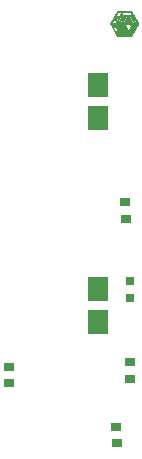
<source format=gbp>
G04*
G04 #@! TF.GenerationSoftware,Altium Limited,Altium Designer,19.0.10 (269)*
G04*
G04 Layer_Color=128*
%FSLAX44Y44*%
%MOMM*%
G71*
G01*
G75*
%ADD22R,0.9650X0.8000*%
%ADD23R,1.7000X2.0000*%
%ADD53R,0.7620X0.7620*%
%ADD54C,0.0025*%
D22*
X141180Y233150D02*
D03*
X141434Y219180D02*
D03*
X144910Y97790D02*
D03*
X145164Y83820D02*
D03*
X133860Y29210D02*
D03*
X133606Y43180D02*
D03*
X42846Y93980D02*
D03*
X43100Y80010D02*
D03*
D23*
X118110Y159550D02*
D03*
Y132080D02*
D03*
X118364Y332270D02*
D03*
Y304800D02*
D03*
D53*
X145124Y152346D02*
D03*
X144870Y166316D02*
D03*
D54*
X147345Y376403D02*
Y376606D01*
X147371Y376428D02*
Y376657D01*
X147396Y376453D02*
Y376707D01*
X147422Y376504D02*
Y376758D01*
X147447Y376530D02*
Y376784D01*
X147472Y376606D02*
Y376834D01*
X147498Y376606D02*
Y376631D01*
Y376682D02*
Y376860D01*
X147523Y376707D02*
Y376936D01*
X147549Y376758D02*
Y376936D01*
X147574Y376809D02*
Y376987D01*
X147599Y376860D02*
Y377038D01*
X147625Y376885D02*
Y377088D01*
X147650Y376936D02*
Y377139D01*
X147676Y376987D02*
Y377165D01*
X147701Y377012D02*
Y377215D01*
X147726Y377063D02*
Y377266D01*
X147752Y377114D02*
Y377317D01*
X147777Y377114D02*
Y377342D01*
X147803Y377165D02*
Y377393D01*
X147828Y377241D02*
Y377444D01*
X147853Y377292D02*
Y377469D01*
X147879Y377292D02*
Y377520D01*
X147904Y377342D02*
Y377571D01*
X147930Y377368D02*
Y377596D01*
X147955Y377444D02*
Y377647D01*
X147980Y377469D02*
Y377698D01*
X148006Y377520D02*
Y377749D01*
X148031Y377571D02*
Y377774D01*
X148057Y377622D02*
Y377825D01*
X148082Y377647D02*
Y377876D01*
X148107Y377673D02*
Y377927D01*
X132385Y377723D02*
Y377927D01*
X132410Y377698D02*
Y377901D01*
X132436Y377647D02*
Y377850D01*
X132461Y377596D02*
Y377800D01*
X132486Y377571D02*
Y377749D01*
X132512Y377495D02*
Y377698D01*
X132537Y377444D02*
Y377622D01*
Y377647D02*
Y377673D01*
X132563Y377393D02*
Y377571D01*
Y377596D02*
Y377622D01*
X132588Y377368D02*
Y377520D01*
Y377546D02*
Y377571D01*
X132613Y377317D02*
Y377520D01*
X132639Y377266D02*
Y377444D01*
X132664Y377215D02*
Y377393D01*
Y377419D02*
Y377444D01*
X132690Y377190D02*
Y377342D01*
Y377368D02*
Y377393D01*
X132715Y377139D02*
Y377317D01*
X132740Y377063D02*
Y377266D01*
X132766Y377012D02*
Y377215D01*
X132791Y376987D02*
Y377165D01*
X132817Y376936D02*
Y377114D01*
X132842Y376885D02*
Y377088D01*
X132867Y376834D02*
Y377038D01*
X132893Y376784D02*
Y376987D01*
X132918Y376758D02*
Y376936D01*
X132944Y376707D02*
Y376885D01*
X132969Y376657D02*
Y376860D01*
X132994Y376606D02*
Y376809D01*
X133020Y376580D02*
Y376758D01*
X133045Y376530D02*
Y376707D01*
X133071Y376479D02*
Y376682D01*
X133096Y376428D02*
Y376631D01*
X133121Y376377D02*
Y376580D01*
X133147Y376352D02*
Y376530D01*
X133172Y376301D02*
Y376479D01*
X133198Y376250D02*
Y376453D01*
X133223Y376199D02*
Y376377D01*
X133248Y376149D02*
Y376352D01*
X133274Y376123D02*
Y376301D01*
X133299Y376072D02*
Y376225D01*
X133325Y376022D02*
Y376174D01*
X133350Y375945D02*
Y376174D01*
X133375Y375920D02*
Y376098D01*
X133401Y375869D02*
Y376047D01*
X133426Y375818D02*
Y376022D01*
X133452Y375768D02*
Y375945D01*
X133477Y375742D02*
Y375920D01*
X133502Y375691D02*
Y375869D01*
X133528Y375641D02*
Y375818D01*
X133553Y375590D02*
Y375768D01*
X133579Y375539D02*
Y375717D01*
X133604Y375488D02*
Y375666D01*
X133629Y375437D02*
Y375615D01*
X133655Y375387D02*
Y375564D01*
X133680Y375336D02*
Y375514D01*
X133706Y375310D02*
Y375463D01*
X133731Y375260D02*
Y375437D01*
X133756Y375209D02*
Y375361D01*
X133782Y375158D02*
Y375336D01*
X133807Y375133D02*
Y375285D01*
X133833Y375082D02*
Y375234D01*
X133858Y375031D02*
Y375183D01*
X133883Y374980D02*
Y375158D01*
X133909Y374929D02*
Y375082D01*
X133934Y374879D02*
Y375056D01*
X133960Y374853D02*
Y375006D01*
X133985Y374802D02*
Y374955D01*
X134010Y374752D02*
Y374904D01*
X134036Y374701D02*
Y374853D01*
X134061Y374675D02*
Y374802D01*
X134087Y374599D02*
Y374752D01*
X134112Y374574D02*
Y374701D01*
X134137Y374523D02*
Y374701D01*
X134163Y374498D02*
Y374650D01*
X134188Y374447D02*
Y374625D01*
X134214Y374421D02*
Y374548D01*
X134239Y374396D02*
Y374523D01*
X134264Y374396D02*
Y374523D01*
X134290Y374396D02*
Y374523D01*
X134315Y374396D02*
Y374523D01*
X134341Y374396D02*
Y374523D01*
X134366Y374396D02*
Y374523D01*
X134391Y374396D02*
Y374523D01*
X134417Y374396D02*
Y374523D01*
X134442Y374396D02*
Y374523D01*
X134468Y374396D02*
Y374523D01*
X134493Y374396D02*
Y374523D01*
X134518Y374396D02*
Y374523D01*
X134544Y374396D02*
Y374523D01*
X134569Y374396D02*
Y374498D01*
X134595Y374396D02*
Y374498D01*
X134620Y374396D02*
Y374498D01*
X134645Y374396D02*
Y374498D01*
X134671Y374396D02*
Y374498D01*
X134696Y374396D02*
Y374498D01*
X134722Y374396D02*
Y374498D01*
X134747Y374396D02*
Y374498D01*
X134772Y374396D02*
Y374498D01*
X134798Y374396D02*
Y374498D01*
X134823Y374396D02*
Y374498D01*
X134849Y374396D02*
Y374498D01*
X134874Y374396D02*
Y374498D01*
X134899Y374396D02*
Y374498D01*
X134925Y374396D02*
Y374498D01*
X134950Y374396D02*
Y374498D01*
X134976Y374396D02*
Y374498D01*
X135001Y374396D02*
Y374498D01*
X135026Y374396D02*
Y374498D01*
X135052Y374396D02*
Y374498D01*
X135077Y374396D02*
Y374498D01*
X135103Y374396D02*
Y374498D01*
X135128Y374396D02*
Y374498D01*
X135153Y374396D02*
Y374498D01*
X135179Y374396D02*
Y374498D01*
X135204Y374396D02*
Y374498D01*
X135230Y374396D02*
Y374498D01*
X135255Y374396D02*
Y374498D01*
X135280Y374396D02*
Y374498D01*
X135306Y374396D02*
Y374498D01*
X135331Y374396D02*
Y374498D01*
X135357Y374396D02*
Y374498D01*
X135382Y374396D02*
Y374498D01*
X135407Y374396D02*
Y374498D01*
X135433Y374396D02*
Y374498D01*
X135458Y374396D02*
Y374498D01*
X135484Y374396D02*
Y374498D01*
X135509Y374396D02*
Y374498D01*
X135534Y374396D02*
Y374498D01*
X135560Y374396D02*
Y374498D01*
X135585Y374396D02*
Y374498D01*
X135611Y374396D02*
Y374498D01*
X135636Y374396D02*
Y374498D01*
X135661Y374396D02*
Y374498D01*
X135687Y374396D02*
Y374498D01*
X135712Y374396D02*
Y374498D01*
X135738Y374396D02*
Y374498D01*
X135763Y374396D02*
Y374498D01*
X135788Y374396D02*
Y374498D01*
X135814Y374396D02*
Y374498D01*
X135839Y374396D02*
Y374498D01*
X135865Y374396D02*
Y374498D01*
X135890Y374396D02*
Y374498D01*
X135915Y374396D02*
Y374498D01*
X135941Y374396D02*
Y374498D01*
X135966Y374396D02*
Y374498D01*
X135992Y374396D02*
Y374498D01*
X136017Y374396D02*
Y374498D01*
X136042Y374396D02*
Y374498D01*
X136068Y374396D02*
Y374498D01*
X136093Y374396D02*
Y374498D01*
X136119Y374396D02*
Y374498D01*
X136144Y374396D02*
Y374498D01*
X136169Y374396D02*
Y374498D01*
X136195Y374396D02*
Y374498D01*
X136220Y374396D02*
Y374498D01*
X136246Y374396D02*
Y374498D01*
X136271Y374396D02*
Y374498D01*
X136296Y374396D02*
Y374498D01*
X136322Y374396D02*
Y374498D01*
X136347Y374396D02*
Y374498D01*
X136373Y374396D02*
Y374498D01*
X136398Y374396D02*
Y374498D01*
X136423Y374396D02*
Y374498D01*
X136449Y374396D02*
Y374498D01*
Y375107D02*
Y377901D01*
X136474Y374396D02*
Y374498D01*
Y375107D02*
Y377850D01*
X136500Y374396D02*
Y374498D01*
Y375107D02*
Y377774D01*
X136525Y374396D02*
Y374498D01*
Y375107D02*
Y377749D01*
X136550Y374396D02*
Y374498D01*
Y375107D02*
Y377673D01*
X136576Y374396D02*
Y374498D01*
Y375107D02*
Y377622D01*
X136601Y374396D02*
Y374498D01*
Y375107D02*
Y377571D01*
X136627Y374396D02*
Y374498D01*
Y375107D02*
Y377520D01*
X136652Y374396D02*
Y374498D01*
Y375082D02*
Y377495D01*
X136677Y374396D02*
Y374498D01*
Y375082D02*
Y377444D01*
X136703Y374396D02*
Y374498D01*
Y375082D02*
Y377393D01*
X136728Y374396D02*
Y374498D01*
Y375082D02*
Y377342D01*
X136754Y374396D02*
Y374498D01*
Y375082D02*
Y377292D01*
X136779Y374396D02*
Y374498D01*
Y375082D02*
Y377241D01*
X136804Y374396D02*
Y374498D01*
Y375082D02*
Y377215D01*
X136830Y374396D02*
Y374498D01*
Y375082D02*
Y377165D01*
X136855Y374396D02*
Y374498D01*
Y375082D02*
Y377114D01*
X136881Y374396D02*
Y374498D01*
Y375082D02*
Y377063D01*
X136906Y374396D02*
Y374498D01*
Y375082D02*
Y377012D01*
X136931Y374396D02*
Y374498D01*
Y375082D02*
Y376961D01*
X136957Y374396D02*
Y374498D01*
Y375082D02*
Y376911D01*
X136982Y374396D02*
Y374498D01*
Y375082D02*
Y376860D01*
X137008Y374396D02*
Y374498D01*
Y375082D02*
Y376834D01*
X137033Y374396D02*
Y374498D01*
Y375082D02*
Y376784D01*
X137058Y374396D02*
Y374498D01*
Y375082D02*
Y376733D01*
X137084Y374396D02*
Y374498D01*
Y375082D02*
Y376682D01*
X137109Y374396D02*
Y374498D01*
Y375107D02*
Y376631D01*
X137135Y374396D02*
Y374498D01*
Y375107D02*
Y376580D01*
X137160Y374396D02*
Y374498D01*
Y375107D02*
Y376555D01*
X137185Y374396D02*
Y374498D01*
Y375107D02*
Y376504D01*
X137211Y374396D02*
Y374498D01*
Y375107D02*
Y376453D01*
X137236Y374396D02*
Y374498D01*
Y375107D02*
Y376403D01*
X137262Y374396D02*
Y374472D01*
Y375107D02*
Y376352D01*
X137287Y374396D02*
Y374472D01*
Y375107D02*
Y376301D01*
X137312Y374396D02*
Y374472D01*
Y375107D02*
Y376250D01*
X137338Y374396D02*
Y374472D01*
Y375107D02*
Y376199D01*
X137363Y374396D02*
Y374472D01*
Y375107D02*
Y376149D01*
X137389Y374396D02*
Y374472D01*
Y375107D02*
Y376098D01*
X137414Y374396D02*
Y374472D01*
Y375107D02*
Y376047D01*
X137439Y374396D02*
Y374472D01*
Y375107D02*
Y375996D01*
X137465Y374396D02*
Y374472D01*
Y375107D02*
Y375971D01*
X137490Y374396D02*
Y374472D01*
Y375107D02*
Y375920D01*
X137516Y374396D02*
Y374472D01*
Y375107D02*
Y375869D01*
X137541Y374396D02*
Y374472D01*
Y375107D02*
Y375793D01*
X137566Y374396D02*
Y374472D01*
Y375107D02*
Y375742D01*
X137592Y374396D02*
Y374472D01*
Y375107D02*
Y375717D01*
X137617Y374396D02*
Y374472D01*
Y375107D02*
Y375666D01*
X137643Y374396D02*
Y374472D01*
Y375107D02*
Y375615D01*
X137668Y374396D02*
Y374472D01*
Y375107D02*
Y375564D01*
X137693Y374396D02*
Y374472D01*
Y375107D02*
Y375514D01*
X137719Y374396D02*
Y374472D01*
Y375107D02*
Y375463D01*
X137744Y374396D02*
Y374472D01*
Y375107D02*
Y375412D01*
X137770Y374396D02*
Y374472D01*
Y375107D02*
Y375387D01*
X137795Y374396D02*
Y374472D01*
Y375107D02*
Y375310D01*
X137820Y374396D02*
Y374472D01*
Y375107D02*
Y375285D01*
X137846Y374396D02*
Y374472D01*
Y375107D02*
Y375234D01*
X137871Y374396D02*
Y374472D01*
Y375082D02*
Y375183D01*
X137897Y374396D02*
Y374472D01*
Y375107D02*
Y375133D01*
X137922Y374396D02*
Y374472D01*
X137947Y374396D02*
Y374472D01*
X137973Y374371D02*
Y374472D01*
X137998Y374371D02*
Y374472D01*
X138024Y374371D02*
Y374472D01*
X138049Y374371D02*
Y374472D01*
X138074Y374371D02*
Y374472D01*
X138100Y374371D02*
Y374472D01*
X138125Y374371D02*
Y374472D01*
X138151Y374371D02*
Y374472D01*
X138176Y374371D02*
Y374472D01*
X138201Y374371D02*
Y374472D01*
X138227Y374371D02*
Y374472D01*
X138252Y374371D02*
Y374472D01*
X138278Y374371D02*
Y374472D01*
X138303Y374371D02*
Y374472D01*
X138328Y374371D02*
Y374472D01*
X138354Y374371D02*
Y374472D01*
X138379Y374371D02*
Y374472D01*
X138405Y374371D02*
Y374472D01*
X138430Y374371D02*
Y374472D01*
X138455Y374371D02*
Y374472D01*
X138481Y374371D02*
Y374472D01*
X138506Y374371D02*
Y374472D01*
X138532Y374371D02*
Y374472D01*
X138557Y374371D02*
Y374472D01*
X138582Y374371D02*
Y374472D01*
X138608Y374371D02*
Y374472D01*
X138633Y374371D02*
Y374472D01*
X138659Y374371D02*
Y374472D01*
X138684Y374371D02*
Y374472D01*
X138709Y374371D02*
Y374472D01*
X138735Y374371D02*
Y374472D01*
X138760Y374371D02*
Y374472D01*
X138786Y374371D02*
Y374472D01*
X138811Y374371D02*
Y374472D01*
X138836Y374371D02*
Y374472D01*
X138862Y374371D02*
Y374472D01*
X138887Y374371D02*
Y374472D01*
X138913Y374371D02*
Y374472D01*
X138938Y374371D02*
Y374472D01*
X138963Y374371D02*
Y374472D01*
X138989Y374371D02*
Y374472D01*
X139014Y374371D02*
Y374472D01*
X139040Y374371D02*
Y374472D01*
X139065Y374371D02*
Y374472D01*
Y375082D02*
Y377901D01*
X139090Y374371D02*
Y374472D01*
Y375082D02*
Y377901D01*
X139116Y374371D02*
Y374472D01*
Y375082D02*
Y377901D01*
X139141Y374371D02*
Y374472D01*
Y375082D02*
Y377901D01*
X139167Y374371D02*
Y374472D01*
Y375082D02*
Y377901D01*
X139192Y374371D02*
Y374472D01*
Y375082D02*
Y377901D01*
X139217Y374371D02*
Y374472D01*
Y375082D02*
Y377901D01*
X139243Y374371D02*
Y374472D01*
Y375082D02*
Y377901D01*
X139268Y374371D02*
Y374472D01*
Y375082D02*
Y377901D01*
X139294Y374371D02*
Y374472D01*
Y375082D02*
Y377901D01*
X139319Y374371D02*
Y374472D01*
Y375082D02*
Y377901D01*
X139344Y374371D02*
Y374472D01*
Y375082D02*
Y377901D01*
X139370Y374371D02*
Y374472D01*
Y375082D02*
Y377901D01*
X139395Y374371D02*
Y374472D01*
Y375082D02*
Y377901D01*
X139421Y374371D02*
Y374472D01*
Y375082D02*
Y377901D01*
X139446Y374371D02*
Y374472D01*
Y375082D02*
Y377901D01*
X139471Y374371D02*
Y374472D01*
Y375082D02*
Y377901D01*
X139497Y374371D02*
Y374472D01*
Y375082D02*
Y377901D01*
X139522Y374371D02*
Y374472D01*
Y375082D02*
Y377901D01*
X139548Y374371D02*
Y374472D01*
Y375082D02*
Y377901D01*
X139573Y374371D02*
Y374472D01*
Y375082D02*
Y377901D01*
X139598Y374371D02*
Y374472D01*
Y375082D02*
Y377901D01*
X139624Y374371D02*
Y374472D01*
Y375082D02*
Y377901D01*
X139649Y374371D02*
Y374472D01*
Y375082D02*
Y377876D01*
X139675Y374371D02*
Y374472D01*
Y375082D02*
Y377876D01*
X139700Y374371D02*
Y374472D01*
Y375082D02*
Y377876D01*
X139725Y374371D02*
Y374472D01*
Y375082D02*
Y377876D01*
X139751Y374371D02*
Y374472D01*
Y375082D02*
Y377876D01*
X139776Y374371D02*
Y374472D01*
Y375082D02*
Y377876D01*
X139802Y374371D02*
Y374472D01*
Y375082D02*
Y377876D01*
X139827Y374371D02*
Y374472D01*
Y375082D02*
Y377876D01*
X139852Y374371D02*
Y374472D01*
Y375082D02*
Y377876D01*
X139878Y374371D02*
Y374472D01*
Y375082D02*
Y377876D01*
X139903Y374371D02*
Y374472D01*
Y375082D02*
Y377876D01*
X139929Y374371D02*
Y374472D01*
Y375082D02*
Y377876D01*
X139954Y374371D02*
Y374472D01*
Y375082D02*
Y377876D01*
X139979Y374371D02*
Y374472D01*
Y375082D02*
Y377876D01*
X140005Y374371D02*
Y374472D01*
Y375082D02*
Y377876D01*
X140030Y374371D02*
Y374472D01*
Y375082D02*
Y377876D01*
X140056Y374371D02*
Y374472D01*
Y375082D02*
Y377876D01*
X140081Y374371D02*
Y374472D01*
Y375082D02*
Y377876D01*
X140106Y374371D02*
Y374472D01*
Y375082D02*
Y377876D01*
X140132Y374371D02*
Y374472D01*
Y375082D02*
Y377876D01*
X140157Y374371D02*
Y374472D01*
Y375082D02*
Y377876D01*
X140183Y374371D02*
Y374472D01*
Y375082D02*
Y377876D01*
X140208Y374371D02*
Y374472D01*
Y375082D02*
Y377876D01*
X140233Y374371D02*
Y374472D01*
Y375082D02*
Y377876D01*
X140259Y374371D02*
Y374472D01*
Y375082D02*
Y377876D01*
X140284Y374371D02*
Y374472D01*
Y375082D02*
Y377876D01*
X140310Y374371D02*
Y374472D01*
Y375082D02*
Y377876D01*
X140335Y374371D02*
Y374472D01*
Y375082D02*
Y377876D01*
X140360Y374371D02*
Y374472D01*
Y375082D02*
Y377876D01*
X140386Y374371D02*
Y374472D01*
Y375082D02*
Y377876D01*
X140411Y374371D02*
Y374472D01*
Y375082D02*
Y377876D01*
X140437Y374371D02*
Y374472D01*
Y375082D02*
Y377876D01*
X140462Y374371D02*
Y374472D01*
Y375082D02*
Y377876D01*
X140487Y374371D02*
Y374472D01*
Y375082D02*
Y377876D01*
X140513Y374371D02*
Y374472D01*
Y375082D02*
Y377876D01*
X140538Y374371D02*
Y374472D01*
Y375082D02*
Y377876D01*
X140564Y374371D02*
Y374472D01*
Y375082D02*
Y377876D01*
X140589Y374371D02*
Y374472D01*
Y375082D02*
Y377876D01*
X140614Y374371D02*
Y374472D01*
Y375082D02*
Y377876D01*
X140640Y374371D02*
Y374472D01*
Y375082D02*
Y377876D01*
X140665Y374371D02*
Y374472D01*
Y375082D02*
Y377876D01*
X140691Y374371D02*
Y374472D01*
Y375082D02*
Y377876D01*
X140716Y374371D02*
Y374472D01*
Y375082D02*
Y377876D01*
X140741Y374371D02*
Y374472D01*
Y375082D02*
Y377876D01*
X140767Y374371D02*
Y374472D01*
Y375082D02*
Y377876D01*
X140792Y374371D02*
Y374472D01*
Y375082D02*
Y377876D01*
X140818Y374371D02*
Y374472D01*
Y375082D02*
Y377876D01*
X140843Y374371D02*
Y374472D01*
Y375082D02*
Y377876D01*
X140868Y374371D02*
Y374472D01*
Y375082D02*
Y377876D01*
X140894Y374371D02*
Y374472D01*
Y375082D02*
Y377876D01*
X140919Y374371D02*
Y374472D01*
Y375082D02*
Y377876D01*
X140945Y374371D02*
Y374472D01*
Y375082D02*
Y377876D01*
X140970Y374371D02*
Y374472D01*
Y375082D02*
Y377876D01*
X140995Y374371D02*
Y374472D01*
Y375082D02*
Y377876D01*
X141021Y374371D02*
Y374472D01*
Y375082D02*
Y377876D01*
X141046Y374371D02*
Y374472D01*
Y375082D02*
Y377876D01*
X141072Y374371D02*
Y374472D01*
Y375082D02*
Y377876D01*
X141097Y374371D02*
Y374472D01*
Y375082D02*
Y377876D01*
X141122Y374371D02*
Y374472D01*
Y375082D02*
Y377876D01*
X141148Y374371D02*
Y374472D01*
Y375082D02*
Y377876D01*
X141173Y374371D02*
Y374472D01*
Y375082D02*
Y377876D01*
X141199Y374371D02*
Y374472D01*
Y375082D02*
Y377850D01*
X141224Y374371D02*
Y374472D01*
Y375082D02*
Y377850D01*
X141249Y374371D02*
Y374472D01*
Y375082D02*
Y377850D01*
X141275Y374371D02*
Y374472D01*
Y375082D02*
Y377850D01*
X141300Y374371D02*
Y374472D01*
Y375082D02*
Y377850D01*
X141326Y374371D02*
Y374472D01*
Y375082D02*
Y377850D01*
X141351Y374371D02*
Y374472D01*
Y375082D02*
Y377850D01*
X141376Y374371D02*
Y374472D01*
Y375082D02*
Y377850D01*
X141402Y374371D02*
Y374472D01*
Y375082D02*
Y377850D01*
X141427Y374371D02*
Y374472D01*
Y375082D02*
Y377850D01*
X141453Y374371D02*
Y374472D01*
Y375082D02*
Y377850D01*
X141478Y374371D02*
Y374472D01*
Y375082D02*
Y377850D01*
X141503Y374371D02*
Y374472D01*
Y375082D02*
Y377850D01*
X141529Y374371D02*
Y374472D01*
Y375082D02*
Y377850D01*
X141554Y374371D02*
Y374472D01*
Y375082D02*
Y377850D01*
X141580Y374371D02*
Y374472D01*
Y375082D02*
Y377850D01*
X141605Y374371D02*
Y374472D01*
Y375082D02*
Y377850D01*
X141630Y374371D02*
Y374472D01*
Y375082D02*
Y377850D01*
X141656Y374371D02*
Y374472D01*
Y375082D02*
Y377850D01*
X141681Y374371D02*
Y374472D01*
Y375082D02*
Y377850D01*
X141707Y374371D02*
Y374472D01*
Y375082D02*
Y377850D01*
X141732Y374371D02*
Y374472D01*
Y375082D02*
Y377850D01*
X141757Y374371D02*
Y374472D01*
Y375082D02*
Y377850D01*
X141783Y374371D02*
Y374472D01*
Y375082D02*
Y377850D01*
X141808Y374371D02*
Y374472D01*
Y375082D02*
Y377850D01*
X141834Y374371D02*
Y374472D01*
Y375082D02*
Y377850D01*
X141859Y374371D02*
Y374472D01*
Y375082D02*
Y377850D01*
X141884Y374371D02*
Y374472D01*
Y375082D02*
Y377850D01*
X141910Y374371D02*
Y374472D01*
Y375082D02*
Y377850D01*
X141935Y374371D02*
Y374472D01*
Y375082D02*
Y377850D01*
X141961Y374371D02*
Y374472D01*
Y375082D02*
Y377850D01*
X141986Y374371D02*
Y374472D01*
Y375082D02*
Y377850D01*
X142011Y374371D02*
Y374472D01*
Y375082D02*
Y377850D01*
X142037Y374371D02*
Y374472D01*
Y375082D02*
Y377850D01*
X142062Y374371D02*
Y374472D01*
Y375082D02*
Y377850D01*
X142088Y374371D02*
Y374472D01*
Y375082D02*
Y377850D01*
X142113Y374371D02*
Y374472D01*
Y375082D02*
Y377850D01*
X142138Y374371D02*
Y374472D01*
Y375082D02*
Y377850D01*
X142164Y374371D02*
Y374472D01*
Y375082D02*
Y377850D01*
X142189Y374371D02*
Y374472D01*
Y375082D02*
Y377850D01*
X142215Y374371D02*
Y374472D01*
Y375082D02*
Y377850D01*
X142240Y374371D02*
Y374472D01*
Y375082D02*
Y377850D01*
X142265Y374371D02*
Y374472D01*
Y375082D02*
Y377850D01*
X142291Y374371D02*
Y374472D01*
Y375082D02*
Y377850D01*
X142316Y374371D02*
Y374472D01*
Y375082D02*
Y377850D01*
X142342Y374371D02*
Y374472D01*
Y375082D02*
Y377850D01*
X142367Y374371D02*
Y374472D01*
Y375082D02*
Y377850D01*
X142392Y374371D02*
Y374472D01*
Y375082D02*
Y377850D01*
X142418Y374371D02*
Y374472D01*
Y375082D02*
Y377850D01*
X142443Y374371D02*
Y374472D01*
Y375082D02*
Y377850D01*
X142469Y374371D02*
Y374472D01*
Y375082D02*
Y377850D01*
X142494Y374371D02*
Y374472D01*
Y375082D02*
Y377850D01*
X142519Y374371D02*
Y374472D01*
Y375082D02*
Y377850D01*
X142545Y374371D02*
Y374472D01*
Y375082D02*
Y377825D01*
X142570Y374371D02*
Y374472D01*
Y375082D02*
Y377825D01*
X142596Y374371D02*
Y374472D01*
Y375082D02*
Y377825D01*
X142621Y374371D02*
Y374472D01*
Y375082D02*
Y377825D01*
X142646Y374371D02*
Y374472D01*
Y375082D02*
Y377825D01*
X142672Y374371D02*
Y374472D01*
Y375082D02*
Y377825D01*
X142697Y374371D02*
Y374472D01*
Y375056D02*
Y377825D01*
X142723Y374371D02*
Y374472D01*
Y375056D02*
Y377825D01*
X142748Y374371D02*
Y374472D01*
Y375056D02*
Y377825D01*
X142773Y374371D02*
Y374472D01*
Y375056D02*
Y377825D01*
X142799Y374371D02*
Y374472D01*
Y375056D02*
Y377825D01*
X142824Y374371D02*
Y374472D01*
Y375056D02*
Y377825D01*
X142850Y374371D02*
Y374472D01*
Y375056D02*
Y377825D01*
X142875Y374371D02*
Y374472D01*
Y375056D02*
Y377825D01*
X142900Y374371D02*
Y374472D01*
Y375056D02*
Y377825D01*
X142926Y374371D02*
Y374472D01*
Y375056D02*
Y377825D01*
X142951Y374371D02*
Y374447D01*
Y375056D02*
Y377825D01*
X142977Y374371D02*
Y374447D01*
Y375056D02*
Y377825D01*
X143002Y374371D02*
Y374447D01*
Y375056D02*
Y377825D01*
X143027Y374371D02*
Y374447D01*
Y375056D02*
Y377825D01*
X143053Y374371D02*
Y374447D01*
Y375056D02*
Y377825D01*
X143078Y374371D02*
Y374447D01*
Y375056D02*
Y377825D01*
X143104Y374371D02*
Y374447D01*
Y375056D02*
Y377825D01*
X143129Y374371D02*
Y374447D01*
Y375056D02*
Y377825D01*
X143154Y374371D02*
Y374447D01*
Y375056D02*
Y377825D01*
X143180Y374371D02*
Y374447D01*
Y375056D02*
Y377825D01*
X143205Y374371D02*
Y374447D01*
Y375056D02*
Y377825D01*
X143231Y374371D02*
Y374447D01*
Y375056D02*
Y377825D01*
X143256Y374371D02*
Y374447D01*
Y375056D02*
Y377825D01*
X143281Y374371D02*
Y374447D01*
Y375056D02*
Y377825D01*
X143307Y374371D02*
Y374447D01*
Y375056D02*
Y377825D01*
X143332Y374371D02*
Y374447D01*
Y375056D02*
Y377825D01*
X143358Y374345D02*
Y374447D01*
Y375056D02*
Y377825D01*
X143383Y374345D02*
Y374447D01*
Y375056D02*
Y377825D01*
X143408Y374345D02*
Y374447D01*
Y375056D02*
Y377825D01*
X143434Y374345D02*
Y374447D01*
Y375056D02*
Y377825D01*
X143459Y374345D02*
Y374447D01*
Y375056D02*
Y377825D01*
X143485Y374345D02*
Y374447D01*
Y375056D02*
Y377825D01*
X143510Y374345D02*
Y374447D01*
Y375056D02*
Y377825D01*
X143535Y374345D02*
Y374447D01*
Y375056D02*
Y377825D01*
X143561Y374345D02*
Y374447D01*
Y375056D02*
Y377800D01*
X143586Y374345D02*
Y374447D01*
Y375056D02*
Y377800D01*
X143612Y374345D02*
Y374447D01*
Y375056D02*
Y377800D01*
X143637Y374345D02*
Y374447D01*
Y375056D02*
Y377800D01*
X143662Y374345D02*
Y374447D01*
Y375056D02*
Y377800D01*
X143688Y374345D02*
Y374447D01*
Y375056D02*
Y377800D01*
X143713Y374345D02*
Y374447D01*
Y375056D02*
Y377800D01*
X143739Y374345D02*
Y374447D01*
Y375056D02*
Y377800D01*
X143764Y374345D02*
Y374447D01*
Y375056D02*
Y377800D01*
X143789Y374345D02*
Y374447D01*
Y375056D02*
Y377800D01*
X143815Y374345D02*
Y374447D01*
Y375056D02*
Y377800D01*
X143840Y374345D02*
Y374447D01*
Y375056D02*
Y377800D01*
X143866Y374345D02*
Y374447D01*
Y375056D02*
Y377800D01*
X143891Y374345D02*
Y374447D01*
Y375056D02*
Y377800D01*
X143916Y374345D02*
Y374447D01*
Y375056D02*
Y377800D01*
X143942Y374345D02*
Y374447D01*
Y375056D02*
Y377800D01*
X143967Y374345D02*
Y374447D01*
Y375056D02*
Y377800D01*
X143993Y374345D02*
Y374447D01*
Y375056D02*
Y377800D01*
X144018Y374345D02*
Y374447D01*
Y375056D02*
Y377800D01*
X144043Y374345D02*
Y374447D01*
Y375056D02*
Y377800D01*
X144069Y374345D02*
Y374447D01*
Y375056D02*
Y377800D01*
X144094Y374345D02*
Y374447D01*
Y375056D02*
Y377800D01*
X144120Y374345D02*
Y374447D01*
Y375056D02*
Y377800D01*
X144145Y374345D02*
Y374447D01*
Y375056D02*
Y377800D01*
X144170Y374345D02*
Y374447D01*
Y375056D02*
Y377800D01*
X144196Y374345D02*
Y374447D01*
Y375056D02*
Y377800D01*
X144221Y374345D02*
Y374447D01*
Y375056D02*
Y377800D01*
X144247Y374345D02*
Y374447D01*
Y375056D02*
Y377800D01*
X144272Y374345D02*
Y374447D01*
Y375056D02*
Y377800D01*
X144297Y374345D02*
Y374447D01*
Y375056D02*
Y377800D01*
X144323Y374345D02*
Y374447D01*
Y375056D02*
Y377800D01*
X144348Y374345D02*
Y374447D01*
Y375056D02*
Y377800D01*
X144374Y374345D02*
Y374447D01*
Y375056D02*
Y377800D01*
X144399Y374345D02*
Y374447D01*
Y375056D02*
Y377800D01*
X144424Y374345D02*
Y374447D01*
Y375056D02*
Y377800D01*
X144450Y374345D02*
Y374447D01*
Y375056D02*
Y377800D01*
X144475Y374345D02*
Y374447D01*
Y375056D02*
Y377800D01*
X144501Y374345D02*
Y374447D01*
Y375056D02*
Y377800D01*
X144526Y374345D02*
Y374447D01*
Y375056D02*
Y377800D01*
X144551Y374345D02*
Y374447D01*
Y375056D02*
Y377800D01*
X144577Y374345D02*
Y374447D01*
Y375056D02*
Y377800D01*
X144602Y374345D02*
Y374447D01*
Y375056D02*
Y377800D01*
X144628Y374345D02*
Y374447D01*
Y375056D02*
Y377800D01*
X144653Y374345D02*
Y374447D01*
Y375056D02*
Y377800D01*
X144678Y374345D02*
Y374447D01*
Y375056D02*
Y377800D01*
X144704Y374345D02*
Y374447D01*
Y375056D02*
Y377800D01*
X144729Y374345D02*
Y374447D01*
Y375056D02*
Y377800D01*
X144755Y374345D02*
Y374447D01*
Y375056D02*
Y377800D01*
X144780Y374345D02*
Y374447D01*
Y375056D02*
Y377800D01*
X144805Y374345D02*
Y374447D01*
Y375056D02*
Y377800D01*
X144831Y374345D02*
Y374447D01*
Y375056D02*
Y377800D01*
X144856Y374345D02*
Y374447D01*
Y375056D02*
Y377800D01*
X144882Y374345D02*
Y374447D01*
Y375056D02*
Y377800D01*
X144907Y374345D02*
Y374447D01*
Y375056D02*
Y377800D01*
X144932Y374345D02*
Y374447D01*
Y375031D02*
Y377800D01*
X144958Y374345D02*
Y374447D01*
Y375031D02*
Y377800D01*
X144983Y374345D02*
Y374447D01*
Y375031D02*
Y377800D01*
X145009Y374345D02*
Y374447D01*
Y375031D02*
Y377800D01*
X145034Y374345D02*
Y374447D01*
Y375031D02*
Y377800D01*
X145059Y374345D02*
Y374447D01*
Y375031D02*
Y377800D01*
X145085Y374345D02*
Y374447D01*
Y375031D02*
Y377800D01*
X145110Y374345D02*
Y374447D01*
Y375031D02*
Y377800D01*
X145136Y374345D02*
Y374447D01*
Y375031D02*
Y377774D01*
X145161Y374345D02*
Y374447D01*
Y375031D02*
Y377774D01*
X145186Y374345D02*
Y374447D01*
Y375031D02*
Y377774D01*
X145212Y374345D02*
Y374447D01*
Y375031D02*
Y377774D01*
X145237Y374345D02*
Y374447D01*
Y375031D02*
Y377774D01*
X145263Y374345D02*
Y374447D01*
Y375031D02*
Y377774D01*
X145288Y374345D02*
Y374447D01*
Y375031D02*
Y377774D01*
X145313Y374345D02*
Y374447D01*
Y375031D02*
Y377774D01*
X145339Y374345D02*
Y374447D01*
Y375031D02*
Y377774D01*
X145364Y374345D02*
Y374447D01*
Y375031D02*
Y377774D01*
X145390Y374345D02*
Y374447D01*
Y375031D02*
Y377774D01*
X145415Y374345D02*
Y374447D01*
Y375031D02*
Y377774D01*
X145440Y374345D02*
Y374447D01*
Y375031D02*
Y377774D01*
X145466Y374345D02*
Y374447D01*
Y375031D02*
Y377774D01*
X145491Y374345D02*
Y374447D01*
Y375031D02*
Y377774D01*
X145517Y374345D02*
Y374447D01*
Y375031D02*
Y377774D01*
X145542Y374345D02*
Y374447D01*
Y375031D02*
Y377774D01*
X145567Y374345D02*
Y374447D01*
Y375006D02*
Y377774D01*
X145593Y374345D02*
Y374447D01*
Y375031D02*
Y377774D01*
X145618Y374345D02*
Y374447D01*
Y375031D02*
Y377774D01*
X145644Y374345D02*
Y374447D01*
Y375031D02*
Y377774D01*
X145669Y374345D02*
Y374447D01*
Y375031D02*
Y377774D01*
X145694Y374345D02*
Y374447D01*
Y375031D02*
Y377774D01*
X145720Y374320D02*
Y374447D01*
Y375056D02*
Y377774D01*
X145745Y374320D02*
Y374447D01*
Y375107D02*
Y377774D01*
X145771Y374320D02*
Y374447D01*
Y375158D02*
Y377774D01*
X145796Y374320D02*
Y374447D01*
Y375209D02*
Y377774D01*
X145821Y374320D02*
Y374447D01*
Y375234D02*
Y377774D01*
X145847Y374320D02*
Y374447D01*
Y375285D02*
Y377774D01*
X145872Y374320D02*
Y374447D01*
Y375336D02*
Y377774D01*
X145898Y374320D02*
Y374447D01*
Y375361D02*
Y377774D01*
X145923Y374320D02*
Y374447D01*
Y375412D02*
Y377774D01*
X145948Y374320D02*
Y374447D01*
Y375437D02*
Y377774D01*
X145974Y374320D02*
Y374447D01*
Y375488D02*
Y377774D01*
X145999Y374320D02*
Y374421D01*
Y375539D02*
Y377774D01*
X146025Y374320D02*
Y374421D01*
Y375590D02*
Y377774D01*
X146050Y374320D02*
Y374472D01*
Y375641D02*
Y377774D01*
X146075Y374345D02*
Y374523D01*
Y375666D02*
Y377774D01*
X146101Y374371D02*
Y374548D01*
Y375717D02*
Y377774D01*
X146126Y374396D02*
Y374599D01*
Y375742D02*
Y377774D01*
X146152Y374421D02*
Y374599D01*
Y375793D02*
Y377774D01*
X146177Y374472D02*
Y374675D01*
Y375844D02*
Y377774D01*
X146202Y374523D02*
Y374701D01*
Y375895D02*
Y377774D01*
X146228Y374548D02*
Y374777D01*
Y375945D02*
Y377774D01*
X146253Y374599D02*
Y374777D01*
Y375971D02*
Y377774D01*
X146279Y374650D02*
Y374802D01*
Y376022D02*
Y377774D01*
X146304Y374675D02*
Y374853D01*
Y376072D02*
Y377774D01*
X146329Y374726D02*
Y374904D01*
Y376098D02*
Y377774D01*
X146355Y374777D02*
Y374955D01*
Y376149D02*
Y377774D01*
X146380Y374802D02*
Y374980D01*
Y376199D02*
Y377774D01*
X146406Y374853D02*
Y375031D01*
Y376225D02*
Y377774D01*
X146431Y374904D02*
Y375082D01*
Y376276D02*
Y377774D01*
X146456Y374955D02*
Y375133D01*
Y376326D02*
Y377774D01*
X146482Y375006D02*
Y375158D01*
Y376377D02*
Y377774D01*
X146507Y375031D02*
Y375209D01*
Y376403D02*
Y377774D01*
X146533Y375056D02*
Y375260D01*
Y376453D02*
Y377774D01*
X146558Y375107D02*
Y375310D01*
Y376479D02*
Y377774D01*
X146583Y375158D02*
Y375336D01*
Y376530D02*
Y377774D01*
X146609Y375183D02*
Y375387D01*
Y376555D02*
Y377774D01*
X146634Y375234D02*
Y375437D01*
Y376606D02*
Y377774D01*
X146660Y375285D02*
Y375463D01*
Y376657D02*
Y377774D01*
X146685Y375336D02*
Y375514D01*
Y376682D02*
Y377774D01*
X146710Y375361D02*
Y375564D01*
Y376758D02*
Y377774D01*
X146736Y375412D02*
Y375615D01*
Y376784D02*
Y377774D01*
X146761Y375463D02*
Y375641D01*
Y376834D02*
Y377774D01*
X146787Y375514D02*
Y375691D01*
Y376885D02*
Y377774D01*
X146812Y375539D02*
Y375742D01*
Y376885D02*
Y377774D01*
X146837Y375590D02*
Y375793D01*
Y376961D02*
Y377774D01*
X146863Y375641D02*
Y375793D01*
Y377012D02*
Y377774D01*
X146888Y375666D02*
Y375869D01*
Y377063D02*
Y377774D01*
X146914Y375717D02*
Y375895D01*
Y377063D02*
Y377774D01*
X146939Y375768D02*
Y375920D01*
Y377114D02*
Y377774D01*
X146964Y375793D02*
Y375971D01*
Y377165D02*
Y377774D01*
X146990Y375818D02*
Y376022D01*
Y377215D02*
Y377774D01*
X147015Y375869D02*
Y376072D01*
Y377241D02*
Y377774D01*
X147041Y375920D02*
Y376098D01*
Y377292D02*
Y377774D01*
X147066Y375971D02*
Y376149D01*
Y377342D02*
Y377774D01*
X147091Y375996D02*
Y376199D01*
Y377393D02*
Y377774D01*
X147117Y376047D02*
Y376250D01*
Y377419D02*
Y377774D01*
X147142Y376072D02*
Y376276D01*
Y377444D02*
Y377774D01*
X147168Y376123D02*
Y376326D01*
Y377495D02*
Y377774D01*
X147193Y376174D02*
Y376352D01*
Y377546D02*
Y377774D01*
X147218Y376199D02*
Y376403D01*
Y377571D02*
Y377774D01*
X147244Y376250D02*
Y376453D01*
Y377622D02*
Y377774D01*
X147269Y376276D02*
Y376479D01*
Y377698D02*
Y377774D01*
X147295Y376326D02*
Y376530D01*
X147345Y378282D02*
Y380441D01*
X147371Y378282D02*
Y380467D01*
X147396Y378282D02*
Y380517D01*
X147422Y378282D02*
Y380568D01*
X147447Y378282D02*
Y380594D01*
X147472Y378282D02*
Y380644D01*
X147498Y378282D02*
Y380695D01*
X147523Y378282D02*
Y380746D01*
X147549Y378282D02*
Y380797D01*
X147574Y378282D02*
Y380822D01*
X147599Y378282D02*
Y380873D01*
X147625Y378282D02*
Y380898D01*
X147650Y378308D02*
Y380949D01*
X147676Y378384D02*
Y381000D01*
X147701Y378409D02*
Y381051D01*
X147726Y378485D02*
Y381076D01*
X147752Y378511D02*
Y381127D01*
X147777Y378562D02*
Y381178D01*
X147803Y378612D02*
Y381229D01*
X147828Y378663D02*
Y381279D01*
X147853Y378689D02*
Y381305D01*
X147879Y378739D02*
Y381356D01*
X147904Y378790D02*
Y381406D01*
X147930Y378841D02*
Y381457D01*
X147955Y378866D02*
Y381483D01*
X147980Y378917D02*
Y381533D01*
X148006Y378968D02*
Y381584D01*
X148031Y379019D02*
Y381635D01*
X148057Y379044D02*
Y381686D01*
X148082Y379095D02*
Y381711D01*
X148107Y379146D02*
Y381762D01*
X148133Y379146D02*
Y379171D01*
Y379197D02*
Y381813D01*
X148158Y379222D02*
Y381864D01*
X148184Y379222D02*
Y379247D01*
Y379273D02*
Y381914D01*
X148209Y379273D02*
Y381914D01*
X148234Y379298D02*
Y379324D01*
Y379349D02*
Y381965D01*
X148260Y377977D02*
Y378130D01*
Y378155D02*
Y378181D01*
Y379374D02*
Y382016D01*
X148285Y378003D02*
Y378181D01*
Y378206D02*
Y378231D01*
Y379425D02*
Y382041D01*
X148311Y378028D02*
Y378231D01*
Y379451D02*
Y382092D01*
X148336Y378079D02*
Y378282D01*
Y379501D02*
Y382143D01*
X148361Y378130D02*
Y378308D01*
Y379552D02*
Y382194D01*
X148387Y378181D02*
Y378358D01*
Y379578D02*
Y382245D01*
Y383337D02*
Y383362D01*
X148412Y378231D02*
Y378409D01*
Y379628D02*
Y382270D01*
Y383388D02*
Y383413D01*
X148438Y378257D02*
Y378460D01*
Y379679D02*
Y382321D01*
X148463Y378308D02*
Y378485D01*
Y379705D02*
Y382372D01*
X148488Y378358D02*
Y378536D01*
Y379781D02*
Y382397D01*
X148514Y378409D02*
Y378587D01*
Y379806D02*
Y382448D01*
X148539Y378409D02*
Y378612D01*
Y379857D02*
Y382499D01*
X148565Y378485D02*
Y378663D01*
Y379908D02*
Y382549D01*
X148590Y378511D02*
Y378714D01*
Y379959D02*
Y382600D01*
X148615Y378511D02*
Y378765D01*
Y379984D02*
Y382651D01*
X148641Y378536D02*
Y378765D01*
Y380035D02*
Y382676D01*
X148666Y378587D02*
Y378841D01*
Y380086D02*
Y382727D01*
X148692Y378638D02*
Y378663D01*
Y378689D02*
Y378866D01*
Y380136D02*
Y382778D01*
X148717Y378689D02*
Y378917D01*
Y380162D02*
Y382829D01*
X148742Y378739D02*
Y378943D01*
Y380213D02*
Y382880D01*
X148768Y378790D02*
Y378993D01*
Y380263D02*
Y382930D01*
X148793Y378816D02*
Y379044D01*
Y380314D02*
Y382981D01*
X148819Y378866D02*
Y379095D01*
Y380340D02*
Y383032D01*
X148844Y378917D02*
Y379120D01*
Y380390D02*
Y383057D01*
X148869Y378943D02*
Y379171D01*
Y380390D02*
Y383108D01*
X148895Y379019D02*
Y379222D01*
Y380441D02*
Y383159D01*
X148920Y379044D02*
Y379247D01*
Y380492D02*
Y383184D01*
X148946Y379120D02*
Y379298D01*
Y380543D02*
Y383235D01*
X148971Y379146D02*
Y379349D01*
Y380568D02*
Y383261D01*
X148996Y379197D02*
Y379374D01*
Y380619D02*
Y383311D01*
X149022Y379247D02*
Y379425D01*
Y380670D02*
Y383362D01*
X149047Y379298D02*
Y379476D01*
Y380721D02*
Y383413D01*
X149073Y379324D02*
Y379501D01*
Y380771D02*
Y383438D01*
X149098Y379349D02*
Y379552D01*
Y380822D02*
Y383489D01*
X149123Y379400D02*
Y379578D01*
Y380848D02*
Y383540D01*
X149149Y379451D02*
Y379628D01*
Y380873D02*
Y383591D01*
X149174Y379501D02*
Y379679D01*
Y380924D02*
Y383642D01*
X149200Y379552D02*
Y379705D01*
Y380975D02*
Y383667D01*
X149225Y379603D02*
Y379755D01*
Y381000D02*
Y383718D01*
X149250Y379603D02*
Y379806D01*
X149276Y379654D02*
Y379857D01*
X149301Y379730D02*
Y379882D01*
X149327Y379730D02*
Y379933D01*
X149352Y379781D02*
Y379959D01*
X149377Y379857D02*
Y380009D01*
X149403Y379882D02*
Y380060D01*
X149428Y379933D02*
Y380086D01*
X149454Y379959D02*
Y380136D01*
X149479Y380009D02*
Y380187D01*
X149504Y380060D02*
Y380213D01*
X149530Y380111D02*
Y380263D01*
X149555Y380136D02*
Y380314D01*
X149581Y380187D02*
Y380365D01*
X149606Y380213D02*
Y380390D01*
X149631Y380263D02*
Y380441D01*
X149657Y380314D02*
Y380467D01*
X149682Y380365D02*
Y380517D01*
X149708Y380416D02*
Y380568D01*
X149733Y380441D02*
Y380594D01*
X149758Y380492D02*
Y380644D01*
X149784Y380543D02*
Y380670D01*
X149809Y380594D02*
Y380721D01*
X149835Y380594D02*
Y380771D01*
X149860Y380644D02*
Y380822D01*
X149885Y380695D02*
Y380848D01*
X149911Y380721D02*
Y380898D01*
X149936Y380771D02*
Y380924D01*
X149962Y380797D02*
Y380975D01*
X149987Y380848D02*
Y381025D01*
X150012Y380898D02*
Y381076D01*
X150038Y380924D02*
Y381102D01*
X150063Y380949D02*
Y381152D01*
X150089Y381000D02*
Y381203D01*
X150114Y381051D02*
Y381254D01*
X150139Y381076D02*
Y381279D01*
X150165Y381127D02*
Y381330D01*
X150190Y381178D02*
Y381381D01*
X150216Y381229D02*
Y381432D01*
X150241Y381279D02*
Y381457D01*
X150266Y381330D02*
Y381508D01*
X150292Y381356D02*
Y381533D01*
X150317Y381381D02*
Y381584D01*
X150343Y381432D02*
Y381635D01*
X150368Y381457D02*
Y381686D01*
X150393Y381508D02*
Y381711D01*
X150419Y381584D02*
Y381737D01*
X150444Y381635D02*
Y381813D01*
X150470Y381660D02*
Y381838D01*
X150495Y381686D02*
Y381864D01*
X150520Y381737D02*
Y381914D01*
X150546Y381762D02*
Y381965D01*
X150571Y381838D02*
Y382016D01*
X150597Y381889D02*
Y382041D01*
X150622Y381914D02*
Y382092D01*
X150647Y381965D02*
Y382118D01*
X150673Y382016D02*
Y382168D01*
X150698Y382067D02*
Y382219D01*
X150724Y382092D02*
Y382270D01*
X150749Y382143D02*
Y382295D01*
X150774Y382168D02*
Y382346D01*
X150800Y382219D02*
Y382397D01*
X150825Y382270D02*
Y382422D01*
X150851Y382295D02*
Y382473D01*
X150876Y382321D02*
Y382499D01*
X150901Y382346D02*
Y382575D01*
X150927Y382397D02*
Y382600D01*
X150952Y382448D02*
Y382651D01*
X150978Y382524D02*
Y382676D01*
X151003Y382549D02*
Y382727D01*
X151028Y382600D02*
Y382778D01*
X151054Y382651D02*
Y382803D01*
X151079Y382676D02*
Y382854D01*
X151105Y382702D02*
Y382905D01*
X151130Y382778D02*
Y382930D01*
X151155Y382803D02*
Y382981D01*
X151181Y382829D02*
Y383032D01*
X151206Y382905D02*
Y383057D01*
X151232Y382956D02*
Y383108D01*
X151257Y382981D02*
Y383159D01*
X151282Y383032D02*
Y383210D01*
X151308Y383083D02*
Y383235D01*
X151333Y383108D02*
Y383286D01*
X151359Y383159D02*
Y383337D01*
X151384Y383210D02*
Y383362D01*
X151409Y383235D02*
Y383413D01*
X151435Y383286D02*
Y383438D01*
X151460Y383311D02*
Y383489D01*
X151486Y383362D02*
Y383540D01*
X151511Y383388D02*
Y383565D01*
X151536Y383438D02*
Y383616D01*
X151562Y383489D02*
Y383642D01*
X151587Y383515D02*
Y383692D01*
X151613Y383565D02*
Y383743D01*
X151638Y383616D02*
Y383794D01*
X151663Y383642D02*
Y383819D01*
X151689Y383692D02*
Y383870D01*
X151714Y383743D02*
Y383921D01*
X151740Y383769D02*
Y383972D01*
X151765Y383819D02*
Y383997D01*
X151790Y383870D02*
Y384048D01*
X151816Y383870D02*
Y384073D01*
X151841Y383921D02*
Y384124D01*
X151867Y383946D02*
Y384175D01*
X151892Y384023D02*
Y384226D01*
X151917Y384073D02*
Y384251D01*
X151943Y384124D02*
Y384277D01*
X151968Y384150D02*
Y384353D01*
X151994Y384200D02*
Y384353D01*
X152019Y384251D02*
Y384404D01*
X152044Y384277D02*
Y384454D01*
X152070Y384327D02*
Y384505D01*
X152095Y384353D02*
Y384531D01*
X152121Y384378D02*
Y384581D01*
X152146Y384429D02*
Y384632D01*
X152171Y384480D02*
Y384658D01*
X152197Y384531D02*
Y384734D01*
X152248Y384581D02*
Y384607D01*
X152273Y384632D02*
Y384658D01*
X132105Y378257D02*
Y378435D01*
X132131Y378231D02*
Y378384D01*
X132156Y378181D02*
Y378358D01*
X132182Y378104D02*
Y378308D01*
X132207Y378054D02*
Y378257D01*
X132232Y378028D02*
Y378206D01*
X132258Y377977D02*
Y378155D01*
X132639Y378612D02*
Y378638D01*
X132664Y378562D02*
Y378638D01*
X132690Y378460D02*
Y378485D01*
Y378511D02*
Y378638D01*
X132715Y378409D02*
Y378435D01*
Y378460D02*
Y378638D01*
X132740Y378409D02*
Y378638D01*
X132766Y378333D02*
Y378358D01*
Y378384D02*
Y378638D01*
X132791Y378282D02*
Y378308D01*
Y378333D02*
Y378638D01*
X132817Y378231D02*
Y378257D01*
Y378282D02*
Y378638D01*
X132842Y378206D02*
Y378638D01*
X132867Y378155D02*
Y378181D01*
Y378206D02*
Y378638D01*
Y381610D02*
Y384759D01*
X132893Y378104D02*
Y378638D01*
Y381610D02*
Y384708D01*
X132918Y378054D02*
Y378663D01*
Y381610D02*
Y384683D01*
X132944Y378003D02*
Y378663D01*
Y381610D02*
Y384658D01*
X132969Y377977D02*
Y378663D01*
Y381610D02*
Y384607D01*
X132994Y381610D02*
Y384556D01*
X133020Y381635D02*
Y384505D01*
X133045Y381635D02*
Y384454D01*
X133071Y381635D02*
Y384429D01*
X133096Y381635D02*
Y384378D01*
X133121Y381635D02*
Y384327D01*
X133147Y381635D02*
Y384277D01*
X133172Y381635D02*
Y384226D01*
X133198Y381610D02*
Y384175D01*
X133223Y381610D02*
Y384124D01*
X133248Y381610D02*
Y384073D01*
X133274Y381559D02*
Y384048D01*
X133299Y381533D02*
Y383972D01*
X133325Y381483D02*
Y383921D01*
X133350Y381432D02*
Y383870D01*
X133375Y381381D02*
Y383819D01*
X133401Y381330D02*
Y383769D01*
X133426Y381279D02*
Y383718D01*
X133452Y381203D02*
Y383667D01*
X133477Y381178D02*
Y383616D01*
X133502Y381102D02*
Y383565D01*
X133528Y381051D02*
Y383515D01*
X133553Y381000D02*
Y383489D01*
X133579Y380975D02*
Y383438D01*
X133604Y380924D02*
Y383388D01*
X133629Y380873D02*
Y383337D01*
X133655Y380822D02*
Y383261D01*
X133680Y380771D02*
Y383235D01*
X133706Y380721D02*
Y383210D01*
X133731Y380670D02*
Y383134D01*
X133756Y380619D02*
Y383083D01*
X133782Y380568D02*
Y383032D01*
X133807Y380517D02*
Y382981D01*
X133833Y380441D02*
Y382930D01*
X133858Y380390D02*
Y382880D01*
X133883Y380365D02*
Y382854D01*
X133909Y380314D02*
Y382803D01*
X133934Y380238D02*
Y382753D01*
X133960Y380187D02*
Y382676D01*
X133985Y380136D02*
Y382626D01*
X134010Y380086D02*
Y382600D01*
X134036Y380060D02*
Y382524D01*
X134061Y379984D02*
Y382499D01*
X134087Y379933D02*
Y382448D01*
X134112Y379882D02*
Y382397D01*
X134137Y379832D02*
Y382346D01*
X134163Y379781D02*
Y382295D01*
X134188Y379705D02*
Y382245D01*
X134214Y379679D02*
Y382194D01*
X134239Y379628D02*
Y382143D01*
X134264Y379578D02*
Y382092D01*
X134290Y379501D02*
Y382041D01*
X134315Y379476D02*
Y381991D01*
X134341Y379400D02*
Y381965D01*
X134366Y379349D02*
Y381914D01*
X134391Y379324D02*
Y381864D01*
X134417Y379247D02*
Y381813D01*
X134442Y379197D02*
Y381762D01*
X134468Y379171D02*
Y381711D01*
X134493Y379120D02*
Y381660D01*
X134518Y379070D02*
Y381635D01*
X134544Y379019D02*
Y381584D01*
X134569Y378968D02*
Y381533D01*
X134595Y378917D02*
Y381483D01*
X134620Y378866D02*
Y381432D01*
X134645Y378816D02*
Y381356D01*
X134671Y378765D02*
Y381305D01*
X134696Y378689D02*
Y381279D01*
X134798Y382245D02*
Y382270D01*
X135153Y381610D02*
Y384759D01*
X135179Y381533D02*
Y384708D01*
X135204Y381508D02*
Y384708D01*
X135230Y381457D02*
Y384632D01*
X135255Y381406D02*
Y384581D01*
X135280Y381356D02*
Y384531D01*
X135306Y381305D02*
Y384480D01*
X135331Y381254D02*
Y384454D01*
X135357Y381203D02*
Y384429D01*
X135382Y381152D02*
Y384378D01*
X135407Y381102D02*
Y384327D01*
X135433Y381076D02*
Y384277D01*
X135458Y381025D02*
Y384226D01*
X135484Y380975D02*
Y384200D01*
X135509Y380924D02*
Y384150D01*
X135534Y380873D02*
Y384124D01*
X135560Y380848D02*
Y384073D01*
X135585Y380746D02*
Y383997D01*
X135611Y380721D02*
Y383972D01*
X135636Y380670D02*
Y383921D01*
X135661Y380619D02*
Y383870D01*
X135687Y380594D02*
Y383819D01*
X135712Y380543D02*
Y383769D01*
X135738Y380492D02*
Y383743D01*
X135763Y380441D02*
Y383692D01*
X135788Y380390D02*
Y383642D01*
X135814Y380340D02*
Y383591D01*
X135839Y380289D02*
Y383565D01*
X135865Y380238D02*
Y383515D01*
X135890Y380213D02*
Y383464D01*
X135915Y380162D02*
Y383413D01*
X135941Y380111D02*
Y383362D01*
X135966Y380060D02*
Y383337D01*
X135992Y380009D02*
Y383286D01*
X136017Y379959D02*
Y383235D01*
X136042Y379908D02*
Y383210D01*
X136068Y379857D02*
Y383134D01*
X136093Y379832D02*
Y383134D01*
X136119Y379755D02*
Y383108D01*
X136144Y379730D02*
Y383057D01*
X136169Y379679D02*
Y383007D01*
X136195Y379628D02*
Y382981D01*
X136220Y379552D02*
Y382880D01*
X136246Y379501D02*
Y382829D01*
X136271Y379476D02*
Y382803D01*
X136296Y379349D02*
Y382753D01*
X136322Y379324D02*
Y382702D01*
X136347Y379324D02*
Y382651D01*
X136373Y379273D02*
Y382626D01*
X136398Y379247D02*
Y382575D01*
X136423Y379197D02*
Y382524D01*
X136449Y379120D02*
Y382473D01*
X136474Y379095D02*
Y382422D01*
X136500Y379019D02*
Y382397D01*
X136525Y378993D02*
Y382372D01*
X136550Y378943D02*
Y382321D01*
X136576Y378892D02*
Y382270D01*
X136601Y378866D02*
Y382245D01*
X136627Y378816D02*
Y382219D01*
X136652Y378765D02*
Y382143D01*
X136677Y378714D02*
Y382092D01*
X136703Y378663D02*
Y382041D01*
X136728Y378612D02*
Y381991D01*
X136754Y378587D02*
Y381965D01*
X136779Y378536D02*
Y381914D01*
X136804Y378485D02*
Y381864D01*
X136830Y378435D02*
Y381838D01*
X136855Y378384D02*
Y381787D01*
X136881Y378308D02*
Y381711D01*
X136906Y378308D02*
Y381686D01*
X136931Y378257D02*
Y381660D01*
X136957Y378181D02*
Y381610D01*
X136982Y378130D02*
Y381559D01*
X137008Y378079D02*
Y381508D01*
X137033Y378028D02*
Y381457D01*
X137058Y378003D02*
Y381432D01*
X137897Y380924D02*
Y383794D01*
X137922Y380873D02*
Y383743D01*
X137947Y380822D02*
Y383718D01*
X137973Y380797D02*
Y383667D01*
X137998Y380746D02*
Y383616D01*
X138024Y380695D02*
Y383591D01*
X138049Y380644D02*
Y383540D01*
X138074Y380619D02*
Y383489D01*
X138100Y380568D02*
Y383438D01*
X138125Y380517D02*
Y383388D01*
X138151Y380492D02*
Y383311D01*
X138176Y380441D02*
Y383311D01*
X138201Y380390D02*
Y383235D01*
X138227Y380340D02*
Y383184D01*
X138252Y380314D02*
Y383134D01*
X138278Y380263D02*
Y383083D01*
X138303Y380213D02*
Y383057D01*
X138328Y380187D02*
Y383007D01*
X138354Y380136D02*
Y382981D01*
X138379Y380086D02*
Y382930D01*
X138405Y380035D02*
Y382880D01*
X138430Y379984D02*
Y382854D01*
X138455Y379959D02*
Y382803D01*
X138481Y379908D02*
Y382753D01*
X138506Y379857D02*
Y382727D01*
X138532Y379806D02*
Y382676D01*
X138557Y379755D02*
Y382626D01*
X138582Y379730D02*
Y382575D01*
X138608Y379679D02*
Y382499D01*
X138633Y379628D02*
Y382473D01*
X138659Y379603D02*
Y382422D01*
X138684Y379552D02*
Y382372D01*
X138709Y379501D02*
Y382346D01*
X138735Y379451D02*
Y382295D01*
X138760Y379425D02*
Y382245D01*
X138786Y379374D02*
Y382219D01*
X138811Y379324D02*
Y382168D01*
X138836Y379273D02*
Y382143D01*
Y383489D02*
Y383515D01*
X138862Y379222D02*
Y382092D01*
X138887Y379171D02*
Y382041D01*
X138913Y379146D02*
Y382016D01*
X138938Y379095D02*
Y381940D01*
Y383311D02*
Y383337D01*
X138963Y379044D02*
Y381914D01*
X138989Y378993D02*
Y381864D01*
X139014Y378968D02*
Y381813D01*
X139040Y378917D02*
Y381787D01*
X139065Y378866D02*
Y381737D01*
X139090Y378816D02*
Y381686D01*
X139116Y378790D02*
Y381635D01*
X139141Y378739D02*
Y381610D01*
X139167Y378689D02*
Y381559D01*
X139192Y378638D02*
Y381508D01*
X139217Y378612D02*
Y381483D01*
X139243Y378536D02*
Y381406D01*
X139268Y378511D02*
Y381356D01*
X139294Y378460D02*
Y381305D01*
X139319Y378435D02*
Y381279D01*
X139344Y378409D02*
Y381229D01*
X139370Y378409D02*
Y381178D01*
X139395Y378409D02*
Y381152D01*
X139421Y378409D02*
Y381102D01*
X139446Y378409D02*
Y381051D01*
X139471Y378409D02*
Y381000D01*
X139497Y378409D02*
Y380975D01*
X139522Y378409D02*
Y380924D01*
X139548Y378409D02*
Y380873D01*
X139573Y378409D02*
Y380822D01*
X139598Y378409D02*
Y380797D01*
X139624Y378409D02*
Y380746D01*
X139649Y378409D02*
Y380695D01*
X139675Y378409D02*
Y380670D01*
X139700Y378409D02*
Y380619D01*
X139725Y378409D02*
Y380568D01*
X139751Y378409D02*
Y380517D01*
X139776Y378409D02*
Y380467D01*
X139802Y378409D02*
Y380416D01*
X139827Y378409D02*
Y380365D01*
X139852Y378409D02*
Y380340D01*
X139878Y378409D02*
Y380289D01*
X139903Y378409D02*
Y380238D01*
X139929Y378409D02*
Y380213D01*
X139954Y378409D02*
Y380162D01*
X139979Y378409D02*
Y380111D01*
X140005Y378409D02*
Y380086D01*
X140030Y378409D02*
Y380035D01*
X140056Y378409D02*
Y379984D01*
X140081Y378409D02*
Y379959D01*
X140106Y378409D02*
Y379908D01*
X140132Y378409D02*
Y379857D01*
X140157Y378409D02*
Y379806D01*
X140183Y378409D02*
Y379781D01*
X140208Y378409D02*
Y379730D01*
X140233Y378409D02*
Y379679D01*
X140259Y378409D02*
Y379628D01*
X140284Y378409D02*
Y379552D01*
Y379578D02*
Y379603D01*
X140310Y378409D02*
Y379552D01*
X140335Y378409D02*
Y379501D01*
X140360Y378409D02*
Y379425D01*
Y379451D02*
Y379476D01*
X140386Y378409D02*
Y379425D01*
X140411Y378409D02*
Y379349D01*
X140437Y378409D02*
Y379298D01*
Y379324D02*
Y379349D01*
X140462Y378409D02*
Y379247D01*
Y379273D02*
Y379298D01*
X140487Y378409D02*
Y379222D01*
X140513Y378409D02*
Y379171D01*
X140538Y378409D02*
Y379120D01*
X140564Y378409D02*
Y379095D01*
X140589Y378409D02*
Y379044D01*
X140614Y378409D02*
Y378993D01*
X140640Y378409D02*
Y378943D01*
X140665Y378409D02*
Y378892D01*
Y380314D02*
Y383769D01*
X140691Y378409D02*
Y378841D01*
Y380289D02*
Y383743D01*
X140716Y378409D02*
Y378816D01*
Y380238D02*
Y383743D01*
X140741Y378409D02*
Y378765D01*
Y380187D02*
Y383642D01*
X140767Y378409D02*
Y378739D01*
Y380162D02*
Y383591D01*
X140792Y378409D02*
Y378689D01*
Y380111D02*
Y383591D01*
X140818Y378409D02*
Y378663D01*
Y380060D02*
Y383515D01*
X140843Y378409D02*
Y378612D01*
Y380009D02*
Y383464D01*
X140868Y378409D02*
Y378562D01*
Y379984D02*
Y383413D01*
X140894Y378409D02*
Y378511D01*
Y379933D02*
Y383362D01*
X140919Y378409D02*
Y378485D01*
Y379908D02*
Y383337D01*
X140945Y379832D02*
Y383286D01*
X140970Y379806D02*
Y383235D01*
X140995Y379755D02*
Y383210D01*
X141021Y379705D02*
Y383159D01*
X141046Y379654D02*
Y383083D01*
X141072Y379628D02*
Y383057D01*
X141097Y379578D02*
Y383032D01*
X141122Y379527D02*
Y382956D01*
X141148Y379476D02*
Y382905D01*
X141173Y379425D02*
Y382880D01*
X141199Y379400D02*
Y382829D01*
X141224Y379349D02*
Y382778D01*
X141249Y379298D02*
Y382727D01*
X141275Y379273D02*
Y382702D01*
X141300Y379222D02*
Y382651D01*
X141326Y379197D02*
Y382600D01*
X141351Y379146D02*
Y382575D01*
X141376Y379095D02*
Y382524D01*
X141402Y379070D02*
Y382473D01*
X141427Y379019D02*
Y382448D01*
X141453Y378943D02*
Y382397D01*
X141478Y378943D02*
Y382321D01*
X141503Y378866D02*
Y382295D01*
X141529Y378816D02*
Y382245D01*
X141554Y378790D02*
Y382194D01*
X141580Y378739D02*
Y382168D01*
X141605Y378689D02*
Y382118D01*
X141630Y378663D02*
Y382041D01*
X141656Y378612D02*
Y382016D01*
X141681Y378562D02*
Y381991D01*
X141707Y378536D02*
Y381914D01*
X141732Y378485D02*
Y381889D01*
X141757Y378435D02*
Y381838D01*
X141783Y378384D02*
Y381787D01*
X141808Y378384D02*
Y381762D01*
X141834Y378384D02*
Y381711D01*
X141859Y378384D02*
Y381660D01*
X141884Y378384D02*
Y381610D01*
X141910Y378384D02*
Y381584D01*
X141935Y378384D02*
Y381533D01*
X141961Y378384D02*
Y381483D01*
X141986Y378384D02*
Y381457D01*
X142011Y378384D02*
Y381406D01*
X142037Y378384D02*
Y381356D01*
X142062Y378384D02*
Y381305D01*
X142088Y378384D02*
Y381279D01*
X142113Y378384D02*
Y381229D01*
X142138Y378384D02*
Y381178D01*
X142164Y378384D02*
Y381152D01*
X142189Y378384D02*
Y381102D01*
X142215Y378384D02*
Y381051D01*
X142240Y378384D02*
Y381000D01*
X142265Y378384D02*
Y380924D01*
X142291Y378384D02*
Y380873D01*
X142316Y378384D02*
Y380848D01*
X142342Y378384D02*
Y380848D01*
X142367Y378384D02*
Y380771D01*
X142392Y378384D02*
Y380721D01*
X142418Y378384D02*
Y380670D01*
X142443Y378384D02*
Y380644D01*
X142469Y378384D02*
Y380594D01*
X142494Y378384D02*
Y380543D01*
X142519Y378384D02*
Y380492D01*
X142545Y378384D02*
Y380467D01*
X142570Y378384D02*
Y380416D01*
X142596Y378384D02*
Y380365D01*
X142621Y378384D02*
Y380340D01*
X142646Y378384D02*
Y380289D01*
X142672Y378384D02*
Y380238D01*
X142697Y378384D02*
Y380213D01*
X142723Y378384D02*
Y380162D01*
X142748Y378384D02*
Y380086D01*
X142773Y378384D02*
Y380035D01*
X142799Y378384D02*
Y379984D01*
X142824Y378384D02*
Y379933D01*
X142850Y378384D02*
Y379908D01*
X142875Y378384D02*
Y379882D01*
X142900Y378384D02*
Y379806D01*
X142926Y378384D02*
Y379781D01*
X142951Y378384D02*
Y379730D01*
X142977Y378384D02*
Y379705D01*
X143002Y378384D02*
Y379654D01*
X143027Y378384D02*
Y379603D01*
X143053Y378384D02*
Y379578D01*
X143078Y378384D02*
Y379527D01*
X143104Y378384D02*
Y379476D01*
X143129Y378384D02*
Y379451D01*
X143154Y378384D02*
Y379400D01*
X143180Y378384D02*
Y379349D01*
X143205Y378384D02*
Y379298D01*
X143231Y378384D02*
Y379247D01*
X143256Y378384D02*
Y379197D01*
X143281Y378384D02*
Y379171D01*
X143307Y378384D02*
Y379120D01*
X143332Y378384D02*
Y379070D01*
X143358Y378384D02*
Y379019D01*
X143383Y378384D02*
Y378993D01*
X143408Y378384D02*
Y378943D01*
X143434Y378358D02*
Y378892D01*
X143459Y378358D02*
Y378841D01*
X143485Y378358D02*
Y378816D01*
X143510Y378358D02*
Y378765D01*
X143535Y378358D02*
Y378714D01*
X143561Y378358D02*
Y378663D01*
X143586Y378358D02*
Y378638D01*
X143612Y378358D02*
Y378587D01*
X143637Y378358D02*
Y378536D01*
X143662Y378358D02*
Y378485D01*
X143688Y378358D02*
Y378460D01*
X143713Y378358D02*
Y378409D01*
X143739Y378358D02*
Y378384D01*
X143764Y378358D02*
Y378384D01*
X143789Y378358D02*
Y378384D01*
X143815Y378358D02*
Y378384D01*
X143840Y378358D02*
Y378384D01*
X143866Y378358D02*
Y378409D01*
X143891Y378358D02*
Y378435D01*
X143916Y378358D02*
Y378460D01*
X143942Y378358D02*
Y378511D01*
X143967Y378358D02*
Y378562D01*
X143993Y378358D02*
Y378612D01*
X144018Y378358D02*
Y378638D01*
X144043Y378358D02*
Y378689D01*
X144069Y378358D02*
Y378739D01*
X144094Y378358D02*
Y378765D01*
X144120Y378358D02*
Y378816D01*
X144145Y378358D02*
Y378866D01*
X144170Y378358D02*
Y378917D01*
X144196Y378358D02*
Y378968D01*
X144221Y378358D02*
Y379019D01*
X144247Y378358D02*
Y379070D01*
X144272Y378358D02*
Y379120D01*
X144297Y378358D02*
Y379171D01*
X144323Y378358D02*
Y379222D01*
X144348Y378358D02*
Y379273D01*
X144374Y378358D02*
Y379324D01*
X144399Y378358D02*
Y379374D01*
X144424Y378358D02*
Y379400D01*
X144450Y378358D02*
Y379451D01*
X144475Y378358D02*
Y379501D01*
X144501Y378358D02*
Y379527D01*
X144526Y378358D02*
Y379578D01*
X144551Y378358D02*
Y379628D01*
X144577Y378358D02*
Y379705D01*
X144602Y378358D02*
Y379730D01*
X144628Y378358D02*
Y379781D01*
X144653Y378358D02*
Y379832D01*
X144678Y378358D02*
Y379882D01*
X144704Y378358D02*
Y379933D01*
X144729Y378358D02*
Y379984D01*
X144755Y378358D02*
Y380009D01*
X144780Y378358D02*
Y380060D01*
X144805Y378358D02*
Y380111D01*
X144831Y378358D02*
Y380136D01*
X144856Y378358D02*
Y380187D01*
X144882Y378358D02*
Y380238D01*
X144907Y378358D02*
Y380289D01*
X144932Y378358D02*
Y380340D01*
X144958Y378358D02*
Y380390D01*
X144983Y378358D02*
Y380441D01*
X145009Y378358D02*
Y380492D01*
X145034Y378333D02*
Y380543D01*
X145059Y378333D02*
Y380568D01*
X145085Y378333D02*
Y380619D01*
X145110Y378333D02*
Y380670D01*
X145136Y378333D02*
Y380721D01*
X145161Y378333D02*
Y380771D01*
X145186Y378333D02*
Y380797D01*
X145212Y378333D02*
Y380848D01*
X145237Y378333D02*
Y380898D01*
X145263Y378333D02*
Y380975D01*
X145288Y378333D02*
Y381000D01*
X145313Y378333D02*
Y381051D01*
X145339Y378333D02*
Y381076D01*
X145364Y378333D02*
Y381152D01*
X145390Y378333D02*
Y381178D01*
X145415Y378333D02*
Y381203D01*
X145440Y378333D02*
Y381254D01*
X145466Y378333D02*
Y381305D01*
X145491Y378333D02*
Y381356D01*
X145517Y378333D02*
Y381381D01*
X145542Y378358D02*
Y381483D01*
X145567Y378409D02*
Y381483D01*
X145593Y378460D02*
Y381533D01*
X145618Y378485D02*
Y381610D01*
X145644Y378562D02*
Y381635D01*
X145669Y378612D02*
Y381711D01*
X145694Y378663D02*
Y381762D01*
X145720Y378689D02*
Y381787D01*
X145745Y378739D02*
Y381838D01*
X145771Y378790D02*
Y381889D01*
X145796Y378816D02*
Y381940D01*
X145821Y378866D02*
Y381991D01*
X145847Y378917D02*
Y382016D01*
X145872Y378968D02*
Y382016D01*
X145898Y379019D02*
Y382118D01*
X145923Y379044D02*
Y382168D01*
X145948Y379095D02*
Y382245D01*
X145974Y379146D02*
Y382270D01*
X145999Y379197D02*
Y382321D01*
X146025Y379247D02*
Y382372D01*
X146050Y379298D02*
Y382422D01*
X146075Y379349D02*
Y382473D01*
X146101Y379400D02*
Y382524D01*
X146126Y379425D02*
Y382524D01*
X146152Y378308D02*
Y378333D01*
Y379476D02*
Y382575D01*
X146177Y378308D02*
Y378384D01*
Y379527D02*
Y382626D01*
X146202Y378308D02*
Y378435D01*
Y379552D02*
Y382676D01*
X146228Y378308D02*
Y378485D01*
Y379628D02*
Y382727D01*
X146253Y378308D02*
Y378536D01*
Y379654D02*
Y382753D01*
X146279Y378308D02*
Y378562D01*
Y379679D02*
Y382778D01*
X146304Y378308D02*
Y378612D01*
Y379730D02*
Y382854D01*
X146329Y378308D02*
Y378663D01*
Y379755D02*
Y382905D01*
X146355Y378308D02*
Y378714D01*
Y379806D02*
Y382930D01*
X146380Y378308D02*
Y378765D01*
Y379857D02*
Y383007D01*
X146406Y378308D02*
Y378816D01*
Y379908D02*
Y383007D01*
X146431Y378308D02*
Y378841D01*
Y379933D02*
Y383057D01*
X146456Y378308D02*
Y378892D01*
Y379984D02*
Y383108D01*
X146482Y378308D02*
Y378943D01*
Y380035D02*
Y383159D01*
X146507Y378308D02*
Y378993D01*
Y380086D02*
Y383210D01*
X146533Y378308D02*
Y379044D01*
Y380136D02*
Y383311D01*
X146558Y378308D02*
Y379070D01*
Y380162D02*
Y383362D01*
X146583Y378308D02*
Y379120D01*
Y380238D02*
Y383388D01*
X146609Y378308D02*
Y379171D01*
Y380289D02*
Y383413D01*
X146634Y378308D02*
Y379222D01*
Y380340D02*
Y383464D01*
X146660Y378308D02*
Y379247D01*
Y380365D02*
Y383515D01*
X146685Y378308D02*
Y379298D01*
Y380416D02*
Y383616D01*
X146710Y378308D02*
Y379324D01*
Y380441D02*
Y383667D01*
X146736Y378308D02*
Y379400D01*
Y380492D02*
Y383718D01*
X146761Y378308D02*
Y379425D01*
Y380543D02*
Y383743D01*
X146787Y378308D02*
Y379476D01*
X146812Y378308D02*
Y379527D01*
X146837Y378308D02*
Y379552D01*
X146863Y378308D02*
Y379578D01*
X146888Y378308D02*
Y379628D01*
X146914Y378308D02*
Y379679D01*
X146939Y378282D02*
Y379730D01*
X146964Y378282D02*
Y379781D01*
X146990Y378282D02*
Y379806D01*
X147015Y378282D02*
Y379857D01*
X147041Y378282D02*
Y379908D01*
X147066Y378282D02*
Y379933D01*
X147091Y378282D02*
Y379984D01*
X147117Y378282D02*
Y380035D01*
X147142Y378282D02*
Y380060D01*
X147168Y378282D02*
Y380111D01*
X147193Y378282D02*
Y380187D01*
X147218Y378282D02*
Y380187D01*
X147244Y378282D02*
Y380238D01*
X147269Y378282D02*
Y380289D01*
X147295Y378282D02*
Y380340D01*
X147320Y376352D02*
Y376580D01*
Y378282D02*
Y380390D01*
X148133Y377723D02*
Y377952D01*
X148158Y377749D02*
Y378003D01*
X148184Y377825D02*
Y378054D01*
X148209Y377876D02*
Y378054D01*
X148234Y377927D02*
Y378104D01*
X132283Y377927D02*
Y378130D01*
X132309Y377876D02*
Y378079D01*
X132334Y377825D02*
Y378028D01*
X132359Y377774D02*
Y377977D01*
X132994Y377927D02*
Y378663D01*
X133020Y377876D02*
Y378663D01*
X133045Y377825D02*
Y378663D01*
X133071Y377800D02*
Y378663D01*
X133096Y377749D02*
Y378663D01*
X133121Y377698D02*
Y378663D01*
X133147Y377647D02*
Y378663D01*
X133172Y377596D02*
Y378663D01*
X133198Y377571D02*
Y378663D01*
X133223Y377520D02*
Y378663D01*
X133248Y377469D02*
Y378663D01*
X133274Y377419D02*
Y378663D01*
X133299Y377393D02*
Y378663D01*
X133325Y377342D02*
Y378663D01*
X133350Y377292D02*
Y378663D01*
X133375Y377241D02*
Y378663D01*
X133401Y377215D02*
Y378663D01*
X133426Y377165D02*
Y378663D01*
X133452Y377114D02*
Y378638D01*
X133477Y377063D02*
Y378638D01*
X133502Y376987D02*
Y378638D01*
X133528Y376961D02*
Y378638D01*
X133553Y376911D02*
Y378638D01*
X133579Y376860D02*
Y378638D01*
X133604Y376809D02*
Y378638D01*
X133629Y376784D02*
Y378638D01*
X133655Y376733D02*
Y378638D01*
X133680Y376682D02*
Y378638D01*
X133706Y376631D02*
Y378638D01*
X133731Y376606D02*
Y378638D01*
X133756Y376555D02*
Y378638D01*
X133782Y376504D02*
Y378638D01*
X133807Y376453D02*
Y378638D01*
X133833Y376403D02*
Y378663D01*
X133858Y376377D02*
Y378663D01*
X133883Y376326D02*
Y378663D01*
X133909Y376250D02*
Y378663D01*
X133934Y376225D02*
Y378638D01*
X133960Y376174D02*
Y378638D01*
X133985Y376123D02*
Y378638D01*
X134010Y376072D02*
Y378638D01*
X134036Y376022D02*
Y378638D01*
X134061Y375996D02*
Y378638D01*
X134087Y375920D02*
Y378638D01*
X134112Y375869D02*
Y378638D01*
X134137Y375818D02*
Y378638D01*
X134163Y375793D02*
Y378638D01*
X134188Y375742D02*
Y378638D01*
X134214Y375691D02*
Y378663D01*
X134239Y375641D02*
Y378663D01*
X134264Y375615D02*
Y378663D01*
X134290Y375564D02*
Y378663D01*
X134315Y375514D02*
Y378663D01*
X134341Y375463D02*
Y378663D01*
X134366Y375437D02*
Y378663D01*
X134391Y375387D02*
Y378663D01*
X134417Y375336D02*
Y378663D01*
X134442Y375285D02*
Y378663D01*
X134468Y375234D02*
Y378663D01*
X134493Y375183D02*
Y378663D01*
X134518Y375133D02*
Y378663D01*
X134544Y375107D02*
Y378663D01*
X134569Y375082D02*
Y378663D01*
X134595Y375082D02*
Y378663D01*
X134620Y375082D02*
Y378663D01*
X134645Y375082D02*
Y378663D01*
X134671Y375082D02*
Y378663D01*
X134696Y375082D02*
Y378663D01*
X134722Y375082D02*
Y381229D01*
X134747Y375082D02*
Y381178D01*
X134772Y375082D02*
Y381127D01*
X134798Y375082D02*
Y381076D01*
X134823Y375082D02*
Y381025D01*
X134849Y375082D02*
Y380975D01*
X134874Y375082D02*
Y380924D01*
X134899Y375082D02*
Y380873D01*
X134925Y375082D02*
Y380822D01*
X134950Y375082D02*
Y380771D01*
X134976Y375082D02*
Y380746D01*
X135001Y375082D02*
Y380695D01*
X135026Y375082D02*
Y380644D01*
X135052Y375082D02*
Y380594D01*
X135077Y375082D02*
Y380543D01*
X135103Y375082D02*
Y380492D01*
X135128Y375082D02*
Y380441D01*
X135153Y375082D02*
Y380390D01*
X135179Y375082D02*
Y380340D01*
X135204Y375082D02*
Y380314D01*
X135230Y375082D02*
Y380263D01*
X135255Y375082D02*
Y380213D01*
X135280Y375082D02*
Y380136D01*
X135306Y375082D02*
Y380086D01*
X135331Y375082D02*
Y380035D01*
X135357Y375107D02*
Y380009D01*
X135382Y375107D02*
Y379959D01*
X135407Y375107D02*
Y379882D01*
X135433Y375107D02*
Y379857D01*
X135458Y375082D02*
Y379781D01*
X135484Y375082D02*
Y379730D01*
X135509Y375082D02*
Y379705D01*
X135534Y375082D02*
Y379654D01*
X135560Y375082D02*
Y379603D01*
X135585Y375082D02*
Y379552D01*
X135611Y375107D02*
Y379501D01*
X135636Y375107D02*
Y379451D01*
X135661Y375107D02*
Y379425D01*
X135687Y375107D02*
Y379374D01*
X135712Y375107D02*
Y379324D01*
X135738Y375107D02*
Y379247D01*
X135763Y375107D02*
Y379222D01*
X135788Y375107D02*
Y379146D01*
X135814Y375107D02*
Y379120D01*
X135839Y375107D02*
Y379044D01*
X135865Y375107D02*
Y379019D01*
X135890Y375107D02*
Y378968D01*
X135915Y375107D02*
Y378917D01*
X135941Y375107D02*
Y378866D01*
X135966Y375107D02*
Y378816D01*
X135992Y375107D02*
Y378765D01*
X136017Y375107D02*
Y378739D01*
X136042Y375107D02*
Y378689D01*
X136068Y375107D02*
Y378638D01*
X136093Y375107D02*
Y378587D01*
X136119Y375107D02*
Y378562D01*
X136144Y375107D02*
Y378511D01*
X136169Y375107D02*
Y378460D01*
X136195Y375107D02*
Y378409D01*
X136220Y375107D02*
Y378333D01*
X136246Y375107D02*
Y378282D01*
X136271Y375107D02*
Y378231D01*
X136296Y375107D02*
Y378181D01*
X136322Y375107D02*
Y378155D01*
X136347Y375107D02*
Y378104D01*
X136373Y375107D02*
Y378054D01*
X136398Y375107D02*
Y378003D01*
X136423Y375107D02*
Y377952D01*
X137084Y377927D02*
Y381381D01*
X137109Y377901D02*
Y381330D01*
X137135Y377850D02*
Y381279D01*
X137160Y377800D02*
Y381229D01*
X137185Y377749D02*
Y381203D01*
X137211Y377673D02*
Y381152D01*
X137236Y377647D02*
Y381102D01*
X137262Y377571D02*
Y381051D01*
X137287Y377546D02*
Y381025D01*
X137312Y377495D02*
Y380975D01*
X137338Y377419D02*
Y380924D01*
X137363Y377419D02*
Y380873D01*
X137389Y377342D02*
Y380848D01*
X137414Y377342D02*
Y380797D01*
X137439Y377266D02*
Y380771D01*
X137465Y377215D02*
Y380721D01*
X137490Y377165D02*
Y380644D01*
X137516Y377114D02*
Y380619D01*
X137541Y377063D02*
Y380568D01*
X137566Y377038D02*
Y380517D01*
X137592Y376961D02*
Y380492D01*
X137617Y376936D02*
Y380441D01*
X137643Y376885D02*
Y380390D01*
X137668Y376834D02*
Y380365D01*
X137693Y376809D02*
Y380314D01*
X137719Y376733D02*
Y380263D01*
X137744Y376682D02*
Y380238D01*
X137770Y376657D02*
Y380187D01*
X137795Y376580D02*
Y380111D01*
X137820Y376530D02*
Y380060D01*
X137846Y376428D02*
Y380035D01*
X137871Y376428D02*
Y379984D01*
X137897Y376403D02*
Y379933D01*
X137922Y376352D02*
Y379908D01*
X137947Y376301D02*
Y379857D01*
X137973Y376276D02*
Y379806D01*
X137998Y376225D02*
Y379781D01*
X138024Y376174D02*
Y379730D01*
X138049Y376123D02*
Y379679D01*
X138074Y376072D02*
Y379654D01*
X138100Y376022D02*
Y379603D01*
X138125Y375971D02*
Y379552D01*
X138151Y375895D02*
Y379527D01*
X138176Y375895D02*
Y379451D01*
X138201Y375844D02*
Y379425D01*
X138227Y375768D02*
Y379374D01*
X138252Y375717D02*
Y379298D01*
X138278Y375666D02*
Y379247D01*
X138303Y375641D02*
Y379247D01*
X138328Y375564D02*
Y379171D01*
X138354Y375539D02*
Y379146D01*
X138379Y375488D02*
Y379095D01*
X138405Y375437D02*
Y379044D01*
X138430Y375387D02*
Y378993D01*
X138455Y375336D02*
Y378968D01*
X138481Y375310D02*
Y378917D01*
X138506Y375260D02*
Y378866D01*
X138532Y375209D02*
Y378841D01*
X138557Y375183D02*
Y378790D01*
X138582Y375158D02*
Y378739D01*
X138608Y375107D02*
Y378714D01*
X138633Y375082D02*
Y378663D01*
X138659Y375082D02*
Y378612D01*
X138684Y375082D02*
Y378587D01*
X138709Y375082D02*
Y378536D01*
X138735Y375082D02*
Y378485D01*
X138760Y375082D02*
Y378435D01*
X138786Y375082D02*
Y378409D01*
X138811Y375082D02*
Y378358D01*
X138836Y375082D02*
Y378308D01*
X138862Y375082D02*
Y378282D01*
X138887Y375082D02*
Y378231D01*
X138913Y375082D02*
Y378181D01*
X138938Y375082D02*
Y378155D01*
X138963Y375082D02*
Y378104D01*
X138989Y375082D02*
Y378028D01*
X139014Y375082D02*
Y378028D01*
X139040Y375082D02*
Y377952D01*
X128575Y384759D02*
Y384785D01*
X128702Y384531D02*
Y384734D01*
X128727Y384505D02*
Y384683D01*
X128753Y384454D02*
Y384658D01*
X128778Y384404D02*
Y384607D01*
X128803Y384378D02*
Y384556D01*
X128829Y384327D02*
Y384505D01*
X128854Y384277D02*
Y384480D01*
X128880Y384226D02*
Y384429D01*
X128905Y384175D02*
Y384378D01*
X128930Y384150D02*
Y384327D01*
X128956Y384099D02*
Y384302D01*
X128981Y384048D02*
Y384251D01*
X129007Y383997D02*
Y384200D01*
X129032Y383972D02*
Y384150D01*
X129057Y383921D02*
Y384099D01*
X129083Y383870D02*
Y384048D01*
X129108Y383819D02*
Y384023D01*
X129134Y383769D02*
Y383972D01*
X129159Y383743D02*
Y383921D01*
X129184Y383667D02*
Y383870D01*
X129210Y383616D02*
Y383845D01*
X129235Y383591D02*
Y383794D01*
X129261Y383540D02*
Y383743D01*
X129286Y383489D02*
Y383692D01*
X129311Y383438D02*
Y383667D01*
X129337Y383388D02*
Y383616D01*
X129362Y383337D02*
Y383540D01*
X129388Y383286D02*
Y383489D01*
X129413Y383235D02*
Y383464D01*
X129438Y383184D02*
Y383413D01*
X129464Y383159D02*
Y383362D01*
X129489Y383108D02*
Y383286D01*
X129515Y383057D02*
Y383235D01*
X129540Y383007D02*
Y383210D01*
X129565Y382956D02*
Y383159D01*
X129591Y382930D02*
Y383108D01*
X129616Y382880D02*
Y383057D01*
X129642Y382829D02*
Y383032D01*
X129667Y382778D02*
Y382981D01*
X129692Y382753D02*
Y382930D01*
X129718Y382702D02*
Y382880D01*
X129743Y382651D02*
Y382829D01*
X129769Y382600D02*
Y382803D01*
X129794Y382524D02*
Y382753D01*
X129819Y382524D02*
Y382702D01*
X129845Y382448D02*
Y382651D01*
X129870Y382397D02*
Y382626D01*
X129896Y382346D02*
Y382549D01*
X129921Y382321D02*
Y382499D01*
X129946Y382270D02*
Y382448D01*
X129972Y382219D02*
Y382422D01*
X129997Y382168D02*
Y382372D01*
X130023Y382118D02*
Y382321D01*
X130048Y382092D02*
Y382270D01*
X130073Y382041D02*
Y382219D01*
X130099Y381991D02*
Y382168D01*
X130124Y381940D02*
Y382143D01*
X130150Y381864D02*
Y382067D01*
X130175Y381813D02*
Y382016D01*
X130200Y381787D02*
Y381991D01*
X130226Y381737D02*
Y381940D01*
X130251Y381686D02*
Y381889D01*
X130277Y381660D02*
Y381838D01*
X130302Y381610D02*
Y381813D01*
X130327Y381559D02*
Y381762D01*
X130353Y381508D02*
Y381711D01*
X130378Y381483D02*
Y381660D01*
X130404Y381406D02*
Y381610D01*
X130429Y381356D02*
Y381584D01*
X130454Y381330D02*
Y381533D01*
X130480Y381279D02*
Y381457D01*
X130505Y381229D02*
Y381406D01*
X130531Y381178D02*
Y381356D01*
X130556Y381127D02*
Y381330D01*
X130581Y381102D02*
Y381279D01*
X130607Y381051D02*
Y381229D01*
X130632Y381000D02*
Y381178D01*
X130658Y380949D02*
Y381127D01*
X130683Y380873D02*
Y381102D01*
X130708Y380848D02*
Y381051D01*
X130734Y380797D02*
Y381000D01*
X130759Y380746D02*
Y380949D01*
X130785Y380695D02*
Y380898D01*
X130810Y380670D02*
Y380848D01*
X130835Y380619D02*
Y380797D01*
X130861Y380568D02*
Y380771D01*
X130886Y380517D02*
Y380721D01*
X130912Y380467D02*
Y380670D01*
X130937Y380441D02*
Y380619D01*
X130962Y380390D02*
Y380568D01*
X130988Y380340D02*
Y380517D01*
X131013Y380289D02*
Y380492D01*
X131039Y380263D02*
Y380416D01*
X131064Y380213D02*
Y380365D01*
X131089Y380162D02*
Y380314D01*
X131115Y380111D02*
Y380289D01*
X131140Y380060D02*
Y380238D01*
X131166Y380035D02*
Y380187D01*
X131191Y379984D02*
Y380136D01*
X131216Y379933D02*
Y380086D01*
X131242Y379882D02*
Y380060D01*
X131267Y379832D02*
Y380009D01*
X131293Y379781D02*
Y379959D01*
X131318Y379730D02*
Y379908D01*
X131343Y379679D02*
Y379882D01*
X131369Y379654D02*
Y379832D01*
X131394Y379578D02*
Y379781D01*
X131420Y379527D02*
Y379705D01*
X131445Y379501D02*
Y379654D01*
X131470Y379451D02*
Y379628D01*
X131496Y379400D02*
Y379578D01*
X131521Y379349D02*
Y379527D01*
X131547Y379298D02*
Y379476D01*
X131572Y379247D02*
Y379425D01*
X131597Y379197D02*
Y379400D01*
X131623Y379146D02*
Y379349D01*
X131648Y379120D02*
Y379273D01*
X131674Y379070D02*
Y379247D01*
X131699Y379019D02*
Y379197D01*
X131724Y378968D02*
Y379146D01*
X131750Y378917D02*
Y379095D01*
X131775Y378866D02*
Y379044D01*
X131801Y378841D02*
Y379019D01*
X131826Y378790D02*
Y378968D01*
X131851Y378739D02*
Y378917D01*
X131877Y378689D02*
Y378866D01*
X131902Y378663D02*
Y378841D01*
X131928Y378587D02*
Y378790D01*
X131953Y378562D02*
Y378714D01*
X131978Y378485D02*
Y378663D01*
X132004Y378435D02*
Y378612D01*
X132029Y378409D02*
Y378587D01*
X132055Y378358D02*
Y378536D01*
X147345Y387934D02*
Y389128D01*
Y391160D02*
Y392963D01*
X147371Y387883D02*
Y389077D01*
Y391160D02*
Y392913D01*
X147396Y387858D02*
Y389026D01*
Y391160D02*
Y392862D01*
X147422Y387807D02*
Y388976D01*
Y391160D02*
Y392836D01*
X147447Y387756D02*
Y388950D01*
Y391160D02*
Y392786D01*
X147472Y387706D02*
Y388899D01*
Y391160D02*
Y392760D01*
X147498Y387655D02*
Y388849D01*
Y391160D02*
Y392709D01*
X147523Y387629D02*
Y388823D01*
Y391160D02*
Y392684D01*
X147549Y387579D02*
Y388772D01*
Y391160D02*
Y392633D01*
X147574Y387528D02*
Y388747D01*
Y391160D02*
Y392582D01*
X147599Y387502D02*
Y388696D01*
Y391160D02*
Y392557D01*
X147625Y387452D02*
Y388645D01*
Y391160D02*
Y392506D01*
X147650Y387401D02*
Y388620D01*
Y391160D02*
Y392481D01*
X147676Y387375D02*
Y388569D01*
Y391109D02*
Y392430D01*
X147701Y387325D02*
Y388518D01*
Y391084D02*
Y392405D01*
X147726Y387274D02*
Y388493D01*
Y391033D02*
Y392354D01*
X147752Y387223D02*
Y388442D01*
Y390982D02*
Y392303D01*
X147777Y387172D02*
Y388417D01*
Y390957D02*
Y392278D01*
X147803Y387147D02*
Y388366D01*
Y390906D02*
Y392227D01*
X147828Y387096D02*
Y388315D01*
Y390855D02*
Y392201D01*
X147853Y387045D02*
Y388290D01*
Y390804D02*
Y392151D01*
X147879Y386994D02*
Y388239D01*
Y390779D02*
Y392125D01*
X147904Y386969D02*
Y388188D01*
Y390728D02*
Y392074D01*
X147930Y386893D02*
Y388163D01*
Y390703D02*
Y392049D01*
X147955Y386842D02*
Y386867D01*
Y386893D02*
Y388112D01*
Y390652D02*
Y391973D01*
X147980Y386817D02*
Y388061D01*
Y390601D02*
Y391922D01*
X148006Y386766D02*
Y388010D01*
Y390576D02*
Y391897D01*
X148031Y386715D02*
Y387960D01*
Y390525D02*
Y391846D01*
X148057Y386690D02*
Y387909D01*
Y390500D02*
Y391820D01*
X148082Y386639D02*
Y387883D01*
Y390449D02*
Y391770D01*
X148107Y386588D02*
Y387833D01*
Y390398D02*
Y391744D01*
X148133Y386563D02*
Y387807D01*
Y390373D02*
Y391693D01*
X148158Y386512D02*
Y387756D01*
Y390322D02*
Y391668D01*
X148184Y386461D02*
Y387706D01*
Y390246D02*
Y391617D01*
X148209Y386436D02*
Y387680D01*
Y390246D02*
Y391566D01*
X148234Y386385D02*
Y387629D01*
Y390169D02*
Y391541D01*
X148260Y386309D02*
Y387579D01*
Y390144D02*
Y391490D01*
X148285Y386283D02*
Y387553D01*
Y390093D02*
Y391439D01*
X148311Y386232D02*
Y387502D01*
Y390042D02*
Y391389D01*
X148336Y386182D02*
Y386207D01*
Y386232D02*
Y387452D01*
Y390017D02*
Y391363D01*
X148361Y386156D02*
Y387426D01*
Y389966D02*
Y391312D01*
X148387Y386105D02*
Y387375D01*
Y389941D02*
Y391287D01*
X148412Y386055D02*
Y387325D01*
Y389890D02*
Y391236D01*
X148438Y386029D02*
Y387299D01*
Y389839D02*
Y391211D01*
X148463Y385978D02*
Y387248D01*
Y389814D02*
Y391160D01*
X148488Y385928D02*
Y387223D01*
Y389763D02*
Y391109D01*
X148514Y385902D02*
Y387172D01*
Y389738D02*
Y391084D01*
X148539Y385851D02*
Y387121D01*
Y389687D02*
Y391033D01*
X148565Y385826D02*
Y387096D01*
Y389636D02*
Y390982D01*
X148590Y385826D02*
Y387045D01*
Y389611D02*
Y390957D01*
X148615Y385826D02*
Y386994D01*
Y389560D02*
Y390931D01*
X148641Y385801D02*
Y386969D01*
Y389509D02*
Y390855D01*
X148666Y385801D02*
Y386893D01*
Y389484D02*
Y390830D01*
X148692Y385801D02*
Y386893D01*
Y389433D02*
Y390779D01*
X148717Y385801D02*
Y386817D01*
Y389407D02*
Y390728D01*
X148742Y385801D02*
Y386766D01*
Y389331D02*
Y390703D01*
X148768Y385801D02*
Y386740D01*
Y389306D02*
Y390652D01*
X148793Y385801D02*
Y386690D01*
Y389255D02*
Y390601D01*
X148819Y385801D02*
Y386639D01*
Y389230D02*
Y390576D01*
X148844Y385801D02*
Y386613D01*
Y389179D02*
Y390525D01*
X148869Y385801D02*
Y386563D01*
Y389128D02*
Y390474D01*
X148895Y385801D02*
Y386537D01*
Y389103D02*
Y390423D01*
X148920Y385801D02*
Y386486D01*
Y389052D02*
Y390398D01*
X148946Y385801D02*
Y386436D01*
Y389026D02*
Y390347D01*
X148971Y385801D02*
Y386410D01*
Y388950D02*
Y390322D01*
X148996Y385826D02*
Y386359D01*
Y388899D02*
Y390271D01*
X149022Y385826D02*
Y386309D01*
Y388874D02*
Y390220D01*
X149047Y385826D02*
Y386283D01*
Y388823D02*
Y390195D01*
X149073Y385826D02*
Y386232D01*
Y388798D02*
Y390144D01*
X149098Y385826D02*
Y386182D01*
Y388747D02*
Y390093D01*
X149123Y385826D02*
Y386156D01*
Y388696D02*
Y390068D01*
X149149Y385826D02*
Y386105D01*
Y388671D02*
Y390042D01*
X149174Y385801D02*
Y386080D01*
Y388620D02*
Y389992D01*
X149200Y385801D02*
Y386029D01*
Y388569D02*
Y389941D01*
X149225Y385826D02*
Y385978D01*
Y388544D02*
Y389915D01*
X149250Y385826D02*
Y385928D01*
Y388493D02*
Y389865D01*
X149276Y385826D02*
Y385902D01*
Y388468D02*
Y389839D01*
X149301Y385851D02*
Y385877D01*
Y388417D02*
Y389788D01*
X149327Y388366D02*
Y389738D01*
X149352Y388341D02*
Y389712D01*
X149377Y388290D02*
Y389661D01*
X149403Y388264D02*
Y389611D01*
X149428Y388214D02*
Y389560D01*
X149454Y388137D02*
Y389534D01*
X149479Y388137D02*
Y389484D01*
X149504Y388061D02*
Y389433D01*
X149530Y388010D02*
Y389407D01*
X149555Y387985D02*
Y389357D01*
X149581Y387934D02*
Y389306D01*
X149606Y387909D02*
Y389280D01*
X149631Y387858D02*
Y389230D01*
X149657Y387807D02*
Y389179D01*
X149682Y387782D02*
Y389153D01*
X149708Y387731D02*
Y389103D01*
X149733Y387706D02*
Y389052D01*
X149758Y387629D02*
Y389026D01*
X149784Y387604D02*
Y388976D01*
X149809Y387553D02*
Y388950D01*
X149835Y387502D02*
Y388899D01*
X149860Y387477D02*
Y388874D01*
X149885Y387426D02*
Y388823D01*
X149911Y387401D02*
Y388798D01*
X149936Y387350D02*
Y388747D01*
X149962Y387299D02*
Y388722D01*
X149987Y387248D02*
Y388671D01*
X150012Y387223D02*
Y388620D01*
X150038Y387172D02*
Y388595D01*
X150063Y387121D02*
Y388544D01*
X150089Y387071D02*
Y388518D01*
X150114Y387045D02*
Y388468D01*
X150139Y386994D02*
Y388417D01*
X150165Y386969D02*
Y388391D01*
X150190Y386918D02*
Y388341D01*
X150216Y386867D02*
Y388315D01*
X150241Y386817D02*
Y388239D01*
X150266Y386791D02*
Y388214D01*
X150292Y386740D02*
Y388163D01*
X150317Y386690D02*
Y388112D01*
X150343Y386664D02*
Y388087D01*
X150368Y386588D02*
Y386613D01*
Y386639D02*
Y388036D01*
X150393Y386588D02*
Y388010D01*
X150419Y386512D02*
Y387960D01*
X150444Y386461D02*
Y387909D01*
X150470Y386436D02*
Y387883D01*
X150495Y386385D02*
Y387833D01*
X150520Y386334D02*
Y387807D01*
X150546Y386309D02*
Y387756D01*
X150571Y386258D02*
Y387731D01*
X150597Y386232D02*
Y387655D01*
X150622Y386182D02*
Y387629D01*
X150647Y386131D02*
Y387579D01*
X150673Y386105D02*
Y387553D01*
X150698Y386055D02*
Y387502D01*
X150724Y386029D02*
Y387477D01*
X150749Y385978D02*
Y387426D01*
X150774Y385928D02*
Y387401D01*
X150800Y385902D02*
Y387325D01*
X150825Y385851D02*
Y387299D01*
X150851Y385801D02*
Y387248D01*
X150876Y385775D02*
Y387198D01*
X150901Y385724D02*
Y387172D01*
X150927Y385699D02*
Y387121D01*
X150952Y385648D02*
Y387096D01*
X150978Y385597D02*
Y387045D01*
X151003Y385572D02*
Y386994D01*
X151028Y385521D02*
Y386969D01*
X151054Y385496D02*
Y386918D01*
X151079Y385445D02*
Y386893D01*
X151105Y385394D02*
Y386817D01*
X151130Y385343D02*
Y386817D01*
X151155Y385318D02*
Y386766D01*
X151181Y385267D02*
Y386690D01*
X151206Y385216D02*
Y386690D01*
X151232Y385166D02*
Y386613D01*
X151257Y385115D02*
Y386588D01*
X151282Y385089D02*
Y386537D01*
X151308Y385039D02*
Y386512D01*
X151333Y384988D02*
Y386461D01*
X151359Y384962D02*
Y386410D01*
X151384Y384912D02*
Y386385D01*
X132105Y387985D02*
Y391033D01*
X132131Y387985D02*
Y391058D01*
X132156Y387985D02*
Y391109D01*
X132182Y387985D02*
Y391160D01*
X132207Y387985D02*
Y391211D01*
X132232Y387985D02*
Y391236D01*
X132258Y387985D02*
Y391287D01*
X132283Y387985D02*
Y391338D01*
X132309Y387985D02*
Y391363D01*
X132334Y387985D02*
Y391414D01*
X132359Y387985D02*
Y391465D01*
X132385Y387985D02*
Y391516D01*
X132410Y387985D02*
Y391566D01*
X132436Y387985D02*
Y391617D01*
X132461Y387985D02*
Y391643D01*
X132486Y387985D02*
Y391693D01*
X132512Y387985D02*
Y391744D01*
X132537Y387985D02*
Y391795D01*
X132563Y387985D02*
Y391846D01*
X132588Y387985D02*
Y391897D01*
X132613Y387985D02*
Y391922D01*
X132639Y387985D02*
Y391973D01*
X132664Y387985D02*
Y392024D01*
X132690Y387985D02*
Y392074D01*
X132715Y387985D02*
Y392125D01*
X132740Y387985D02*
Y392176D01*
X132766Y387985D02*
Y392227D01*
X132791Y387985D02*
Y392252D01*
X132817Y387985D02*
Y392303D01*
X132842Y387985D02*
Y392354D01*
X132867Y387985D02*
Y392405D01*
X132893Y387985D02*
Y392455D01*
X132918Y387985D02*
Y392455D01*
Y392481D02*
Y392506D01*
X132944Y387985D02*
Y392506D01*
X132969Y387985D02*
Y392557D01*
X132994Y387985D02*
Y391338D01*
Y391363D02*
Y392608D01*
X133020Y387985D02*
Y391312D01*
Y391414D02*
Y392659D01*
X133045Y387985D02*
Y391287D01*
Y391490D02*
Y392709D01*
X133071Y387985D02*
Y391287D01*
Y391516D02*
Y392735D01*
X133096Y387985D02*
Y391287D01*
Y391566D02*
Y392786D01*
X133121Y387985D02*
Y391287D01*
Y391617D02*
Y392836D01*
X133147Y387985D02*
Y391287D01*
Y391668D02*
Y392887D01*
X133172Y387985D02*
Y391287D01*
Y391693D02*
Y392938D01*
X133198Y387985D02*
Y391287D01*
Y391744D02*
Y392989D01*
X133223Y387985D02*
Y391287D01*
Y391795D02*
Y393014D01*
X133248Y387985D02*
Y391287D01*
Y391846D02*
Y393065D01*
X133274Y387985D02*
Y391287D01*
Y391922D02*
Y393090D01*
X133299Y388010D02*
Y391287D01*
Y391973D02*
Y393141D01*
X133325Y388036D02*
Y391287D01*
Y392024D02*
Y393167D01*
X133350Y388061D02*
Y391287D01*
Y392024D02*
Y393243D01*
X133375Y388137D02*
Y391287D01*
Y392100D02*
Y393294D01*
X133401Y388188D02*
Y391287D01*
Y392100D02*
Y393344D01*
X133426Y388239D02*
Y391287D01*
Y392151D02*
Y393370D01*
X133452Y388290D02*
Y391287D01*
Y392201D02*
Y393421D01*
X133477Y388315D02*
Y391287D01*
Y392278D02*
Y393471D01*
X133502Y388366D02*
Y391287D01*
Y392303D02*
Y393497D01*
X133528Y384937D02*
Y386055D01*
Y388417D02*
Y391287D01*
Y392354D02*
Y393548D01*
X133553Y384988D02*
Y386080D01*
Y388468D02*
Y391287D01*
Y392405D02*
Y393598D01*
X133579Y385039D02*
Y386131D01*
Y388518D02*
Y391312D01*
Y392430D02*
Y393649D01*
X133604Y385089D02*
Y386182D01*
Y388569D02*
Y391312D01*
Y392481D02*
Y393675D01*
X133629Y385140D02*
Y386207D01*
Y388620D02*
Y391287D01*
Y392532D02*
Y393725D01*
X133655Y385191D02*
Y386258D01*
Y388671D02*
Y391287D01*
Y392557D02*
Y392582D01*
Y392608D02*
Y393776D01*
X133680Y385242D02*
Y386309D01*
Y388722D02*
Y391287D01*
Y392608D02*
Y393827D01*
X133706Y385293D02*
Y386359D01*
Y388772D02*
Y391287D01*
Y392659D02*
Y392684D01*
Y392709D02*
Y393852D01*
X133731Y385343D02*
Y386410D01*
Y388798D02*
Y391287D01*
Y392709D02*
Y393903D01*
X133756Y385369D02*
Y386461D01*
Y388823D02*
Y391287D01*
Y392760D02*
Y393929D01*
X133782Y385420D02*
Y386512D01*
Y388874D02*
Y391287D01*
Y392811D02*
Y393979D01*
X133807Y385470D02*
Y386537D01*
Y388925D02*
Y391287D01*
Y392862D02*
Y394030D01*
X133833Y385521D02*
Y386588D01*
Y388976D02*
Y391287D01*
Y392913D02*
Y394081D01*
X133858Y385547D02*
Y386639D01*
Y389026D02*
Y391287D01*
Y392938D02*
Y394132D01*
X133883Y385572D02*
Y386690D01*
Y389077D02*
Y391287D01*
Y392989D02*
Y394183D01*
X133909Y385623D02*
Y386740D01*
Y389128D02*
Y391287D01*
Y393040D02*
Y394208D01*
X133934Y385674D02*
Y386766D01*
Y389179D02*
Y391287D01*
Y393040D02*
Y394259D01*
X133960Y385724D02*
Y386791D01*
Y389230D02*
Y391287D01*
Y393116D02*
Y394310D01*
X133985Y385775D02*
Y386842D01*
Y389255D02*
Y391287D01*
Y393141D02*
Y394335D01*
X134010Y385801D02*
Y386893D01*
Y389306D02*
Y391287D01*
Y393192D02*
Y394386D01*
X134036Y385851D02*
Y386944D01*
Y389357D02*
Y391287D01*
Y393243D02*
Y394437D01*
X134061Y385902D02*
Y386994D01*
Y389407D02*
Y391287D01*
Y393319D02*
Y394487D01*
X134087Y385953D02*
Y387045D01*
Y389458D02*
Y391287D01*
Y393344D02*
Y394538D01*
X134112Y386004D02*
Y387071D01*
Y389484D02*
Y391287D01*
Y393395D02*
Y394564D01*
X134137Y386029D02*
Y387121D01*
Y389534D02*
Y391287D01*
Y393446D02*
Y394614D01*
X134163Y386080D02*
Y387172D01*
Y389585D02*
Y391287D01*
Y393497D02*
Y394665D01*
X134188Y386131D02*
Y387223D01*
Y389636D02*
Y391287D01*
Y393522D02*
Y394716D01*
X134214Y386182D02*
Y387248D01*
Y389661D02*
Y391287D01*
Y393598D02*
Y394767D01*
X134239Y386232D02*
Y387299D01*
Y389712D02*
Y391287D01*
Y393624D02*
Y394792D01*
X134264Y386258D02*
Y387350D01*
Y389763D02*
Y391287D01*
Y393675D02*
Y394843D01*
X134290Y386309D02*
Y387401D01*
Y389814D02*
Y391287D01*
Y393725D02*
Y394868D01*
X134315Y386359D02*
Y387426D01*
Y389865D02*
Y391287D01*
Y393776D02*
Y394919D01*
X134341Y386410D02*
Y387477D01*
Y389915D02*
Y391287D01*
Y393827D02*
Y394970D01*
X134366Y386461D02*
Y387528D01*
Y389941D02*
Y391287D01*
Y393852D02*
Y395021D01*
X134391Y386486D02*
Y387579D01*
Y389992D02*
Y391287D01*
Y393903D02*
Y395046D01*
X134417Y386537D02*
Y387604D01*
Y390042D02*
Y391287D01*
Y393954D02*
Y395097D01*
X134442Y386563D02*
Y387655D01*
Y390093D02*
Y391287D01*
Y394005D02*
Y395122D01*
X134468Y386613D02*
Y387706D01*
Y390144D02*
Y391287D01*
Y394030D02*
Y395122D01*
X134493Y386639D02*
Y387756D01*
Y390195D02*
Y391287D01*
Y394081D02*
Y395122D01*
X134518Y386690D02*
Y387782D01*
Y390246D02*
Y391287D01*
Y394106D02*
Y395122D01*
X134544Y386740D02*
Y387833D01*
Y390296D02*
Y391287D01*
Y394157D02*
Y395122D01*
X134569Y386766D02*
Y387883D01*
Y390347D02*
Y391287D01*
Y394208D02*
Y395122D01*
X134595Y386817D02*
Y387934D01*
Y390373D02*
Y391287D01*
Y394233D02*
Y395122D01*
X134620Y386867D02*
Y387985D01*
Y390423D02*
Y391287D01*
Y394259D02*
Y395122D01*
X134645Y386918D02*
Y388036D01*
Y390474D02*
Y391287D01*
Y394335D02*
Y395122D01*
X134671Y386969D02*
Y388087D01*
Y390525D02*
Y391287D01*
Y394386D02*
Y395122D01*
X134696Y386994D02*
Y388112D01*
Y390576D02*
Y391287D01*
Y394411D02*
Y395122D01*
X134722Y387045D02*
Y388163D01*
Y390627D02*
Y391287D01*
Y394462D02*
Y395122D01*
X134747Y387096D02*
Y388214D01*
Y390677D02*
Y391287D01*
Y394462D02*
Y395122D01*
X134772Y387147D02*
Y388264D01*
Y390728D02*
Y391287D01*
Y394462D02*
Y395122D01*
X134798Y387198D02*
Y388315D01*
Y390728D02*
Y390754D01*
Y390779D02*
Y391287D01*
Y394462D02*
Y395122D01*
X134823Y387223D02*
Y388341D01*
Y390779D02*
Y390804D01*
Y390830D02*
Y391287D01*
Y394462D02*
Y395122D01*
X134849Y387274D02*
Y388391D01*
Y390830D02*
Y391287D01*
Y394462D02*
Y395122D01*
X134874Y387325D02*
Y388442D01*
Y390881D02*
Y391287D01*
Y394462D02*
Y395122D01*
X134899Y387375D02*
Y388493D01*
Y390931D02*
Y391287D01*
Y394462D02*
Y395122D01*
X134925Y387426D02*
Y388544D01*
Y390982D02*
Y391287D01*
Y394462D02*
Y395122D01*
X134950Y387452D02*
Y388569D01*
Y391033D02*
Y391287D01*
Y394462D02*
Y395122D01*
X134976Y387477D02*
Y388620D01*
Y391084D02*
Y391287D01*
Y394462D02*
Y395122D01*
X135001Y387553D02*
Y388645D01*
Y391135D02*
Y391287D01*
Y394462D02*
Y395122D01*
X135026Y387579D02*
Y388696D01*
Y391160D02*
Y391287D01*
Y394462D02*
Y395122D01*
X135052Y387629D02*
Y388747D01*
Y391262D02*
Y391287D01*
Y394462D02*
Y395122D01*
X135077Y387680D02*
Y388798D01*
Y394462D02*
Y395122D01*
X135103Y387706D02*
Y388849D01*
Y394462D02*
Y395122D01*
X135128Y387756D02*
Y388874D01*
Y394462D02*
Y395122D01*
X135153Y384835D02*
Y385064D01*
Y387807D02*
Y388950D01*
Y394462D02*
Y395122D01*
X135179Y384835D02*
Y385115D01*
Y387858D02*
Y388976D01*
Y394462D02*
Y395122D01*
X135204Y384835D02*
Y385166D01*
Y387883D02*
Y389026D01*
Y394462D02*
Y395122D01*
X135230Y387934D02*
Y389052D01*
Y394462D02*
Y395097D01*
X135255Y387985D02*
Y389103D01*
Y394487D02*
Y395097D01*
X135280Y388036D02*
Y389153D01*
Y394487D02*
Y395097D01*
X135306Y388087D02*
Y389204D01*
Y394487D02*
Y395097D01*
X135331Y388112D02*
Y389255D01*
Y394487D02*
Y395097D01*
X135357Y388163D02*
Y389306D01*
Y394487D02*
Y395097D01*
X135382Y388188D02*
Y389357D01*
Y394487D02*
Y395097D01*
X135407Y388239D02*
Y389382D01*
Y394487D02*
Y395097D01*
X135433Y388290D02*
Y389433D01*
Y394487D02*
Y395097D01*
X135458Y388341D02*
Y389484D01*
Y394487D02*
Y395097D01*
X135484Y388366D02*
Y389534D01*
Y394487D02*
Y395097D01*
X135509Y388391D02*
Y389560D01*
Y394487D02*
Y395097D01*
X135534Y388468D02*
Y389611D01*
Y394487D02*
Y395097D01*
X135560Y388493D02*
Y389661D01*
Y394487D02*
Y395097D01*
X135585Y388544D02*
Y389687D01*
Y394487D02*
Y395097D01*
X135611Y388595D02*
Y389738D01*
Y394487D02*
Y395097D01*
X135636Y388620D02*
Y389788D01*
Y394462D02*
Y395097D01*
X135661Y384835D02*
Y385953D01*
Y388671D02*
Y389839D01*
Y394462D02*
Y395097D01*
X135687Y388722D02*
Y389890D01*
Y394462D02*
Y395097D01*
X135712Y388772D02*
Y389915D01*
Y394462D02*
Y395097D01*
X135738Y388823D02*
Y389966D01*
Y394462D02*
Y395097D01*
X135763Y384937D02*
Y386105D01*
Y388849D02*
Y390017D01*
Y394462D02*
Y395097D01*
X135788Y384988D02*
Y386156D01*
Y388899D02*
Y390068D01*
Y394462D02*
Y395097D01*
X135814Y385013D02*
Y386207D01*
Y388950D02*
Y390119D01*
Y394462D02*
Y395097D01*
X135839Y385064D02*
Y386258D01*
Y389001D02*
Y390169D01*
Y394462D02*
Y395097D01*
X135865Y385115D02*
Y386309D01*
Y389052D02*
Y390220D01*
Y394462D02*
Y395097D01*
X135890Y385166D02*
Y386334D01*
Y389103D02*
Y390246D01*
Y394462D02*
Y395097D01*
X135915Y385216D02*
Y386385D01*
Y389128D02*
Y390296D01*
Y394462D02*
Y395097D01*
X135941Y385242D02*
Y386436D01*
Y389179D02*
Y390347D01*
Y394462D02*
Y395097D01*
X135966Y385293D02*
Y386486D01*
Y389204D02*
Y390373D01*
Y394462D02*
Y395097D01*
X135992Y385343D02*
Y386537D01*
Y389255D02*
Y390423D01*
Y394462D02*
Y395097D01*
X136017Y385394D02*
Y386563D01*
Y389306D02*
Y390474D01*
Y394462D02*
Y395097D01*
X136042Y385394D02*
Y386613D01*
Y389357D02*
Y390525D01*
Y394462D02*
Y395097D01*
X136068Y385445D02*
Y386664D01*
Y389382D02*
Y390550D01*
Y394462D02*
Y395097D01*
X136093Y385496D02*
Y386715D01*
Y389433D02*
Y390627D01*
Y394462D02*
Y395097D01*
X136119Y385547D02*
Y386740D01*
Y389484D02*
Y390652D01*
Y394462D02*
Y395097D01*
X136144Y385597D02*
Y386791D01*
Y389534D02*
Y390703D01*
Y394462D02*
Y395097D01*
X136169Y385623D02*
Y386842D01*
Y389560D02*
Y390754D01*
Y394462D02*
Y395097D01*
X136195Y385674D02*
Y386867D01*
Y389611D02*
Y390804D01*
Y394462D02*
Y395097D01*
X136220Y385724D02*
Y386918D01*
Y389636D02*
Y390855D01*
Y394462D02*
Y395097D01*
X136246Y385775D02*
Y386969D01*
Y389687D02*
Y390931D01*
Y394462D02*
Y395097D01*
X136271Y385826D02*
Y386994D01*
Y389738D02*
Y390982D01*
Y394462D02*
Y395097D01*
X136296Y385851D02*
Y387045D01*
Y389788D02*
Y391008D01*
Y394462D02*
Y395097D01*
X136322Y385902D02*
Y387096D01*
Y389814D02*
Y391033D01*
Y394462D02*
Y395097D01*
X136347Y385928D02*
Y387147D01*
Y389865D02*
Y391084D01*
Y394462D02*
Y395097D01*
X136373Y385978D02*
Y387198D01*
Y389915D02*
Y391109D01*
Y394462D02*
Y395097D01*
X136398Y386029D02*
Y387223D01*
Y389966D02*
Y391160D01*
Y394462D02*
Y395097D01*
X136423Y386080D02*
Y387274D01*
Y389992D02*
Y391211D01*
Y394462D02*
Y395097D01*
X136449Y386131D02*
Y387325D01*
Y390042D02*
Y391262D01*
Y394462D02*
Y395097D01*
X136474Y386156D02*
Y387375D01*
Y390093D02*
Y391287D01*
Y394462D02*
Y395097D01*
X136500Y386207D02*
Y387401D01*
Y390144D02*
Y391338D01*
Y394462D02*
Y395097D01*
X136525Y386258D02*
Y387452D01*
Y390195D02*
Y391363D01*
Y394462D02*
Y395097D01*
X136550Y386283D02*
Y387477D01*
Y390246D02*
Y391414D01*
Y394462D02*
Y395097D01*
X136576Y386309D02*
Y387528D01*
Y390296D02*
Y391465D01*
Y394462D02*
Y395097D01*
X136601Y386385D02*
Y387579D01*
Y390322D02*
Y391516D01*
Y394462D02*
Y395097D01*
X136627Y386436D02*
Y387629D01*
Y390373D02*
Y391566D01*
Y394462D02*
Y395097D01*
X136652Y386461D02*
Y387680D01*
Y390423D02*
Y391592D01*
Y394462D02*
Y395097D01*
X136677Y386486D02*
Y387731D01*
Y390474D02*
Y391643D01*
Y394462D02*
Y395097D01*
X136703Y386537D02*
Y387756D01*
Y390500D02*
Y391693D01*
Y394462D02*
Y395097D01*
X136728Y386588D02*
Y387807D01*
Y390525D02*
Y391744D01*
Y394462D02*
Y395097D01*
X136754Y386639D02*
Y387858D01*
Y390601D02*
Y391795D01*
Y394462D02*
Y395097D01*
X136779Y386664D02*
Y387909D01*
Y390627D02*
Y391820D01*
Y394462D02*
Y395097D01*
X136804Y386715D02*
Y387934D01*
Y390677D02*
Y391871D01*
Y394462D02*
Y395097D01*
X136830Y386766D02*
Y387960D01*
Y390703D02*
Y391947D01*
Y394462D02*
Y395097D01*
X136855Y386817D02*
Y388036D01*
Y390754D02*
Y391998D01*
Y394462D02*
Y395097D01*
X136881Y386867D02*
Y388087D01*
Y390804D02*
Y392024D01*
Y394462D02*
Y395097D01*
X136906Y386893D02*
Y388112D01*
Y390830D02*
Y392074D01*
Y394462D02*
Y395097D01*
X136931Y386918D02*
Y388163D01*
Y390881D02*
Y392125D01*
Y394462D02*
Y395097D01*
X136957Y386994D02*
Y388214D01*
Y390931D02*
Y392151D01*
Y394462D02*
Y395097D01*
X136982Y387045D02*
Y388239D01*
Y390982D02*
Y392201D01*
Y394462D02*
Y395097D01*
X137008Y387071D02*
Y388290D01*
Y391033D02*
Y392252D01*
Y394462D02*
Y395097D01*
X137033Y387096D02*
Y388341D01*
Y391058D02*
Y392278D01*
Y394462D02*
Y395097D01*
X137058Y387172D02*
Y388391D01*
Y391109D02*
Y392328D01*
Y394462D02*
Y395097D01*
X137084Y387198D02*
Y388417D01*
Y391160D02*
Y392379D01*
Y394462D02*
Y395097D01*
X137109Y387248D02*
Y388468D01*
Y391211D02*
Y392405D01*
Y394462D02*
Y395097D01*
X137135Y387299D02*
Y388518D01*
Y391262D02*
Y392455D01*
Y394462D02*
Y395097D01*
X137160Y387325D02*
Y388569D01*
Y391287D02*
Y392506D01*
Y394462D02*
Y395097D01*
X137185Y387375D02*
Y388620D01*
Y391338D02*
Y392557D01*
Y394462D02*
Y395097D01*
X137211Y387426D02*
Y388645D01*
Y391363D02*
Y392582D01*
Y394462D02*
Y395097D01*
X137236Y387477D02*
Y388696D01*
Y391439D02*
Y392633D01*
Y394462D02*
Y395097D01*
X137262Y387502D02*
Y388747D01*
Y391490D02*
Y392684D01*
Y394462D02*
Y395097D01*
X137287Y387553D02*
Y388772D01*
Y391516D02*
Y392735D01*
Y394462D02*
Y395097D01*
X137312Y387604D02*
Y388823D01*
Y391566D02*
Y392786D01*
Y394462D02*
Y395097D01*
X137338Y387655D02*
Y388874D01*
Y391592D02*
Y392862D01*
Y394462D02*
Y395097D01*
X137363Y387680D02*
Y388899D01*
Y391643D02*
Y392913D01*
Y394462D02*
Y395097D01*
X137389Y387731D02*
Y388950D01*
Y391693D02*
Y392963D01*
Y394462D02*
Y395097D01*
X137414Y387782D02*
Y389026D01*
Y391719D02*
Y392989D01*
Y394462D02*
Y395097D01*
X137439Y387807D02*
Y389052D01*
Y391770D02*
Y393014D01*
Y394462D02*
Y395097D01*
X137465Y387858D02*
Y389103D01*
Y391820D02*
Y393090D01*
Y394462D02*
Y395097D01*
X137490Y387909D02*
Y389153D01*
Y391871D02*
Y393116D01*
Y394462D02*
Y395097D01*
X137516Y387934D02*
Y389179D01*
Y391922D02*
Y393192D01*
Y394462D02*
Y395097D01*
X137541Y387985D02*
Y389230D01*
Y391947D02*
Y393192D01*
Y394462D02*
Y395097D01*
X137566Y388010D02*
Y389280D01*
Y391998D02*
Y393243D01*
Y394462D02*
Y395097D01*
X137592Y388061D02*
Y389306D01*
Y392049D02*
Y393294D01*
Y394462D02*
Y395072D01*
X137617Y388112D02*
Y389357D01*
Y392074D02*
Y393319D01*
Y394462D02*
Y395072D01*
X137643Y388137D02*
Y389407D01*
Y392125D02*
Y393370D01*
Y394462D02*
Y395072D01*
X137668Y388188D02*
Y389433D01*
Y392176D02*
Y393421D01*
Y394462D02*
Y395072D01*
X137693Y388239D02*
Y389484D01*
Y392227D02*
Y393446D01*
Y394462D02*
Y395072D01*
X137719Y388290D02*
Y389560D01*
Y392252D02*
Y393522D01*
Y394462D02*
Y395072D01*
X137744Y388341D02*
Y389585D01*
Y392303D02*
Y393573D01*
Y394462D02*
Y395072D01*
X137770Y388366D02*
Y389611D01*
Y392354D02*
Y393624D01*
Y394462D02*
Y395072D01*
X137795Y388417D02*
Y389661D01*
Y392405D02*
Y393649D01*
Y394462D02*
Y395072D01*
X137820Y388468D02*
Y389687D01*
Y392430D02*
Y393700D01*
Y394462D02*
Y395072D01*
X137846Y388518D02*
Y389763D01*
Y392481D02*
Y393751D01*
Y394462D02*
Y395072D01*
X137871Y388544D02*
Y389814D01*
Y392532D02*
Y393802D01*
Y394462D02*
Y395072D01*
X137897Y388595D02*
Y389814D01*
Y392557D02*
Y393852D01*
Y394462D02*
Y395072D01*
X137922Y385877D02*
Y385902D01*
Y388645D02*
Y389865D01*
Y392608D02*
Y393878D01*
Y394462D02*
Y395072D01*
X137947Y385851D02*
Y385953D01*
Y388696D02*
Y389915D01*
Y392659D02*
Y393954D01*
Y394462D02*
Y395072D01*
X137973Y385851D02*
Y386029D01*
Y388722D02*
Y389966D01*
Y392709D02*
Y393979D01*
Y394462D02*
Y395072D01*
X137998Y385826D02*
Y386055D01*
Y388772D02*
Y390017D01*
Y392735D02*
Y394030D01*
Y394437D02*
Y395072D01*
X138024Y385826D02*
Y386105D01*
Y388823D02*
Y390068D01*
Y392786D02*
Y394056D01*
Y394437D02*
Y395072D01*
X138049Y385826D02*
Y386156D01*
Y388874D02*
Y390093D01*
Y392811D02*
Y394132D01*
Y394437D02*
Y395072D01*
X138074Y385826D02*
Y386207D01*
Y388925D02*
Y390144D01*
Y392836D02*
Y394183D01*
Y394437D02*
Y395072D01*
X138100Y385826D02*
Y386258D01*
Y388950D02*
Y390169D01*
Y392913D02*
Y394208D01*
Y394437D02*
Y395072D01*
X138125Y385826D02*
Y386309D01*
Y388976D02*
Y390220D01*
Y392963D02*
Y394208D01*
Y394437D02*
Y395072D01*
X138151Y385826D02*
Y386359D01*
Y389026D02*
Y390271D01*
Y393014D02*
Y394284D01*
Y394437D02*
Y395072D01*
X138176Y385826D02*
Y386385D01*
Y389077D02*
Y390322D01*
Y393065D02*
Y394335D01*
Y394437D02*
Y395072D01*
X138201Y385826D02*
Y386410D01*
Y389103D02*
Y390347D01*
Y393090D02*
Y394360D01*
Y394437D02*
Y395072D01*
X138227Y385826D02*
Y386461D01*
Y389153D02*
Y390398D01*
Y393141D02*
Y394386D01*
Y394437D02*
Y395072D01*
X138252Y385826D02*
Y386537D01*
Y389204D02*
Y390449D01*
Y393167D02*
Y395072D01*
X138278Y385826D02*
Y386563D01*
Y389255D02*
Y390500D01*
Y393217D02*
Y395072D01*
X138303Y385826D02*
Y386588D01*
Y389306D02*
Y390550D01*
Y393268D02*
Y395072D01*
X138328Y385826D02*
Y386664D01*
Y389331D02*
Y390601D01*
Y393294D02*
Y395072D01*
X138354Y385826D02*
Y386715D01*
Y389382D02*
Y390627D01*
Y393344D02*
Y395072D01*
X138379Y385826D02*
Y386715D01*
Y389433D02*
Y390677D01*
Y393395D02*
Y395072D01*
X138405Y385826D02*
Y386766D01*
Y389484D02*
Y390728D01*
Y393446D02*
Y395072D01*
X138430Y385826D02*
Y386817D01*
Y389534D02*
Y390754D01*
Y393497D02*
Y395072D01*
X138455Y385826D02*
Y386867D01*
Y389560D02*
Y390804D01*
Y393548D02*
Y395072D01*
X138481Y385826D02*
Y386918D01*
Y389611D02*
Y390855D01*
Y393598D02*
Y395072D01*
X138506Y385826D02*
Y386969D01*
Y389636D02*
Y390906D01*
Y393624D02*
Y395072D01*
X138532Y385826D02*
Y386994D01*
Y389687D02*
Y390957D01*
Y393675D02*
Y395072D01*
X138557Y385826D02*
Y387045D01*
Y389712D02*
Y391008D01*
Y393725D02*
Y395072D01*
X138582Y385826D02*
Y387096D01*
Y389763D02*
Y391058D01*
Y393776D02*
Y395072D01*
X138608Y385851D02*
Y387147D01*
Y389814D02*
Y391084D01*
Y393802D02*
Y395072D01*
X138633Y385902D02*
Y387198D01*
Y389865D02*
Y391135D01*
Y393852D02*
Y395072D01*
X138659Y385953D02*
Y387223D01*
Y389890D02*
Y391160D01*
Y393903D02*
Y395072D01*
X138684Y386004D02*
Y387274D01*
Y389941D02*
Y391211D01*
Y393954D02*
Y395072D01*
X138709Y386029D02*
Y387325D01*
Y389966D02*
Y391262D01*
Y394005D02*
Y395072D01*
X138735Y386080D02*
Y387375D01*
Y390042D02*
Y391312D01*
Y394056D02*
Y395072D01*
X138760Y386131D02*
Y387401D01*
Y390068D02*
Y391363D01*
Y394081D02*
Y395072D01*
X138786Y386182D02*
Y387452D01*
Y390119D02*
Y391389D01*
Y394132D02*
Y395072D01*
X138811Y386232D02*
Y387502D01*
Y390144D02*
Y391439D01*
Y394183D02*
Y395072D01*
X138836Y386283D02*
Y387553D01*
Y390195D02*
Y391490D01*
Y394208D02*
Y395072D01*
X138862Y386334D02*
Y387604D01*
Y390246D02*
Y391516D01*
Y394259D02*
Y395072D01*
X138887Y386334D02*
Y387655D01*
Y390271D02*
Y391566D01*
Y394259D02*
Y395072D01*
X138913Y386385D02*
Y387680D01*
Y390296D02*
Y391617D01*
Y394335D02*
Y395072D01*
X138938Y386436D02*
Y387731D01*
Y390347D02*
Y391668D01*
Y394360D02*
Y395072D01*
X138963Y386486D02*
Y387756D01*
Y390398D02*
Y391693D01*
Y394437D02*
Y395072D01*
X138989Y386512D02*
Y387807D01*
Y390449D02*
Y391744D01*
Y394437D02*
Y395072D01*
X139014Y386563D02*
Y387858D01*
Y390500D02*
Y391795D01*
Y394437D02*
Y395072D01*
X139040Y386613D02*
Y387883D01*
Y390550D02*
Y391846D01*
Y394437D02*
Y395072D01*
X139065Y386664D02*
Y387934D01*
Y390601D02*
Y391897D01*
Y394437D02*
Y395072D01*
X139090Y386715D02*
Y387960D01*
Y390627D02*
Y391922D01*
Y394437D02*
Y395072D01*
X139116Y386766D02*
Y388010D01*
Y390677D02*
Y391947D01*
Y394437D02*
Y395072D01*
X139141Y386817D02*
Y388087D01*
Y390728D02*
Y391947D01*
Y394437D02*
Y395072D01*
X139167Y386867D02*
Y388112D01*
Y390754D02*
Y391947D01*
Y394437D02*
Y395072D01*
X139192Y386918D02*
Y388137D01*
Y390804D02*
Y391947D01*
Y394437D02*
Y395072D01*
X139217Y386944D02*
Y388239D01*
Y390855D02*
Y391947D01*
Y394437D02*
Y395072D01*
X139243Y386994D02*
Y388239D01*
Y390906D02*
Y391947D01*
Y394437D02*
Y395072D01*
X139268Y387045D02*
Y388290D01*
Y390957D02*
Y391947D01*
Y394437D02*
Y395072D01*
X139294Y387096D02*
Y388341D01*
Y390982D02*
Y391947D01*
Y394437D02*
Y395072D01*
X139319Y387121D02*
Y388366D01*
Y391033D02*
Y391947D01*
Y394437D02*
Y395072D01*
X139344Y387172D02*
Y388417D01*
Y391084D02*
Y391947D01*
Y394437D02*
Y395072D01*
X139370Y387248D02*
Y388468D01*
Y391109D02*
Y391947D01*
Y394437D02*
Y395072D01*
X139395Y387274D02*
Y388493D01*
Y391160D02*
Y391947D01*
Y394437D02*
Y395072D01*
X139421Y387350D02*
Y388569D01*
Y391185D02*
Y391947D01*
Y394437D02*
Y395072D01*
X139446Y387375D02*
Y388595D01*
Y391211D02*
Y391947D01*
Y394437D02*
Y395072D01*
X139471Y387426D02*
Y388645D01*
Y391236D02*
Y391947D01*
Y394437D02*
Y395072D01*
X139497Y387452D02*
Y388671D01*
Y391287D02*
Y391947D01*
Y394437D02*
Y395072D01*
X139522Y387502D02*
Y388772D01*
Y391287D02*
Y391947D01*
Y394437D02*
Y395072D01*
X139548Y387553D02*
Y388798D01*
Y391287D02*
Y391947D01*
Y394437D02*
Y395072D01*
X139573Y387604D02*
Y388823D01*
Y391287D02*
Y391947D01*
Y394437D02*
Y395072D01*
X139598Y387629D02*
Y388874D01*
Y391287D02*
Y391947D01*
Y394437D02*
Y395072D01*
X139624Y387680D02*
Y388925D01*
Y391287D02*
Y391947D01*
Y394437D02*
Y395072D01*
X139649Y387731D02*
Y389001D01*
Y391287D02*
Y391947D01*
Y394437D02*
Y395072D01*
X139675Y387782D02*
Y389026D01*
Y391287D02*
Y391947D01*
Y394437D02*
Y395072D01*
X139700Y387807D02*
Y389052D01*
Y391287D02*
Y391947D01*
Y394437D02*
Y395072D01*
X139725Y387858D02*
Y389103D01*
Y391287D02*
Y391947D01*
Y394437D02*
Y395072D01*
X139751Y387909D02*
Y389153D01*
Y391287D02*
Y391947D01*
Y394437D02*
Y395072D01*
X139776Y387934D02*
Y389204D01*
Y391287D02*
Y391947D01*
Y394437D02*
Y395072D01*
X139802Y387985D02*
Y389230D01*
Y391287D02*
Y391947D01*
Y394437D02*
Y395072D01*
X139827Y388036D02*
Y389280D01*
Y391287D02*
Y391947D01*
Y394437D02*
Y395072D01*
X139852Y388112D02*
Y389331D01*
Y391287D02*
Y391947D01*
Y394437D02*
Y395072D01*
X139878Y388137D02*
Y389357D01*
Y391287D02*
Y391947D01*
Y394437D02*
Y395072D01*
X139903Y388188D02*
Y389382D01*
Y391262D02*
Y391947D01*
Y394437D02*
Y395072D01*
X139929Y388214D02*
Y389433D01*
Y391262D02*
Y391947D01*
Y394437D02*
Y395072D01*
X139954Y388264D02*
Y389458D01*
Y391262D02*
Y391947D01*
Y394437D02*
Y395072D01*
X139979Y388315D02*
Y389509D01*
Y391262D02*
Y391947D01*
Y394437D02*
Y395072D01*
X140005Y388366D02*
Y389560D01*
Y391262D02*
Y391947D01*
Y394437D02*
Y395072D01*
X140030Y388417D02*
Y389611D01*
Y391262D02*
Y391947D01*
Y394437D02*
Y395072D01*
X140056Y388468D02*
Y389661D01*
Y391262D02*
Y391947D01*
Y394437D02*
Y395072D01*
X140081Y388493D02*
Y389687D01*
Y391262D02*
Y391947D01*
Y394437D02*
Y395072D01*
X140106Y388544D02*
Y389738D01*
Y391262D02*
Y391947D01*
Y394437D02*
Y395072D01*
X140132Y388595D02*
Y389814D01*
Y391262D02*
Y391947D01*
Y394437D02*
Y395072D01*
X140157Y388645D02*
Y389839D01*
Y391262D02*
Y391947D01*
Y394437D02*
Y395072D01*
X140183Y388696D02*
Y389890D01*
Y391262D02*
Y391947D01*
Y394437D02*
Y395072D01*
X140208Y388696D02*
Y389941D01*
Y391262D02*
Y391947D01*
Y394437D02*
Y395072D01*
X140233Y388747D02*
Y390017D01*
Y391262D02*
Y391947D01*
Y394437D02*
Y395072D01*
X140259Y388798D02*
Y390068D01*
Y391262D02*
Y391947D01*
Y394437D02*
Y395072D01*
X140284Y388849D02*
Y390093D01*
Y391262D02*
Y391947D01*
Y394437D02*
Y395072D01*
X140310Y388899D02*
Y390119D01*
Y391262D02*
Y391922D01*
Y394437D02*
Y395072D01*
X140335Y388950D02*
Y390169D01*
Y391262D02*
Y391922D01*
Y394437D02*
Y395072D01*
X140360Y389001D02*
Y390220D01*
Y391262D02*
Y391922D01*
Y394437D02*
Y395072D01*
X140386Y389052D02*
Y390271D01*
Y391262D02*
Y391922D01*
Y394437D02*
Y395072D01*
X140411Y389077D02*
Y390347D01*
Y391262D02*
Y391922D01*
Y394437D02*
Y395072D01*
X140437Y389128D02*
Y390373D01*
Y391262D02*
Y391922D01*
Y394437D02*
Y395072D01*
X140462Y385826D02*
Y385877D01*
Y389179D02*
Y390449D01*
Y391262D02*
Y391922D01*
Y394437D02*
Y395072D01*
X140487Y385826D02*
Y385928D01*
Y389230D02*
Y390474D01*
Y391262D02*
Y391922D01*
Y394437D02*
Y395072D01*
X140513Y385801D02*
Y386004D01*
Y389306D02*
Y390550D01*
Y391262D02*
Y391922D01*
Y394437D02*
Y395072D01*
X140538Y385801D02*
Y386029D01*
Y389331D02*
Y390601D01*
Y391262D02*
Y391922D01*
Y394437D02*
Y395072D01*
X140564Y385801D02*
Y386105D01*
Y389357D02*
Y390652D01*
Y391262D02*
Y391922D01*
Y394437D02*
Y395072D01*
X140589Y385801D02*
Y386156D01*
Y389407D02*
Y390703D01*
Y391262D02*
Y391922D01*
Y394437D02*
Y395072D01*
X140614Y385801D02*
Y386207D01*
Y389433D02*
Y390754D01*
Y391262D02*
Y391922D01*
Y394437D02*
Y395072D01*
X140640Y385801D02*
Y386207D01*
Y386232D02*
Y386258D01*
Y389484D02*
Y390779D01*
Y391287D02*
Y391922D01*
Y394437D02*
Y395072D01*
X140665Y385801D02*
Y386258D01*
Y386283D02*
Y386309D01*
Y389534D02*
Y390830D01*
Y391287D02*
Y391922D01*
Y394437D02*
Y395072D01*
X140691Y385801D02*
Y386309D01*
Y386334D02*
Y386359D01*
Y389585D02*
Y390881D01*
Y391262D02*
Y391922D01*
Y394437D02*
Y395072D01*
X140716Y385801D02*
Y386359D01*
Y389636D02*
Y390906D01*
Y391262D02*
Y391922D01*
Y394437D02*
Y395072D01*
X140741Y385801D02*
Y386410D01*
Y389661D02*
Y390957D01*
Y391262D02*
Y391922D01*
Y394437D02*
Y395072D01*
X140767Y385801D02*
Y386436D01*
Y389712D02*
Y391008D01*
Y391262D02*
Y391922D01*
Y394437D02*
Y395072D01*
X140792Y385801D02*
Y386486D01*
Y389788D02*
Y391058D01*
Y391262D02*
Y391922D01*
Y394437D02*
Y395072D01*
X140818Y385801D02*
Y386537D01*
Y389788D02*
Y391109D01*
Y391262D02*
Y391922D01*
Y394437D02*
Y395072D01*
X140843Y385801D02*
Y386588D01*
Y389839D02*
Y391135D01*
Y391287D02*
Y391922D01*
Y394437D02*
Y395072D01*
X140868Y385801D02*
Y386639D01*
Y389890D02*
Y391185D01*
Y391287D02*
Y391922D01*
Y394437D02*
Y395072D01*
X140894Y385801D02*
Y386664D01*
Y389941D02*
Y391211D01*
Y391262D02*
Y391922D01*
Y394437D02*
Y395072D01*
X140919Y385801D02*
Y386715D01*
Y389966D02*
Y391922D01*
Y394437D02*
Y395072D01*
X140945Y385801D02*
Y386740D01*
Y390017D02*
Y391922D01*
Y394437D02*
Y395072D01*
X140970Y385826D02*
Y386791D01*
Y390068D02*
Y391922D01*
Y394437D02*
Y395072D01*
X140995Y385826D02*
Y386842D01*
Y390119D02*
Y391922D01*
Y394437D02*
Y395072D01*
X141021Y385826D02*
Y386893D01*
Y390169D02*
Y391922D01*
Y394437D02*
Y395072D01*
X141046Y385826D02*
Y386944D01*
Y390169D02*
Y391922D01*
Y394437D02*
Y395072D01*
X141072Y385826D02*
Y386969D01*
Y390246D02*
Y391922D01*
Y394437D02*
Y395072D01*
X141097Y385826D02*
Y387020D01*
Y390296D02*
Y391922D01*
Y394437D02*
Y395072D01*
X141122Y385826D02*
Y387071D01*
Y390322D02*
Y391922D01*
Y394437D02*
Y395072D01*
X141148Y385826D02*
Y387121D01*
Y390373D02*
Y391922D01*
Y394437D02*
Y395072D01*
X141173Y385826D02*
Y387172D01*
Y390398D02*
Y391922D01*
Y394437D02*
Y395072D01*
X141199Y385826D02*
Y387223D01*
Y390449D02*
Y391922D01*
Y394437D02*
Y395072D01*
X141224Y385826D02*
Y387248D01*
Y390500D02*
Y391922D01*
Y394437D02*
Y395072D01*
X141249Y385826D02*
Y387299D01*
Y390550D02*
Y391922D01*
Y394437D02*
Y395072D01*
X141275Y385826D02*
Y387325D01*
Y390576D02*
Y391922D01*
Y394437D02*
Y395072D01*
X141300Y385826D02*
Y387375D01*
Y390627D02*
Y391922D01*
Y394437D02*
Y395072D01*
X141326Y385826D02*
Y387426D01*
Y390703D02*
Y391922D01*
Y394437D02*
Y395072D01*
X141351Y385826D02*
Y387477D01*
Y390728D02*
Y391922D01*
Y394437D02*
Y395072D01*
X141376Y385826D02*
Y387528D01*
Y390779D02*
Y391922D01*
Y394437D02*
Y395072D01*
X141402Y385826D02*
Y387553D01*
Y390830D02*
Y391922D01*
Y394437D02*
Y395072D01*
X141427Y385826D02*
Y387604D01*
Y390881D02*
Y391897D01*
Y394437D02*
Y395072D01*
X141453Y385826D02*
Y387655D01*
Y390906D02*
Y391897D01*
Y394437D02*
Y395072D01*
X141478Y385826D02*
Y387680D01*
Y390957D02*
Y391897D01*
Y394437D02*
Y395072D01*
X141503Y385826D02*
Y387731D01*
Y391008D02*
Y391897D01*
Y394437D02*
Y395072D01*
X141529Y385826D02*
Y387782D01*
Y391058D02*
Y391897D01*
Y394437D02*
Y395072D01*
X141554Y385826D02*
Y387833D01*
Y391109D02*
Y391897D01*
Y394437D02*
Y395072D01*
X141580Y385826D02*
Y387883D01*
Y391160D02*
Y391897D01*
Y394437D02*
Y395072D01*
X141605Y385826D02*
Y387909D01*
Y391185D02*
Y391897D01*
Y394437D02*
Y395072D01*
X141630Y385826D02*
Y387960D01*
Y391236D02*
Y391897D01*
Y394437D02*
Y395072D01*
X141656Y385826D02*
Y388010D01*
Y391236D02*
Y391897D01*
Y394437D02*
Y395072D01*
X141681Y385826D02*
Y388061D01*
Y391236D02*
Y391897D01*
Y394437D02*
Y395072D01*
X141707Y385826D02*
Y388112D01*
Y391262D02*
Y391897D01*
Y394437D02*
Y395072D01*
X141732Y385826D02*
Y388163D01*
Y391262D02*
Y391897D01*
Y394437D02*
Y395072D01*
X141757Y385826D02*
Y388214D01*
Y391262D02*
Y391897D01*
Y394437D02*
Y395072D01*
X141783Y385826D02*
Y388239D01*
Y391262D02*
Y391897D01*
Y394437D02*
Y395072D01*
X141808Y385826D02*
Y388290D01*
Y391262D02*
Y391897D01*
Y394437D02*
Y395072D01*
X141834Y385826D02*
Y388341D01*
Y391262D02*
Y391897D01*
Y394437D02*
Y395072D01*
X141859Y385826D02*
Y388391D01*
Y391262D02*
Y391897D01*
Y394437D02*
Y395072D01*
X141884Y385826D02*
Y388442D01*
Y391262D02*
Y391897D01*
Y394437D02*
Y395072D01*
X141910Y385826D02*
Y388493D01*
Y391262D02*
Y391897D01*
Y394437D02*
Y395072D01*
X141935Y385826D02*
Y388544D01*
Y391262D02*
Y391897D01*
Y394437D02*
Y395072D01*
X141961Y385826D02*
Y388569D01*
Y391262D02*
Y391897D01*
Y394437D02*
Y395072D01*
X141986Y385826D02*
Y388620D01*
Y391262D02*
Y391897D01*
Y394437D02*
Y395072D01*
X142011Y385826D02*
Y388671D01*
Y391262D02*
Y391897D01*
Y394437D02*
Y395072D01*
X142037Y385826D02*
Y388696D01*
Y391262D02*
Y391897D01*
Y394437D02*
Y395072D01*
X142062Y385826D02*
Y388747D01*
Y391262D02*
Y391897D01*
Y394437D02*
Y395072D01*
X142088Y385826D02*
Y388798D01*
Y391262D02*
Y391897D01*
Y394437D02*
Y395072D01*
X142113Y385826D02*
Y388823D01*
Y391262D02*
Y391897D01*
Y394437D02*
Y395072D01*
X142138Y385826D02*
Y388874D01*
Y391262D02*
Y391897D01*
Y394437D02*
Y395072D01*
X142164Y385826D02*
Y388925D01*
Y391262D02*
Y391897D01*
Y394437D02*
Y395072D01*
X142189Y385826D02*
Y388976D01*
Y391262D02*
Y391897D01*
Y394437D02*
Y395072D01*
X142215Y385826D02*
Y389001D01*
Y391262D02*
Y391897D01*
Y394437D02*
Y395072D01*
X142240Y385826D02*
Y389052D01*
Y391262D02*
Y391897D01*
Y394437D02*
Y395072D01*
X142265Y385826D02*
Y389103D01*
Y391262D02*
Y391897D01*
Y394437D02*
Y395072D01*
X142291Y385826D02*
Y389153D01*
Y391262D02*
Y391897D01*
Y394437D02*
Y395072D01*
X142316Y385826D02*
Y389204D01*
Y391262D02*
Y391897D01*
Y394437D02*
Y395072D01*
X142342Y385826D02*
Y389230D01*
Y391262D02*
Y391897D01*
Y394437D02*
Y395072D01*
X142367Y385826D02*
Y389280D01*
Y391262D02*
Y391897D01*
Y394437D02*
Y395072D01*
X142392Y385801D02*
Y389331D01*
Y391236D02*
Y391897D01*
Y394437D02*
Y395072D01*
X142418Y385801D02*
Y389382D01*
Y391236D02*
Y391897D01*
Y394437D02*
Y395072D01*
X142443Y385801D02*
Y389433D01*
Y391236D02*
Y391897D01*
Y394437D02*
Y395072D01*
X142469Y385801D02*
Y389484D01*
Y391236D02*
Y391897D01*
Y394437D02*
Y395072D01*
X142494Y385801D02*
Y389509D01*
Y391236D02*
Y391897D01*
Y394437D02*
Y395072D01*
X142519Y385801D02*
Y389560D01*
Y391236D02*
Y391897D01*
Y394437D02*
Y395072D01*
X142545Y385801D02*
Y389611D01*
Y391236D02*
Y391897D01*
Y394437D02*
Y395072D01*
X142570Y385826D02*
Y389661D01*
Y391236D02*
Y391897D01*
Y394437D02*
Y395072D01*
X142596Y385826D02*
Y389712D01*
Y391236D02*
Y391897D01*
Y394437D02*
Y395072D01*
X142621Y385826D02*
Y389763D01*
Y391236D02*
Y391897D01*
Y394437D02*
Y395072D01*
X142646Y385826D02*
Y389788D01*
Y391236D02*
Y391897D01*
Y394437D02*
Y395072D01*
X142672Y385826D02*
Y389839D01*
Y391236D02*
Y391897D01*
Y394437D02*
Y395072D01*
X142697Y385826D02*
Y389890D01*
Y391236D02*
Y391897D01*
Y394437D02*
Y395072D01*
X142723Y385826D02*
Y389915D01*
Y391236D02*
Y391897D01*
Y394437D02*
Y395072D01*
X142748Y385826D02*
Y389966D01*
Y391236D02*
Y391897D01*
Y394437D02*
Y395072D01*
X142773Y385826D02*
Y390017D01*
Y391236D02*
Y391897D01*
Y394437D02*
Y395072D01*
X142799Y385826D02*
Y390068D01*
Y391236D02*
Y391897D01*
Y394437D02*
Y395072D01*
X142824Y385826D02*
Y390093D01*
Y391236D02*
Y391897D01*
Y394437D02*
Y395072D01*
X142850Y385826D02*
Y390144D01*
Y391236D02*
Y391897D01*
Y394411D02*
Y395072D01*
X142875Y385826D02*
Y390195D01*
Y391236D02*
Y391897D01*
Y394411D02*
Y395072D01*
X142900Y385826D02*
Y390246D01*
Y391236D02*
Y391897D01*
Y394411D02*
Y395072D01*
X142926Y385826D02*
Y390271D01*
Y391236D02*
Y391897D01*
Y394411D02*
Y395072D01*
X142951Y385826D02*
Y390322D01*
Y391236D02*
Y391871D01*
Y394411D02*
Y395072D01*
X142977Y385826D02*
Y390373D01*
Y391236D02*
Y391871D01*
Y394411D02*
Y395072D01*
X143002Y385826D02*
Y390423D01*
Y391236D02*
Y391871D01*
Y394411D02*
Y395046D01*
X143027Y385826D02*
Y390474D01*
Y391236D02*
Y391871D01*
Y394411D02*
Y395046D01*
X143053Y385826D02*
Y390525D01*
Y391236D02*
Y391871D01*
Y394411D02*
Y395046D01*
X143078Y385826D02*
Y390576D01*
Y391236D02*
Y391871D01*
Y394411D02*
Y395046D01*
X143104Y385826D02*
Y390601D01*
Y391236D02*
Y391871D01*
Y394411D02*
Y395046D01*
X143129Y385826D02*
Y390652D01*
Y391236D02*
Y391871D01*
Y394411D02*
Y395046D01*
X143154Y385826D02*
Y390677D01*
Y391236D02*
Y391871D01*
Y394411D02*
Y395046D01*
X143180Y385826D02*
Y390728D01*
Y391236D02*
Y391871D01*
Y394411D02*
Y395046D01*
X143205Y385826D02*
Y390779D01*
Y391236D02*
Y391871D01*
Y394411D02*
Y395046D01*
X143231Y385826D02*
Y390855D01*
Y391236D02*
Y391871D01*
Y394411D02*
Y395046D01*
X143256Y385826D02*
Y390881D01*
Y391236D02*
Y391871D01*
Y394411D02*
Y395046D01*
X143281Y385826D02*
Y390906D01*
Y391236D02*
Y391871D01*
Y394411D02*
Y395046D01*
X143307Y385826D02*
Y390957D01*
Y391236D02*
Y391871D01*
Y394411D02*
Y395046D01*
X143332Y385826D02*
Y391008D01*
Y391236D02*
Y391871D01*
Y394411D02*
Y395046D01*
X143358Y385826D02*
Y391058D01*
Y391236D02*
Y391871D01*
Y394411D02*
Y395046D01*
X143383Y385826D02*
Y391084D01*
Y391236D02*
Y391871D01*
Y394411D02*
Y395046D01*
X143408Y385826D02*
Y391135D01*
Y391236D02*
Y391871D01*
Y394411D02*
Y395046D01*
X143434Y385826D02*
Y391160D01*
Y391236D02*
Y391871D01*
Y394411D02*
Y395046D01*
X143459Y385826D02*
Y391871D01*
Y394411D02*
Y395046D01*
X143485Y385826D02*
Y391871D01*
Y394411D02*
Y395046D01*
X143510Y385826D02*
Y391871D01*
Y394411D02*
Y395046D01*
X143535Y385826D02*
Y391871D01*
Y394411D02*
Y395046D01*
X143561Y385826D02*
Y391871D01*
Y394411D02*
Y395046D01*
X143586Y385826D02*
Y391871D01*
Y394411D02*
Y395046D01*
X143612Y385826D02*
Y391871D01*
Y394411D02*
Y395046D01*
X143637Y385826D02*
Y391871D01*
Y394411D02*
Y395046D01*
X143662Y385826D02*
Y391871D01*
Y394411D02*
Y395046D01*
X143688Y385826D02*
Y391160D01*
Y391211D02*
Y391871D01*
Y394411D02*
Y395046D01*
X143713Y385826D02*
Y391135D01*
Y391236D02*
Y391871D01*
Y394411D02*
Y395046D01*
X143739Y385826D02*
Y391084D01*
Y391236D02*
Y391871D01*
Y394411D02*
Y395046D01*
X143764Y385826D02*
Y391033D01*
Y391236D02*
Y391871D01*
Y394411D02*
Y395046D01*
X143789Y385826D02*
Y391008D01*
Y391236D02*
Y391871D01*
Y394411D02*
Y395046D01*
X143815Y385826D02*
Y390957D01*
Y391236D02*
Y391871D01*
Y394411D02*
Y395046D01*
X143840Y385826D02*
Y390906D01*
Y391236D02*
Y391871D01*
Y394411D02*
Y395046D01*
X143866Y385826D02*
Y390881D01*
Y391236D02*
Y391871D01*
Y394411D02*
Y395046D01*
X143891Y385826D02*
Y390830D01*
Y391236D02*
Y391871D01*
Y394411D02*
Y395046D01*
X143916Y385826D02*
Y390779D01*
Y391236D02*
Y391871D01*
Y394411D02*
Y395046D01*
X143942Y385826D02*
Y390754D01*
Y391236D02*
Y391871D01*
Y394411D02*
Y395046D01*
X143967Y385826D02*
Y390703D01*
Y391236D02*
Y391871D01*
Y394411D02*
Y395046D01*
X143993Y385826D02*
Y390652D01*
Y391236D02*
Y391871D01*
Y394411D02*
Y395046D01*
X144018Y385826D02*
Y390627D01*
Y391211D02*
Y391871D01*
Y394411D02*
Y395046D01*
X144043Y385826D02*
Y390576D01*
Y391211D02*
Y391871D01*
Y394411D02*
Y395046D01*
X144069Y385801D02*
Y390525D01*
Y391211D02*
Y391871D01*
Y394411D02*
Y395046D01*
X144094Y385801D02*
Y390474D01*
Y391211D02*
Y391871D01*
Y394411D02*
Y395046D01*
X144120Y385801D02*
Y390423D01*
Y391211D02*
Y391871D01*
Y394411D02*
Y395046D01*
X144145Y385826D02*
Y390398D01*
Y391211D02*
Y391871D01*
Y394411D02*
Y395046D01*
X144170Y385826D02*
Y390347D01*
Y391211D02*
Y391846D01*
Y394411D02*
Y395046D01*
X144196Y385826D02*
Y390271D01*
Y391211D02*
Y391846D01*
Y394411D02*
Y395046D01*
X144221Y385826D02*
Y390246D01*
Y391211D02*
Y391846D01*
Y394411D02*
Y395046D01*
X144247Y385826D02*
Y390195D01*
Y391211D02*
Y391846D01*
Y394411D02*
Y395046D01*
X144272Y385826D02*
Y390144D01*
Y391211D02*
Y391846D01*
Y394411D02*
Y395046D01*
X144297Y385826D02*
Y390119D01*
Y391211D02*
Y391846D01*
Y394411D02*
Y395046D01*
X144323Y385826D02*
Y390068D01*
Y391211D02*
Y391846D01*
Y394411D02*
Y395046D01*
X144348Y385826D02*
Y390017D01*
Y391211D02*
Y391846D01*
Y394411D02*
Y395046D01*
X144374Y385826D02*
Y389966D01*
Y391211D02*
Y391846D01*
Y394411D02*
Y395046D01*
X144399Y385826D02*
Y389941D01*
Y391211D02*
Y391846D01*
Y394411D02*
Y395046D01*
X144424Y385826D02*
Y389890D01*
Y391211D02*
Y391846D01*
Y394411D02*
Y395046D01*
X144450Y385826D02*
Y389839D01*
Y391211D02*
Y391846D01*
Y394411D02*
Y395046D01*
X144475Y385826D02*
Y389788D01*
Y391211D02*
Y391846D01*
Y394411D02*
Y395046D01*
X144501Y385826D02*
Y389763D01*
Y391211D02*
Y391846D01*
Y394411D02*
Y395046D01*
X144526Y385826D02*
Y389712D01*
Y391211D02*
Y391846D01*
Y394411D02*
Y395046D01*
X144551Y385826D02*
Y389661D01*
Y391211D02*
Y391846D01*
Y394411D02*
Y395046D01*
X144577Y385826D02*
Y389611D01*
Y391211D02*
Y391846D01*
Y394411D02*
Y395046D01*
X144602Y385826D02*
Y389585D01*
Y391211D02*
Y391846D01*
Y394411D02*
Y395046D01*
X144628Y385826D02*
Y389534D01*
Y391211D02*
Y391846D01*
Y394411D02*
Y395046D01*
X144653Y385826D02*
Y389484D01*
Y391211D02*
Y391846D01*
Y394411D02*
Y395046D01*
X144678Y385826D02*
Y389458D01*
Y391211D02*
Y391846D01*
Y394411D02*
Y395046D01*
X144704Y385826D02*
Y389407D01*
Y391211D02*
Y391846D01*
Y394411D02*
Y395046D01*
X144729Y385826D02*
Y389357D01*
Y391211D02*
Y391846D01*
Y394411D02*
Y395046D01*
X144755Y385826D02*
Y389331D01*
Y391211D02*
Y391846D01*
Y394411D02*
Y395046D01*
X144780Y385826D02*
Y389280D01*
Y391211D02*
Y391846D01*
Y394411D02*
Y395046D01*
X144805Y385826D02*
Y389230D01*
Y391211D02*
Y391846D01*
Y394411D02*
Y395046D01*
X144831Y385826D02*
Y389179D01*
Y391211D02*
Y391846D01*
Y394411D02*
Y395046D01*
X144856Y385826D02*
Y389128D01*
Y391211D02*
Y391846D01*
Y394411D02*
Y395046D01*
X144882Y385826D02*
Y389077D01*
Y391211D02*
Y391846D01*
Y394411D02*
Y395046D01*
X144907Y385826D02*
Y389026D01*
Y391211D02*
Y391846D01*
Y394411D02*
Y395046D01*
X144932Y385826D02*
Y389001D01*
Y391211D02*
Y391846D01*
Y394411D02*
Y395046D01*
X144958Y385826D02*
Y388950D01*
Y391211D02*
Y391846D01*
Y394411D02*
Y395046D01*
X144983Y385826D02*
Y388899D01*
Y391211D02*
Y391846D01*
Y394411D02*
Y395046D01*
X145009Y385826D02*
Y388874D01*
Y391211D02*
Y391846D01*
Y394411D02*
Y395046D01*
X145034Y385826D02*
Y388823D01*
Y391211D02*
Y391846D01*
Y394411D02*
Y395046D01*
X145059Y385826D02*
Y388772D01*
Y391211D02*
Y391846D01*
Y394411D02*
Y395046D01*
X145085Y385826D02*
Y388747D01*
Y391211D02*
Y391846D01*
Y394411D02*
Y395046D01*
X145110Y385826D02*
Y388696D01*
Y391211D02*
Y391846D01*
Y394411D02*
Y395046D01*
X145136Y385826D02*
Y388645D01*
Y391211D02*
Y391846D01*
Y394411D02*
Y395046D01*
X145161Y385826D02*
Y388595D01*
Y391211D02*
Y391846D01*
Y394411D02*
Y395046D01*
X145186Y385826D02*
Y388544D01*
Y391211D02*
Y391846D01*
Y394411D02*
Y395046D01*
X145212Y385826D02*
Y388493D01*
Y391211D02*
Y391846D01*
Y394386D02*
Y395046D01*
X145237Y385826D02*
Y388468D01*
Y391211D02*
Y391846D01*
Y394386D02*
Y395046D01*
X145263Y385826D02*
Y388417D01*
Y391211D02*
Y391846D01*
Y394386D02*
Y395046D01*
X145288Y385826D02*
Y388366D01*
Y391211D02*
Y391846D01*
Y394386D02*
Y395046D01*
X145313Y385801D02*
Y388341D01*
Y391211D02*
Y391846D01*
Y394386D02*
Y395046D01*
X145339Y385801D02*
Y388290D01*
Y391185D02*
Y391846D01*
Y394386D02*
Y395046D01*
X145364Y385801D02*
Y388239D01*
Y391211D02*
Y391846D01*
Y394386D02*
Y395046D01*
X145390Y385801D02*
Y388214D01*
Y391185D02*
Y391846D01*
Y394386D02*
Y395046D01*
X145415Y385801D02*
Y388163D01*
Y391185D02*
Y391846D01*
Y394386D02*
Y395046D01*
X145440Y385801D02*
Y388112D01*
Y391185D02*
Y391846D01*
Y394386D02*
Y395046D01*
X145466Y385801D02*
Y388061D01*
Y391135D02*
Y391846D01*
Y394386D02*
Y395046D01*
X145491Y385801D02*
Y388036D01*
Y391109D02*
Y391846D01*
Y394386D02*
Y395046D01*
X145517Y385801D02*
Y387985D01*
Y391058D02*
Y391846D01*
Y394386D02*
Y395046D01*
X145542Y385801D02*
Y387934D01*
Y391033D02*
Y391846D01*
Y394386D02*
Y395046D01*
X145567Y385801D02*
Y387909D01*
Y390957D02*
Y391846D01*
Y394386D02*
Y395046D01*
X145593Y385801D02*
Y387858D01*
Y390931D02*
Y391820D01*
Y394386D02*
Y395046D01*
X145618Y385801D02*
Y387807D01*
Y390906D02*
Y391820D01*
Y394386D02*
Y395046D01*
X145644Y385801D02*
Y387756D01*
Y390830D02*
Y391820D01*
Y394386D02*
Y395046D01*
X145669Y385801D02*
Y387706D01*
Y390779D02*
Y391820D01*
Y394386D02*
Y395046D01*
X145694Y385801D02*
Y387680D01*
Y390754D02*
Y391820D01*
Y394386D02*
Y395046D01*
X145720Y385801D02*
Y387604D01*
Y390703D02*
Y391820D01*
Y394360D02*
Y395046D01*
X145745Y385801D02*
Y387579D01*
Y390652D02*
Y391820D01*
Y394310D02*
Y395046D01*
X145771Y385801D02*
Y387528D01*
Y390627D02*
Y391820D01*
Y394284D02*
Y395046D01*
X145796Y385826D02*
Y387477D01*
Y390576D02*
Y391820D01*
Y394233D02*
Y395046D01*
X145821Y385826D02*
Y387426D01*
Y390525D02*
Y391820D01*
Y394208D02*
Y395046D01*
X145847Y385801D02*
Y387401D01*
Y390500D02*
Y391820D01*
Y394132D02*
Y395046D01*
X145872Y385801D02*
Y387350D01*
Y390449D02*
Y391846D01*
Y394081D02*
Y395046D01*
X145898Y385801D02*
Y387299D01*
Y390398D02*
Y391846D01*
Y394056D02*
Y395046D01*
X145923Y385801D02*
Y387274D01*
Y390373D02*
Y391846D01*
Y394005D02*
Y395046D01*
X145948Y385801D02*
Y387223D01*
Y390322D02*
Y391846D01*
Y393979D02*
Y395046D01*
X145974Y385801D02*
Y387172D01*
Y390271D02*
Y391846D01*
Y393929D02*
Y395046D01*
X145999Y385801D02*
Y387147D01*
Y390220D02*
Y391846D01*
Y393878D02*
Y395046D01*
X146025Y385801D02*
Y387096D01*
Y390195D02*
Y391846D01*
Y393852D02*
Y395046D01*
X146050Y385801D02*
Y387045D01*
Y390144D02*
Y391846D01*
Y393802D02*
Y395046D01*
X146075Y385801D02*
Y387020D01*
Y390093D02*
Y391846D01*
Y393751D02*
Y394995D01*
X146101Y385801D02*
Y386969D01*
Y390068D02*
Y391846D01*
Y393725D02*
Y394970D01*
X146126Y385801D02*
Y386918D01*
Y390017D02*
Y391846D01*
Y393675D02*
Y394919D01*
X146152Y385801D02*
Y386893D01*
Y389992D02*
Y391109D01*
Y391185D02*
Y391846D01*
Y393649D02*
Y394894D01*
X146177Y385801D02*
Y386842D01*
Y389915D02*
Y391084D01*
Y391185D02*
Y391846D01*
Y393598D02*
Y394843D01*
X146202Y385801D02*
Y386791D01*
Y389865D02*
Y391058D01*
Y391185D02*
Y391846D01*
Y393548D02*
Y394818D01*
X146228Y385801D02*
Y386766D01*
Y389839D02*
Y391033D01*
Y391185D02*
Y391846D01*
Y393497D02*
Y394767D01*
X146253Y385826D02*
Y386715D01*
Y389788D02*
Y390982D01*
Y391185D02*
Y391846D01*
Y393471D02*
Y394741D01*
X146279Y385826D02*
Y386664D01*
Y389738D02*
Y390931D01*
Y391185D02*
Y391846D01*
Y393421D02*
Y394691D01*
X146304Y385826D02*
Y386639D01*
Y389712D02*
Y390906D01*
Y391185D02*
Y391846D01*
Y393344D02*
Y394665D01*
X146329Y385826D02*
Y386588D01*
Y389661D02*
Y390855D01*
Y391185D02*
Y391846D01*
Y393319D02*
Y394614D01*
X146355Y385801D02*
Y386537D01*
Y389611D02*
Y390779D01*
Y390804D02*
Y390830D01*
Y391185D02*
Y391846D01*
Y393268D02*
Y394564D01*
X146380Y385801D02*
Y386486D01*
Y389585D02*
Y390779D01*
Y391185D02*
Y391846D01*
Y393217D02*
Y394538D01*
X146406Y385801D02*
Y386410D01*
Y386436D02*
Y386461D01*
Y389534D02*
Y390728D01*
Y391160D02*
Y391846D01*
Y393192D02*
Y394487D01*
X146431Y385801D02*
Y386385D01*
Y389484D02*
Y390652D01*
Y390677D02*
Y390703D01*
Y391160D02*
Y391820D01*
Y393141D02*
Y394462D01*
X146456Y385801D02*
Y386334D01*
Y389458D02*
Y390652D01*
Y391160D02*
Y391820D01*
Y393116D02*
Y394411D01*
X146482Y385801D02*
Y386309D01*
Y389407D02*
Y390576D01*
Y391160D02*
Y391820D01*
Y393065D02*
Y394386D01*
X146507Y385801D02*
Y386258D01*
Y389357D02*
Y390576D01*
Y391160D02*
Y391820D01*
Y393014D02*
Y394335D01*
X146533Y385801D02*
Y386207D01*
Y389331D02*
Y390500D01*
Y391160D02*
Y391820D01*
Y392989D02*
Y394310D01*
X146558Y385801D02*
Y386182D01*
Y389280D02*
Y390449D01*
Y391160D02*
Y391820D01*
Y392938D02*
Y394233D01*
X146583Y385801D02*
Y386131D01*
Y389230D02*
Y390423D01*
Y391160D02*
Y391820D01*
Y392913D02*
Y394233D01*
X146609Y385801D02*
Y386080D01*
Y389179D02*
Y390373D01*
Y391160D02*
Y391820D01*
Y392862D02*
Y394157D01*
X146634Y385801D02*
Y386029D01*
Y389153D02*
Y390322D01*
Y391160D02*
Y391820D01*
Y392811D02*
Y394132D01*
X146660Y385801D02*
Y385978D01*
Y389103D02*
Y390296D01*
Y391160D02*
Y391820D01*
Y392786D02*
Y394081D01*
X146685Y385801D02*
Y385928D01*
Y389052D02*
Y390246D01*
Y391185D02*
Y391820D01*
Y392735D02*
Y394030D01*
X146710Y385826D02*
Y385877D01*
Y389026D02*
Y390220D01*
Y391185D02*
Y391820D01*
Y392709D02*
Y394005D01*
X146736Y388976D02*
Y390169D01*
Y391185D02*
Y391820D01*
Y392659D02*
Y393954D01*
X146761Y388925D02*
Y390119D01*
Y391185D02*
Y391820D01*
Y392608D02*
Y393903D01*
X146787Y388899D02*
Y390068D01*
Y391185D02*
Y391820D01*
Y392582D02*
Y393878D01*
X146812Y388849D02*
Y390042D01*
Y391185D02*
Y391820D01*
Y392532D02*
Y393827D01*
X146837Y388772D02*
Y389966D01*
Y391185D02*
Y391820D01*
Y392481D02*
Y393802D01*
X146863Y388772D02*
Y389941D01*
Y391185D02*
Y391820D01*
Y392455D02*
Y393751D01*
X146888Y388696D02*
Y389915D01*
Y391185D02*
Y391820D01*
Y392379D02*
Y393700D01*
X146914Y388671D02*
Y389865D01*
Y391160D02*
Y391820D01*
Y392379D02*
Y393675D01*
X146939Y388620D02*
Y389839D01*
Y391160D02*
Y391820D01*
Y392303D02*
Y393624D01*
X146964Y388569D02*
Y389763D01*
Y391160D02*
Y391820D01*
Y392252D02*
Y393598D01*
X146990Y388518D02*
Y389738D01*
Y391160D02*
Y391820D01*
Y392227D02*
Y393522D01*
X147015Y388493D02*
Y389687D01*
Y391160D02*
Y391820D01*
Y392176D02*
Y393497D01*
X147041Y388442D02*
Y389636D01*
Y391160D02*
Y391820D01*
Y392151D02*
Y393446D01*
X147066Y388391D02*
Y389611D01*
Y391160D02*
Y391820D01*
Y392100D02*
Y393421D01*
X147091Y388366D02*
Y389560D01*
Y391160D02*
Y391820D01*
Y392049D02*
Y393370D01*
X147117Y388315D02*
Y389509D01*
Y391160D02*
Y391820D01*
Y392024D02*
Y393344D01*
X147142Y388264D02*
Y389458D01*
Y391160D02*
Y391820D01*
Y391973D02*
Y393294D01*
X147168Y388239D02*
Y389433D01*
Y391160D02*
Y391820D01*
Y391922D02*
Y393243D01*
X147193Y388188D02*
Y389382D01*
Y391160D02*
Y391795D01*
Y391897D02*
Y393217D01*
X147218Y388137D02*
Y389331D01*
Y391160D02*
Y391820D01*
Y391871D02*
Y393167D01*
X147244Y388112D02*
Y389306D01*
Y391160D02*
Y393116D01*
X147269Y388061D02*
Y389255D01*
Y391160D02*
Y393065D01*
X147295Y388010D02*
Y389204D01*
Y391160D02*
Y393040D01*
X147320Y387985D02*
Y389153D01*
Y391160D02*
Y392989D01*
X129286Y384937D02*
Y386055D01*
X129311Y384962D02*
Y386105D01*
X129337Y385013D02*
Y386131D01*
X129362Y385039D02*
Y386156D01*
X129388Y385089D02*
Y386207D01*
X129413Y385140D02*
Y386258D01*
X129438Y385191D02*
Y386309D01*
X129464Y385216D02*
Y386359D01*
X129489Y385267D02*
Y386385D01*
X129515Y385293D02*
Y386436D01*
X129540Y385343D02*
Y386486D01*
X129565Y385369D02*
Y386537D01*
X129591Y385445D02*
Y386588D01*
X129616Y385470D02*
Y386613D01*
X129642Y385521D02*
Y386664D01*
X129667Y385547D02*
Y386715D01*
X129692Y385597D02*
Y386740D01*
X129718Y385648D02*
Y386791D01*
X129743Y385699D02*
Y386867D01*
X129769Y385724D02*
Y386893D01*
X129794Y385775D02*
Y386944D01*
X129819Y385826D02*
Y386994D01*
X129845Y385851D02*
Y387020D01*
X129870Y385902D02*
Y387071D01*
X129896Y385953D02*
Y387121D01*
X129921Y386004D02*
Y387172D01*
X129946Y386055D02*
Y387198D01*
X129972Y386080D02*
Y387248D01*
X129997Y386131D02*
Y387299D01*
X130023Y386156D02*
Y387325D01*
X130048Y386182D02*
Y387375D01*
X130073Y386232D02*
Y387426D01*
X130099Y386283D02*
Y387477D01*
X130124Y386334D02*
Y387502D01*
X130150Y386385D02*
Y387553D01*
X130175Y386410D02*
Y387604D01*
X130200Y386461D02*
Y387655D01*
X130226Y386512D02*
Y387680D01*
X130251Y386537D02*
Y387731D01*
X130277Y386588D02*
Y387782D01*
X130302Y386639D02*
Y387833D01*
X130327Y386664D02*
Y387883D01*
X130353Y386715D02*
Y387909D01*
X130378Y386766D02*
Y387960D01*
X130404Y386817D02*
Y387985D01*
X130429Y386842D02*
Y388061D01*
X130454Y386893D02*
Y388087D01*
X130480Y386944D02*
Y388137D01*
X130505Y386994D02*
Y388188D01*
X130531Y387020D02*
Y388239D01*
X130556Y387045D02*
Y388290D01*
X130581Y387147D02*
Y388341D01*
X130607Y387147D02*
Y388366D01*
X130632Y387223D02*
Y388417D01*
X130658Y387248D02*
Y388442D01*
X130683Y387274D02*
Y388493D01*
X130708Y387325D02*
Y388544D01*
X130734Y387350D02*
Y388595D01*
X130759Y387401D02*
Y388645D01*
X130785Y387452D02*
Y388696D01*
X130810Y387502D02*
Y388722D01*
X130835Y387528D02*
Y388772D01*
X130861Y387579D02*
Y388823D01*
X130886Y387629D02*
Y388874D01*
X130912Y387680D02*
Y388925D01*
X130937Y387706D02*
Y388950D01*
X130962Y387756D02*
Y389001D01*
X130988Y387807D02*
Y389026D01*
X131013Y387833D02*
Y389077D01*
X131039Y387883D02*
Y389128D01*
X131064Y387934D02*
Y389179D01*
X131089Y387985D02*
Y389230D01*
X131115Y387985D02*
Y389255D01*
X131140Y387985D02*
Y389306D01*
X131166Y387985D02*
Y389357D01*
X131191Y387985D02*
Y389382D01*
X131216Y387985D02*
Y389433D01*
X131242Y387985D02*
Y389484D01*
X131267Y387985D02*
Y389534D01*
X131293Y387985D02*
Y389585D01*
X131318Y387985D02*
Y389611D01*
X131343Y387985D02*
Y389661D01*
X131369Y387985D02*
Y389712D01*
X131394Y387985D02*
Y389763D01*
X131420Y387985D02*
Y389814D01*
X131445Y387985D02*
Y389865D01*
X131470Y387985D02*
Y389865D01*
X131496Y387985D02*
Y389915D01*
X131521Y387985D02*
Y389966D01*
X131547Y387985D02*
Y390017D01*
X131572Y387985D02*
Y390068D01*
X131597Y387985D02*
Y390119D01*
X131623Y387985D02*
Y390169D01*
X131648Y387985D02*
Y390195D01*
X131674Y387985D02*
Y390246D01*
X131699Y387985D02*
Y390296D01*
X131724Y387985D02*
Y390347D01*
X131750Y387985D02*
Y390398D01*
X131775Y387985D02*
Y390449D01*
X131801Y387985D02*
Y390474D01*
X131826Y387985D02*
Y390525D01*
X131851Y387985D02*
Y390576D01*
X131877Y387985D02*
Y390627D01*
X131902Y387985D02*
Y390677D01*
X131928Y387985D02*
Y390703D01*
X131953Y387985D02*
Y390754D01*
X131978Y387985D02*
Y390804D01*
X132004Y387985D02*
Y390855D01*
X132029Y387985D02*
Y390906D01*
X132055Y387985D02*
Y390957D01*
X132080Y378308D02*
Y378485D01*
Y387985D02*
Y390957D01*
X147345Y381559D02*
Y384835D01*
X147371Y381610D02*
Y384835D01*
X147396Y381660D02*
Y384835D01*
X147422Y381711D02*
Y384835D01*
X147447Y381787D02*
Y384861D01*
X147472Y381813D02*
Y384861D01*
X147498Y381838D02*
Y384861D01*
X147523Y381889D02*
Y384861D01*
X147549Y381914D02*
Y384861D01*
X147574Y381965D02*
Y384861D01*
X147599Y381991D02*
Y384861D01*
X147625Y382041D02*
Y384861D01*
X147650Y382092D02*
Y384861D01*
X147676Y382143D02*
Y384861D01*
X147701Y382168D02*
Y384861D01*
X147726Y382219D02*
Y384861D01*
X147752Y382270D02*
Y384861D01*
X147777Y382295D02*
Y384861D01*
X147803Y382346D02*
Y384861D01*
X147828Y382422D02*
Y384861D01*
X147853Y382448D02*
Y384861D01*
X147879Y382473D02*
Y384861D01*
X147904Y382524D02*
Y384861D01*
X147930Y382600D02*
Y384861D01*
X147955Y382600D02*
Y384861D01*
X147980Y382676D02*
Y384861D01*
X148006Y382727D02*
Y384861D01*
X148031Y382727D02*
Y384861D01*
X148057Y382778D02*
Y384861D01*
X148082Y382829D02*
Y384861D01*
X148107Y382880D02*
Y384861D01*
X148133Y382930D02*
Y384861D01*
X148158Y382956D02*
Y384861D01*
X148184Y383007D02*
Y384861D01*
X148209Y383057D02*
Y384861D01*
X148234Y383108D02*
Y384835D01*
X148260Y383159D02*
Y384835D01*
X148285Y383184D02*
Y384835D01*
X148311Y383235D02*
Y384835D01*
X148336Y383286D02*
Y384835D01*
X148361Y383337D02*
Y384835D01*
X148387Y383388D02*
Y384835D01*
X148412Y383438D02*
Y384835D01*
X148438Y383438D02*
Y384835D01*
X148463Y383489D02*
Y384835D01*
X148488Y383565D02*
Y384835D01*
X148514Y383591D02*
Y384835D01*
X148539Y383616D02*
Y384835D01*
X148565Y383667D02*
Y384861D01*
X148590Y383718D02*
Y384861D01*
X148615Y383769D02*
Y384861D01*
X148641Y383794D02*
Y384861D01*
X148666Y383794D02*
Y384861D01*
X148692Y383794D02*
Y384861D01*
X148717Y383794D02*
Y384861D01*
X148742Y383794D02*
Y384861D01*
X148768Y383794D02*
Y384861D01*
X148793Y383794D02*
Y384861D01*
X148819Y383794D02*
Y384861D01*
X148844Y383794D02*
Y384861D01*
X148869Y383794D02*
Y384861D01*
X148895Y383794D02*
Y384835D01*
X148920Y383794D02*
Y384835D01*
X148946Y383794D02*
Y384835D01*
X148971Y383819D02*
Y384835D01*
X148996Y383794D02*
Y384835D01*
X149022Y383794D02*
Y384835D01*
X149047Y383794D02*
Y384835D01*
X149073Y383794D02*
Y384835D01*
X149098Y383794D02*
Y384835D01*
X149123Y383794D02*
Y384835D01*
X149149Y383794D02*
Y384861D01*
X149174Y383794D02*
Y384861D01*
X149200Y383794D02*
Y384861D01*
X149225Y383794D02*
Y384861D01*
X149250Y381051D02*
Y384861D01*
X149276Y381102D02*
Y384861D01*
X149301Y381152D02*
Y384861D01*
X149327Y381178D02*
Y384861D01*
X149352Y381229D02*
Y384861D01*
X149377Y381279D02*
Y384861D01*
X149403Y381330D02*
Y384861D01*
X149428Y381356D02*
Y384861D01*
X149454Y381406D02*
Y384861D01*
X149479Y381457D02*
Y384861D01*
X149504Y381483D02*
Y384861D01*
X149530Y381533D02*
Y384861D01*
X149555Y381559D02*
Y384861D01*
X149581Y381610D02*
Y384835D01*
X149606Y381660D02*
Y384835D01*
X149631Y381686D02*
Y384835D01*
X149657Y381737D02*
Y384835D01*
X149682Y381787D02*
Y384835D01*
X149708Y381813D02*
Y384861D01*
X149733Y381864D02*
Y384861D01*
X149758Y381889D02*
Y384861D01*
X149784Y381940D02*
Y384861D01*
X149809Y381991D02*
Y384835D01*
X149835Y382041D02*
Y384835D01*
X149860Y382092D02*
Y384835D01*
X149885Y382118D02*
Y384835D01*
X149911Y382143D02*
Y384835D01*
X149936Y382194D02*
Y384835D01*
X149962Y382245D02*
Y384835D01*
X149987Y382295D02*
Y384835D01*
X150012Y382321D02*
Y384835D01*
X150038Y382372D02*
Y384835D01*
X150063Y382397D02*
Y384835D01*
X150089Y382448D02*
Y384835D01*
X150114Y382499D02*
Y384835D01*
X150139Y382575D02*
Y384835D01*
X150165Y382626D02*
Y384835D01*
X150190Y382651D02*
Y384835D01*
X150216Y382702D02*
Y384835D01*
X150241Y382727D02*
Y384835D01*
X150266Y382753D02*
Y384835D01*
X150292Y382803D02*
Y384835D01*
X150317Y382854D02*
Y384835D01*
X150343Y382880D02*
Y384835D01*
X150368Y382930D02*
Y384835D01*
X150393Y382981D02*
Y384835D01*
X150419Y383032D02*
Y384835D01*
X150444Y383057D02*
Y384835D01*
X150470Y383108D02*
Y384835D01*
X150495Y383159D02*
Y384835D01*
X150520Y383210D02*
Y384835D01*
X150546Y383210D02*
Y384835D01*
X150571Y383261D02*
Y384835D01*
X150597Y383286D02*
Y384835D01*
X150622Y383337D02*
Y384835D01*
X150647Y383388D02*
Y384835D01*
X150673Y383413D02*
Y384835D01*
X150698Y383464D02*
Y384835D01*
X150724Y383515D02*
Y384835D01*
X150749Y383565D02*
Y384835D01*
X150774Y383591D02*
Y384835D01*
X150800Y383642D02*
Y384835D01*
X150825Y383692D02*
Y384835D01*
X150851Y383743D02*
Y384835D01*
X150876Y383794D02*
Y384835D01*
X150901Y383819D02*
Y384835D01*
X150927Y383870D02*
Y384835D01*
X150952Y383921D02*
Y384835D01*
X150978Y383946D02*
Y384835D01*
X151003Y383997D02*
Y384835D01*
X151028Y384048D02*
Y384835D01*
X151054Y384073D02*
Y384835D01*
X151079Y384150D02*
Y384835D01*
X151105Y384150D02*
Y384835D01*
X151130Y384226D02*
Y384835D01*
X151155Y384251D02*
Y384835D01*
X151181Y384302D02*
Y384835D01*
X151206Y384327D02*
Y384835D01*
X151232Y384378D02*
Y384835D01*
X151257Y384429D02*
Y384835D01*
X151282Y384480D02*
Y384835D01*
X151308Y384505D02*
Y384835D01*
X151333Y384556D02*
Y384835D01*
X151359Y384607D02*
Y384835D01*
X151384Y384658D02*
Y384835D01*
X151409Y384683D02*
Y386334D01*
X151435Y384708D02*
Y386309D01*
X151460Y384708D02*
Y386258D01*
X151486Y384785D02*
Y386232D01*
X151511Y384785D02*
Y386182D01*
X151536Y384785D02*
Y386131D01*
X151562Y384785D02*
Y386105D01*
X151587Y384785D02*
Y386055D01*
X151613Y384785D02*
Y386029D01*
X151638Y384785D02*
Y385978D01*
X151663Y384785D02*
Y385902D01*
X151689Y384785D02*
Y385877D01*
X151714Y384785D02*
Y385826D01*
X151740Y384785D02*
Y385801D01*
X151765Y384785D02*
Y385750D01*
X151790Y384785D02*
Y385724D01*
X151816Y384785D02*
Y385674D01*
X151841Y384785D02*
Y385623D01*
X151867Y384785D02*
Y385597D01*
X151892Y384785D02*
Y385547D01*
X151917Y384785D02*
Y385496D01*
X151943Y384785D02*
Y385470D01*
X151968Y384785D02*
Y385420D01*
X151994Y384785D02*
Y385394D01*
X152019Y384785D02*
Y385343D01*
X152044Y384785D02*
Y385318D01*
X152070Y384785D02*
Y385267D01*
X152095Y384785D02*
Y385216D01*
X152121Y384785D02*
Y385191D01*
X152146Y384785D02*
Y385140D01*
X152171Y384785D02*
Y385115D01*
X152197Y384785D02*
Y385064D01*
X152222Y384581D02*
Y385039D01*
X152248Y384632D02*
Y384988D01*
X152273Y384683D02*
Y384937D01*
X152298Y384708D02*
Y384912D01*
X152324Y384708D02*
Y384861D01*
X152349Y384759D02*
Y384835D01*
X132105Y381584D02*
Y384861D01*
X132131Y381584D02*
Y384861D01*
X132156Y381584D02*
Y384861D01*
X132182Y381584D02*
Y384861D01*
X132207Y381584D02*
Y384861D01*
X132232Y381584D02*
Y384861D01*
X132258Y381584D02*
Y384861D01*
X132283Y381584D02*
Y384861D01*
X132309Y381610D02*
Y384861D01*
X132334Y381610D02*
Y384861D01*
X132359Y381610D02*
Y384861D01*
X132385Y381610D02*
Y384861D01*
X132410Y381610D02*
Y384861D01*
X132436Y381610D02*
Y384861D01*
X132461Y381610D02*
Y384861D01*
X132486Y381610D02*
Y384861D01*
X132512Y381610D02*
Y384861D01*
X132537Y381610D02*
Y384861D01*
X132563Y381610D02*
Y384861D01*
X132588Y381610D02*
Y384861D01*
X132613Y381610D02*
Y384861D01*
X132639Y381610D02*
Y384861D01*
X132664Y381610D02*
Y384861D01*
X132690Y381610D02*
Y384861D01*
X132715Y381610D02*
Y384861D01*
X132740Y381610D02*
Y384861D01*
X132766Y381610D02*
Y384861D01*
X132791Y381610D02*
Y384861D01*
X132817Y381610D02*
Y384861D01*
X132842Y381610D02*
Y384861D01*
X132867Y384785D02*
Y384912D01*
X132893Y384810D02*
Y384962D01*
X132918Y384810D02*
Y384988D01*
X132944Y384810D02*
Y385013D01*
X132969Y384810D02*
Y385039D01*
X132994Y384810D02*
Y385089D01*
X133020Y384810D02*
Y385140D01*
X133045Y384810D02*
Y385191D01*
X133071Y384810D02*
Y385216D01*
X133096Y384810D02*
Y385267D01*
X133121Y384810D02*
Y385318D01*
X133147Y384810D02*
Y385369D01*
X133172Y384810D02*
Y385420D01*
X133198Y384810D02*
Y385470D01*
X133223Y384810D02*
Y385521D01*
X133248Y384810D02*
Y385572D01*
X133274Y384810D02*
Y385597D01*
X133299Y384810D02*
Y385648D01*
X133325Y384810D02*
Y385699D01*
X133350Y384810D02*
Y385750D01*
X133375Y384785D02*
Y385750D01*
X133401Y384810D02*
Y385801D01*
X133426Y384810D02*
Y385851D01*
X133452Y384785D02*
Y385902D01*
X133477Y384759D02*
Y385953D01*
X133502Y384683D02*
Y386004D01*
X133528Y384632D02*
Y384886D01*
X133553Y384607D02*
Y384886D01*
X133579Y384556D02*
Y384886D01*
X133604Y384505D02*
Y384886D01*
X133629Y384454D02*
Y384886D01*
X133655Y384404D02*
Y384886D01*
X133680Y384378D02*
Y384886D01*
X133706Y384327D02*
Y384886D01*
X133731Y384277D02*
Y384886D01*
X133756Y384226D02*
Y384886D01*
X133782Y384175D02*
Y384886D01*
X133807Y384124D02*
Y384886D01*
X133833Y384099D02*
Y384886D01*
X133858Y384048D02*
Y384886D01*
X133883Y383997D02*
Y384886D01*
X133909Y383946D02*
Y384886D01*
X133934Y383896D02*
Y384886D01*
X133960Y383870D02*
Y384886D01*
X133985Y383794D02*
Y384886D01*
X134010Y383769D02*
Y384886D01*
X134036Y383718D02*
Y384886D01*
X134061Y383667D02*
Y384886D01*
X134087Y383591D02*
Y384886D01*
X134112Y383565D02*
Y384886D01*
X134137Y383489D02*
Y384886D01*
X134163Y383464D02*
Y384886D01*
X134188Y383413D02*
Y384886D01*
X134214Y383362D02*
Y384886D01*
X134239Y383311D02*
Y384886D01*
X134264Y383261D02*
Y384886D01*
X134290Y383210D02*
Y384886D01*
X134315Y383159D02*
Y384886D01*
X134341Y383134D02*
Y384886D01*
X134366Y383083D02*
Y384886D01*
X134391Y383032D02*
Y384886D01*
X134417Y382981D02*
Y384886D01*
X134442Y382930D02*
Y384886D01*
X134468Y382880D02*
Y384886D01*
X134493Y382854D02*
Y384886D01*
X134518Y382803D02*
Y384886D01*
X134544Y382753D02*
Y384886D01*
X134569Y382702D02*
Y384886D01*
X134595Y382651D02*
Y384886D01*
X134620Y382626D02*
Y384886D01*
X134645Y382575D02*
Y384886D01*
X134671Y382524D02*
Y384886D01*
X134696Y382473D02*
Y384886D01*
X134722Y382422D02*
Y384886D01*
X134747Y382372D02*
Y384886D01*
X134772Y382321D02*
Y384886D01*
X134798Y382295D02*
Y384886D01*
X134823Y382245D02*
Y384886D01*
X134849Y382168D02*
Y384886D01*
X134874Y382118D02*
Y384886D01*
X134899Y382067D02*
Y384886D01*
X134925Y382016D02*
Y384886D01*
X134950Y381991D02*
Y384886D01*
X134976Y381940D02*
Y384886D01*
X135001Y381889D02*
Y384886D01*
X135026Y381838D02*
Y384886D01*
X135052Y381787D02*
Y384886D01*
X135077Y381737D02*
Y384937D01*
X135103Y381686D02*
Y384988D01*
X135128Y381635D02*
Y385013D01*
X135230Y384810D02*
Y385191D01*
X135255Y384810D02*
Y385216D01*
X135280Y384810D02*
Y385293D01*
X135306Y384810D02*
Y385343D01*
X135331Y384810D02*
Y385394D01*
X135357Y384810D02*
Y385420D01*
X135382Y384810D02*
Y385470D01*
X135407Y384810D02*
Y385496D01*
X135433Y384810D02*
Y385547D01*
X135458Y384810D02*
Y385597D01*
X135484Y384810D02*
Y385648D01*
X135509Y384810D02*
Y385674D01*
X135534Y384810D02*
Y385724D01*
X135560Y384810D02*
Y385775D01*
X135585Y384810D02*
Y385826D01*
X135611Y384810D02*
Y385877D01*
X135636Y384810D02*
Y385902D01*
X135687Y384785D02*
Y385978D01*
X135712Y384759D02*
Y386029D01*
X135738Y384708D02*
Y386080D01*
X135763Y384658D02*
Y384886D01*
X135788Y384607D02*
Y384861D01*
X135814Y384581D02*
Y384861D01*
X135839Y384531D02*
Y384861D01*
X135865Y384480D02*
Y384861D01*
X135890Y384454D02*
Y384861D01*
X135915Y384404D02*
Y384861D01*
X135941Y384353D02*
Y384861D01*
X135966Y384302D02*
Y384861D01*
X135992Y384277D02*
Y384861D01*
X136017Y384226D02*
Y384861D01*
X136042Y384175D02*
Y384861D01*
X136068Y384150D02*
Y384861D01*
X136093Y384099D02*
Y384861D01*
X136119Y384048D02*
Y384861D01*
X136144Y383997D02*
Y384861D01*
X136169Y383972D02*
Y384861D01*
X136195Y383921D02*
Y384861D01*
X136220Y383870D02*
Y384861D01*
X136246Y383819D02*
Y384861D01*
X136271Y383794D02*
Y384861D01*
X136296Y383743D02*
Y384861D01*
X136322Y383692D02*
Y384861D01*
X136347Y383642D02*
Y384861D01*
X136373Y383616D02*
Y384861D01*
X136398Y383565D02*
Y384861D01*
X136423Y383515D02*
Y384861D01*
X136449Y383464D02*
Y384861D01*
X136474Y383413D02*
Y384861D01*
X136500Y383388D02*
Y384861D01*
X136525Y383337D02*
Y384861D01*
X136550Y383286D02*
Y384861D01*
X136576Y383235D02*
Y384861D01*
X136601Y383210D02*
Y384861D01*
X136627Y383159D02*
Y384861D01*
X136652Y383108D02*
Y384861D01*
X136677Y383057D02*
Y384861D01*
X136703Y383032D02*
Y384861D01*
X136728Y382981D02*
Y384861D01*
X136754Y382956D02*
Y384861D01*
X136779Y382880D02*
Y384861D01*
X136804Y382854D02*
Y384861D01*
X136830Y382803D02*
Y384861D01*
X136855Y382753D02*
Y384861D01*
X136881Y382702D02*
Y384861D01*
X136906Y382676D02*
Y384861D01*
X136931Y382626D02*
Y384861D01*
X136957Y382575D02*
Y384861D01*
X136982Y382524D02*
Y384861D01*
X137008Y382499D02*
Y384861D01*
X137033Y382473D02*
Y384861D01*
X137058Y382422D02*
Y384861D01*
X137084Y382372D02*
Y384861D01*
X137109Y382321D02*
Y384861D01*
X137135Y382270D02*
Y384861D01*
X137160Y382219D02*
Y384861D01*
X137185Y382168D02*
Y384861D01*
X137211Y382143D02*
Y384861D01*
X137236Y382092D02*
Y384861D01*
X137262Y382041D02*
Y384861D01*
X137287Y381991D02*
Y384861D01*
X137312Y381940D02*
Y384861D01*
X137338Y381914D02*
Y384861D01*
X137363Y381864D02*
Y384861D01*
X137389Y381813D02*
Y384861D01*
X137414Y381787D02*
Y384861D01*
X137439Y381737D02*
Y384861D01*
X137465Y381686D02*
Y384861D01*
X137490Y381635D02*
Y384861D01*
X137516Y381610D02*
Y384861D01*
X137541Y381559D02*
Y384861D01*
X137566Y381508D02*
Y384861D01*
X137592Y381457D02*
Y384861D01*
X137617Y381406D02*
Y384861D01*
X137643Y381381D02*
Y384861D01*
X137668Y381330D02*
Y384861D01*
X137693Y381279D02*
Y384861D01*
X137719Y381229D02*
Y384861D01*
X137744Y381203D02*
Y384861D01*
X137770Y381152D02*
Y384861D01*
X137795Y381102D02*
Y384861D01*
X137820Y381051D02*
Y384861D01*
X137846Y381000D02*
Y384861D01*
X137871Y380975D02*
Y384861D01*
X137897Y383819D02*
Y384861D01*
X137922Y383845D02*
Y384861D01*
X137947Y383845D02*
Y384861D01*
X137973Y383845D02*
Y384861D01*
X137998Y383819D02*
Y384861D01*
X138024Y383845D02*
Y384861D01*
X138049Y383819D02*
Y384861D01*
X138074Y383819D02*
Y384861D01*
X138100Y383819D02*
Y384861D01*
X138125Y383819D02*
Y384861D01*
X138151Y383819D02*
Y384861D01*
X138176Y383819D02*
Y384861D01*
X138201Y383819D02*
Y384861D01*
X138227Y383819D02*
Y384861D01*
X138252Y383819D02*
Y384861D01*
X138278Y383819D02*
Y384861D01*
X138303Y383819D02*
Y384861D01*
X138328Y383819D02*
Y384861D01*
X138354Y383819D02*
Y384861D01*
X138379Y383819D02*
Y384861D01*
X138405Y383819D02*
Y384861D01*
X138430Y383819D02*
Y384861D01*
X138455Y383819D02*
Y384861D01*
X138481Y383819D02*
Y384861D01*
X138506Y383845D02*
Y384861D01*
X138532Y383819D02*
Y384861D01*
X138557Y383819D02*
Y384861D01*
X138582Y383819D02*
Y384861D01*
X138608Y383819D02*
Y384861D01*
X138633Y383819D02*
Y384861D01*
X138659Y383819D02*
Y384861D01*
X138684Y383769D02*
Y384861D01*
X138709Y383692D02*
Y384861D01*
X138735Y383642D02*
Y384861D01*
X138760Y383591D02*
Y384861D01*
X138786Y383565D02*
Y384861D01*
X138811Y383565D02*
Y384861D01*
X138836Y383540D02*
Y384861D01*
X138862Y383438D02*
Y384861D01*
X138887Y383413D02*
Y384861D01*
X138913Y383362D02*
Y384861D01*
X138938Y383362D02*
Y384861D01*
X138963Y383286D02*
Y384861D01*
X138989Y383235D02*
Y384861D01*
X139014Y383159D02*
Y384861D01*
X139040Y383108D02*
Y384861D01*
X139065Y383083D02*
Y384861D01*
X139090Y383032D02*
Y384861D01*
X139116Y382981D02*
Y384861D01*
X139141Y382956D02*
Y384861D01*
X139167Y382905D02*
Y384861D01*
X139192Y382880D02*
Y384861D01*
X139217Y382854D02*
Y384861D01*
X139243Y382829D02*
Y384861D01*
X139268Y382778D02*
Y384861D01*
X139294Y382702D02*
Y384861D01*
X139319Y382702D02*
Y384861D01*
X139344Y382626D02*
Y384861D01*
X139370Y382549D02*
Y384861D01*
X139395Y382499D02*
Y384861D01*
X139421Y382499D02*
Y384861D01*
X139446Y382448D02*
Y384861D01*
X139471Y382422D02*
Y384861D01*
X139497Y382372D02*
Y384861D01*
X139522Y382295D02*
Y384861D01*
X139548Y382245D02*
Y384861D01*
X139573Y382219D02*
Y384861D01*
X139598Y382168D02*
Y384861D01*
X139624Y382143D02*
Y384861D01*
X139649Y382092D02*
Y384861D01*
X139675Y382041D02*
Y384861D01*
X139700Y382016D02*
Y384861D01*
X139725Y381965D02*
Y384861D01*
X139751Y381914D02*
Y384861D01*
X139776Y381864D02*
Y384861D01*
X139802Y381838D02*
Y384861D01*
X139827Y381787D02*
Y384861D01*
X139852Y381737D02*
Y384861D01*
X139878Y381686D02*
Y384861D01*
X139903Y381660D02*
Y384861D01*
X139929Y381610D02*
Y384861D01*
X139954Y381559D02*
Y384861D01*
X139979Y381533D02*
Y384861D01*
X140005Y381483D02*
Y384861D01*
X140030Y381432D02*
Y384861D01*
X140056Y381381D02*
Y384861D01*
X140081Y381305D02*
Y384861D01*
X140106Y381279D02*
Y384861D01*
X140132Y381229D02*
Y384861D01*
X140157Y381203D02*
Y384861D01*
X140183Y381152D02*
Y384861D01*
X140208Y381102D02*
Y384861D01*
X140233Y381076D02*
Y384861D01*
X140259Y381025D02*
Y384861D01*
X140284Y380975D02*
Y384861D01*
X140310Y380949D02*
Y384861D01*
X140335Y380898D02*
Y384861D01*
X140360Y380848D02*
Y384861D01*
X140386Y380822D02*
Y384861D01*
X140411Y380771D02*
Y384861D01*
X140437Y380721D02*
Y384861D01*
X140462Y380695D02*
Y384861D01*
X140487Y380644D02*
Y384861D01*
X140513Y380594D02*
Y384861D01*
X140538Y380568D02*
Y384861D01*
X140564Y380517D02*
Y384861D01*
X140589Y380441D02*
Y384861D01*
X140614Y380441D02*
Y384861D01*
X140640Y380365D02*
Y384861D01*
X140665Y383845D02*
Y384861D01*
X140691Y383845D02*
Y384861D01*
X140716Y383845D02*
Y384861D01*
X140741Y383845D02*
Y384861D01*
X140767Y383845D02*
Y384861D01*
X140792Y383845D02*
Y384861D01*
X140818Y383870D02*
Y384861D01*
X140843Y383870D02*
Y384861D01*
X140868Y383870D02*
Y384861D01*
X140894Y383870D02*
Y384861D01*
X140919Y383870D02*
Y384861D01*
X140945Y383870D02*
Y384861D01*
X140970Y383870D02*
Y384861D01*
X140995Y383845D02*
Y384861D01*
X141021Y383845D02*
Y384861D01*
X141046Y383845D02*
Y384861D01*
X141072Y383845D02*
Y384861D01*
X141097Y383845D02*
Y384861D01*
X141122Y383845D02*
Y384861D01*
X141148Y383845D02*
Y384861D01*
X141173Y383845D02*
Y384861D01*
X141199Y383845D02*
Y384861D01*
X141224Y383845D02*
Y384861D01*
X141249Y383845D02*
Y384861D01*
X141275Y383845D02*
Y384861D01*
X141300Y383845D02*
Y384861D01*
X141326Y383845D02*
Y384861D01*
X141351Y383845D02*
Y384861D01*
X141376Y383845D02*
Y384861D01*
X141402Y383845D02*
Y384861D01*
X141427Y383845D02*
Y384861D01*
X141453Y383845D02*
Y384861D01*
X141478Y383845D02*
Y384861D01*
X141503Y383845D02*
Y384861D01*
X141529Y383845D02*
Y384861D01*
X141554Y383845D02*
Y384861D01*
X141580Y383845D02*
Y384861D01*
X141605Y383845D02*
Y384861D01*
X141630Y383845D02*
Y384861D01*
X141656Y383845D02*
Y384861D01*
X141681Y383845D02*
Y384861D01*
X141707Y383845D02*
Y384861D01*
X141732Y383845D02*
Y384861D01*
X141757Y383845D02*
Y384861D01*
X141783Y383845D02*
Y384861D01*
X141808Y383845D02*
Y384861D01*
X141834Y383845D02*
Y384861D01*
X141859Y383845D02*
Y384861D01*
X141884Y383845D02*
Y384861D01*
X141910Y383845D02*
Y384861D01*
X141935Y383845D02*
Y384861D01*
X141961Y383845D02*
Y384861D01*
X141986Y383845D02*
Y384861D01*
X142011Y383845D02*
Y384861D01*
X142037Y383845D02*
Y384861D01*
X142062Y383845D02*
Y384861D01*
X142088Y383845D02*
Y384861D01*
X142113Y383845D02*
Y384861D01*
X142138Y383845D02*
Y384861D01*
X142164Y383845D02*
Y384861D01*
X142189Y383845D02*
Y384861D01*
X142215Y383845D02*
Y384861D01*
X142240Y383845D02*
Y384861D01*
X142265Y383845D02*
Y384861D01*
X142291Y383845D02*
Y384861D01*
X142316Y383845D02*
Y384861D01*
X142342Y383845D02*
Y384861D01*
X142367Y383845D02*
Y384835D01*
X142392Y383845D02*
Y384861D01*
X142418Y383845D02*
Y384861D01*
X142443Y383845D02*
Y384861D01*
X142469Y383845D02*
Y384861D01*
X142494Y383845D02*
Y384861D01*
X142519Y383845D02*
Y384861D01*
X142545Y383845D02*
Y384861D01*
X142570Y383845D02*
Y384861D01*
X142596Y383845D02*
Y384861D01*
X142621Y383845D02*
Y384861D01*
X142646Y383845D02*
Y384861D01*
X142672Y383845D02*
Y384861D01*
X142697Y383845D02*
Y384861D01*
X142723Y383845D02*
Y384861D01*
X142748Y383845D02*
Y384861D01*
X142773Y383845D02*
Y384861D01*
X142799Y383845D02*
Y384861D01*
X142824Y383845D02*
Y384861D01*
X142850Y383845D02*
Y384861D01*
X142875Y383845D02*
Y384861D01*
X142900Y383845D02*
Y384861D01*
X142926Y383845D02*
Y384861D01*
X142951Y383845D02*
Y384835D01*
X142977Y383845D02*
Y384835D01*
X143002Y383845D02*
Y384835D01*
X143027Y383845D02*
Y384835D01*
X143053Y383845D02*
Y384835D01*
X143078Y383845D02*
Y384835D01*
X143104Y383845D02*
Y384835D01*
X143129Y383845D02*
Y384835D01*
X143154Y383845D02*
Y384835D01*
X143180Y383845D02*
Y384835D01*
X143205Y383845D02*
Y384835D01*
X143231Y383845D02*
Y384835D01*
X143256Y383845D02*
Y384835D01*
X143281Y383845D02*
Y384835D01*
X143307Y383845D02*
Y384835D01*
X143332Y383845D02*
Y384835D01*
X143358Y383845D02*
Y384835D01*
X143383Y383845D02*
Y384835D01*
X143408Y383845D02*
Y384835D01*
X143434Y383845D02*
Y384835D01*
X143459Y383845D02*
Y384835D01*
X143485Y383845D02*
Y384835D01*
X143510Y383845D02*
Y384835D01*
X143535Y383845D02*
Y384835D01*
X143561Y383845D02*
Y384835D01*
X143586Y383845D02*
Y384835D01*
X143612Y383845D02*
Y384835D01*
X143637Y383845D02*
Y384835D01*
X143662Y383845D02*
Y384835D01*
X143688Y383845D02*
Y384835D01*
X143713Y383845D02*
Y384835D01*
X143739Y383845D02*
Y384835D01*
X143764Y383845D02*
Y384835D01*
X143789Y383845D02*
Y384835D01*
X143815Y383845D02*
Y384835D01*
X143840Y383845D02*
Y384835D01*
X143866Y383845D02*
Y384835D01*
X143891Y383845D02*
Y384835D01*
X143916Y383845D02*
Y384835D01*
X143942Y383845D02*
Y384835D01*
X143967Y383845D02*
Y384835D01*
X143993Y383845D02*
Y384835D01*
X144018Y383845D02*
Y384835D01*
X144043Y383845D02*
Y384835D01*
X144069Y383845D02*
Y384861D01*
X144094Y383845D02*
Y384861D01*
X144120Y383845D02*
Y384861D01*
X144145Y383845D02*
Y384861D01*
X144170Y383845D02*
Y384861D01*
X144196Y383845D02*
Y384861D01*
X144221Y383845D02*
Y384861D01*
X144247Y383845D02*
Y384861D01*
X144272Y383845D02*
Y384861D01*
X144297Y383845D02*
Y384861D01*
X144323Y383845D02*
Y384861D01*
X144348Y383845D02*
Y384861D01*
X144374Y383845D02*
Y384861D01*
X144399Y383845D02*
Y384861D01*
X144424Y383845D02*
Y384861D01*
X144450Y383845D02*
Y384861D01*
X144475Y383845D02*
Y384861D01*
X144501Y383845D02*
Y384861D01*
X144526Y383845D02*
Y384861D01*
X144551Y383845D02*
Y384861D01*
X144577Y383845D02*
Y384861D01*
X144602Y383845D02*
Y384861D01*
X144628Y383845D02*
Y384861D01*
X144653Y383845D02*
Y384835D01*
X144678Y383845D02*
Y384835D01*
X144704Y383845D02*
Y384835D01*
X144729Y383845D02*
Y384835D01*
X144755Y383845D02*
Y384835D01*
X144780Y383845D02*
Y384835D01*
X144805Y383845D02*
Y384835D01*
X144831Y383845D02*
Y384835D01*
X144856Y383845D02*
Y384835D01*
X144882Y383845D02*
Y384835D01*
X144907Y383845D02*
Y384835D01*
X144932Y383845D02*
Y384835D01*
X144958Y383845D02*
Y384835D01*
X144983Y383845D02*
Y384835D01*
X145009Y383845D02*
Y384835D01*
X145034Y383845D02*
Y384835D01*
X145059Y383845D02*
Y384835D01*
X145085Y383845D02*
Y384835D01*
X145110Y383845D02*
Y384835D01*
X145136Y383845D02*
Y384835D01*
X145161Y383845D02*
Y384835D01*
X145186Y383845D02*
Y384835D01*
X145212Y383845D02*
Y384835D01*
X145237Y383845D02*
Y384835D01*
X145263Y383819D02*
Y384835D01*
X145288Y383819D02*
Y384835D01*
X145313Y383819D02*
Y384835D01*
X145339Y383819D02*
Y384835D01*
X145364Y383819D02*
Y384835D01*
X145390Y383819D02*
Y384835D01*
X145415Y383819D02*
Y384835D01*
X145440Y383819D02*
Y384835D01*
X145466Y383819D02*
Y384835D01*
X145491Y383819D02*
Y384835D01*
X145517Y383845D02*
Y384835D01*
X145542Y383845D02*
Y384835D01*
X145567Y383845D02*
Y384835D01*
X145593Y383845D02*
Y384835D01*
X145618Y383845D02*
Y384835D01*
X145644Y383845D02*
Y384835D01*
X145669Y383819D02*
Y384835D01*
X145694Y383819D02*
Y384835D01*
X145720Y383819D02*
Y384835D01*
X145745Y383819D02*
Y384835D01*
X145771Y383819D02*
Y384861D01*
X145796Y383819D02*
Y384861D01*
X145821Y383819D02*
Y384861D01*
X145847Y383819D02*
Y384861D01*
X145872Y383819D02*
Y384861D01*
X145898Y383819D02*
Y384861D01*
X145923Y383819D02*
Y384861D01*
X145948Y383819D02*
Y384861D01*
X145974Y383819D02*
Y384861D01*
X145999Y383819D02*
Y384861D01*
X146025Y383819D02*
Y384861D01*
X146050Y383819D02*
Y384861D01*
X146075Y383819D02*
Y384861D01*
X146101Y383819D02*
Y384861D01*
X146126Y383819D02*
Y384861D01*
X146152Y383819D02*
Y384861D01*
X146177Y383819D02*
Y384861D01*
X146202Y383819D02*
Y384861D01*
X146228Y383819D02*
Y384861D01*
X146253Y383819D02*
Y384861D01*
X146279Y383819D02*
Y384861D01*
X146304Y383819D02*
Y384861D01*
X146329Y383819D02*
Y384861D01*
X146355Y383819D02*
Y384861D01*
X146380Y383819D02*
Y384861D01*
X146406Y383845D02*
Y384835D01*
X146431Y383845D02*
Y384835D01*
X146456Y383819D02*
Y384835D01*
X146482Y383819D02*
Y384835D01*
X146507Y383819D02*
Y384835D01*
X146533Y383819D02*
Y384835D01*
X146558Y383845D02*
Y384835D01*
X146583Y383845D02*
Y384835D01*
X146609Y383819D02*
Y384835D01*
X146634Y383819D02*
Y384835D01*
X146660Y383819D02*
Y384835D01*
X146685Y383845D02*
Y384835D01*
X146710Y383845D02*
Y384835D01*
X146736Y383845D02*
Y384835D01*
X146761Y383845D02*
Y384835D01*
X146787Y380594D02*
Y384835D01*
X146812Y380619D02*
Y384835D01*
X146837Y380670D02*
Y384835D01*
X146863Y380721D02*
Y384861D01*
X146888Y380746D02*
Y384861D01*
X146914Y380797D02*
Y384861D01*
X146939Y380848D02*
Y384861D01*
X146964Y380898D02*
Y384861D01*
X146990Y380949D02*
Y384861D01*
X147015Y380975D02*
Y384835D01*
X147041Y381051D02*
Y384835D01*
X147066Y381102D02*
Y384835D01*
X147091Y381127D02*
Y384835D01*
X147117Y381178D02*
Y384835D01*
X147142Y381203D02*
Y384835D01*
X147168Y381229D02*
Y384835D01*
X147193Y381279D02*
Y384835D01*
X147218Y381330D02*
Y384835D01*
X147244Y381381D02*
Y384835D01*
X147269Y381432D02*
Y384835D01*
X147295Y381483D02*
Y384835D01*
X147320Y381533D02*
Y384835D01*
X128600Y384759D02*
Y384835D01*
X128626Y384708D02*
Y384886D01*
X128651Y384632D02*
Y384912D01*
X128676Y384581D02*
Y384962D01*
X128702Y384785D02*
Y385013D01*
X128727Y384810D02*
Y385064D01*
X128753Y384810D02*
Y385089D01*
X128778Y384810D02*
Y385140D01*
X128803Y384810D02*
Y385166D01*
X128829Y384810D02*
Y385216D01*
X128854Y384810D02*
Y385267D01*
X128880Y384810D02*
Y385318D01*
X128905Y384810D02*
Y385369D01*
X128930Y384810D02*
Y385420D01*
X128956Y384810D02*
Y385445D01*
X128981Y384810D02*
Y385496D01*
X129007Y384810D02*
Y385547D01*
X129032Y384810D02*
Y385572D01*
X129057Y384810D02*
Y385623D01*
X129083Y384810D02*
Y385674D01*
X129108Y384810D02*
Y385724D01*
X129134Y384810D02*
Y385775D01*
X129159Y384810D02*
Y385826D01*
X129184Y384810D02*
Y385851D01*
X129210Y384810D02*
Y385902D01*
X129235Y384785D02*
Y385953D01*
X129261Y384785D02*
Y386004D01*
X129286Y384785D02*
Y384886D01*
X129311Y384759D02*
Y384861D01*
X129337Y384683D02*
Y384861D01*
X129362Y384632D02*
Y384861D01*
X129388Y384607D02*
Y384861D01*
X129413Y384556D02*
Y384861D01*
X129438Y384505D02*
Y384861D01*
X129464Y384454D02*
Y384861D01*
X129489Y384429D02*
Y384886D01*
X129515Y384353D02*
Y384886D01*
X129540Y384302D02*
Y384886D01*
X129565Y384251D02*
Y384886D01*
X129591Y384226D02*
Y384886D01*
X129616Y384175D02*
Y384861D01*
X129642Y384124D02*
Y384861D01*
X129667Y384073D02*
Y384861D01*
X129692Y384048D02*
Y384861D01*
X129718Y383997D02*
Y384861D01*
X129743Y383946D02*
Y384861D01*
X129769Y383896D02*
Y384861D01*
X129794Y383845D02*
Y384861D01*
X129819Y383819D02*
Y384861D01*
X129845Y383769D02*
Y384861D01*
X129870Y383692D02*
Y384861D01*
X129896Y383642D02*
Y384861D01*
X129921Y383616D02*
Y384861D01*
X129946Y383565D02*
Y384861D01*
X129972Y383515D02*
Y384861D01*
X129997Y383464D02*
Y384861D01*
X130023Y383413D02*
Y384861D01*
X130048Y383388D02*
Y384861D01*
X130073Y383337D02*
Y384861D01*
X130099Y383286D02*
Y384861D01*
X130124Y383235D02*
Y384861D01*
X130150Y383184D02*
Y384861D01*
X130175Y383159D02*
Y384861D01*
X130200Y383108D02*
Y384861D01*
X130226Y383057D02*
Y384861D01*
X130251Y383007D02*
Y384861D01*
X130277Y382956D02*
Y384861D01*
X130302Y382905D02*
Y384861D01*
X130327Y382854D02*
Y384861D01*
X130353Y382803D02*
Y384861D01*
X130378Y382778D02*
Y384861D01*
X130404Y382727D02*
Y384861D01*
X130429Y382676D02*
Y384861D01*
X130454Y382626D02*
Y384861D01*
X130480Y382600D02*
Y384861D01*
X130505Y382549D02*
Y384861D01*
X130531Y382499D02*
Y384861D01*
X130556Y382448D02*
Y384861D01*
X130581Y382397D02*
Y384861D01*
X130607Y382372D02*
Y384861D01*
X130632Y382321D02*
Y384861D01*
X130658Y382270D02*
Y384861D01*
X130683Y382219D02*
Y384861D01*
X130708Y382168D02*
Y384861D01*
X130734Y382092D02*
Y384861D01*
X130759Y382041D02*
Y384861D01*
X130785Y382041D02*
Y384861D01*
X130810Y381965D02*
Y384861D01*
X130835Y381914D02*
Y384861D01*
X130861Y381864D02*
Y384861D01*
X130886Y381813D02*
Y384861D01*
X130912Y381787D02*
Y384861D01*
X130937Y381737D02*
Y384861D01*
X130962Y381686D02*
Y384861D01*
X130988Y381635D02*
Y384861D01*
X131013Y381610D02*
Y384861D01*
X131039Y381584D02*
Y384861D01*
X131064Y381584D02*
Y384861D01*
X131089Y381584D02*
Y384861D01*
X131115Y381584D02*
Y384861D01*
X131140Y381584D02*
Y384861D01*
X131166Y381584D02*
Y384861D01*
X131191Y381584D02*
Y384861D01*
X131216Y381584D02*
Y384861D01*
X131242Y381584D02*
Y384861D01*
X131267Y381584D02*
Y384861D01*
X131293Y381584D02*
Y384861D01*
X131318Y381584D02*
Y384861D01*
X131343Y381584D02*
Y384861D01*
X131369Y381584D02*
Y384861D01*
X131394Y381584D02*
Y384861D01*
X131420Y381584D02*
Y384861D01*
X131445Y381584D02*
Y384861D01*
X131470Y381584D02*
Y384861D01*
X131496Y381584D02*
Y384861D01*
X131521Y381584D02*
Y384861D01*
X131547Y381584D02*
Y384861D01*
X131572Y381584D02*
Y384861D01*
X131597Y381584D02*
Y384861D01*
X131623Y381584D02*
Y384861D01*
X131648Y381584D02*
Y384861D01*
X131674Y381584D02*
Y384861D01*
X131699Y381584D02*
Y384835D01*
X131724Y381584D02*
Y384861D01*
X131750Y381584D02*
Y384861D01*
X131775Y381584D02*
Y384861D01*
X131801Y381584D02*
Y384861D01*
X131826Y381584D02*
Y384861D01*
X131851Y381610D02*
Y384861D01*
X131877Y381610D02*
Y384861D01*
X131902Y381610D02*
Y384861D01*
X131928Y381610D02*
Y384861D01*
X131953Y381610D02*
Y384861D01*
X131978Y381610D02*
Y384861D01*
X132004Y381584D02*
Y384861D01*
X132029Y381584D02*
Y384861D01*
X132055Y381584D02*
Y384861D01*
X132080Y381584D02*
Y384861D01*
M02*

</source>
